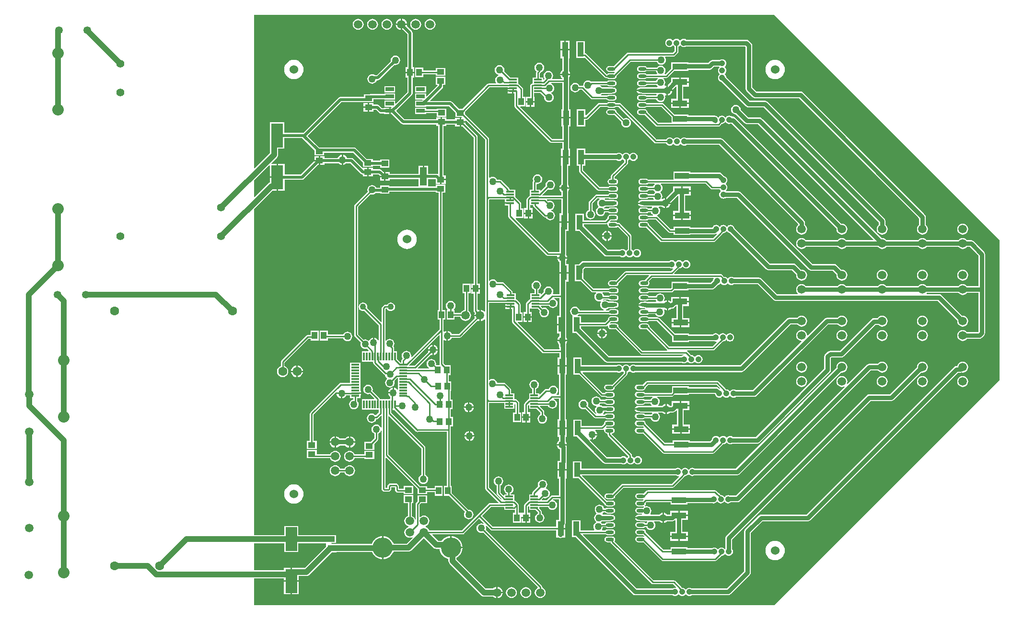
<source format=gtl>
G04*
G04 #@! TF.GenerationSoftware,Altium Limited,Altium Designer,20.0.10 (225)*
G04*
G04 Layer_Physical_Order=1*
G04 Layer_Color=255*
%FSLAX24Y24*%
%MOIN*%
G70*
G01*
G75*
%ADD10C,0.0100*%
%ADD17R,0.1024X0.0433*%
%ADD18R,0.0433X0.1024*%
%ADD19R,0.0512X0.0394*%
%ADD20R,0.0600X0.0256*%
%ADD21R,0.0394X0.0512*%
%ADD22R,0.0118X0.0581*%
%ADD23R,0.0581X0.0118*%
%ADD24O,0.0571X0.0236*%
%ADD25R,0.0827X0.1654*%
%ADD26R,0.0472X0.0394*%
%ADD27R,0.0472X0.1299*%
%ADD28R,0.0551X0.0118*%
%ADD51C,0.0300*%
%ADD52C,0.0200*%
%ADD53C,0.0400*%
%ADD54C,0.0591*%
%ADD55C,0.0600*%
%ADD56C,0.0531*%
%ADD57C,0.0413*%
%ADD58C,0.0800*%
%ADD59C,0.0551*%
%ADD60C,0.0630*%
%ADD61C,0.0433*%
%ADD62C,0.1406*%
%ADD63C,0.0500*%
G36*
X68765Y25536D02*
Y15803D01*
X53095Y133D01*
X16929D01*
Y1996D01*
X18997D01*
Y1870D01*
X19460D01*
Y2747D01*
X18997D01*
Y2561D01*
X16929D01*
Y4451D01*
X19017D01*
Y3827D01*
X20003D01*
Y4451D01*
X21920D01*
X21934Y4407D01*
X21934D01*
Y4206D01*
X20457Y2729D01*
X20023D01*
Y2747D01*
X19560D01*
Y1870D01*
X20023D01*
Y2164D01*
X20574D01*
X20647Y2174D01*
X20715Y2202D01*
X20774Y2247D01*
X22340Y3813D01*
X22646D01*
Y3831D01*
X25125D01*
X25199Y3692D01*
X25300Y3570D01*
X25422Y3469D01*
X25561Y3395D01*
X25713Y3349D01*
X25820Y3338D01*
Y4140D01*
Y4942D01*
X25713Y4931D01*
X25561Y4885D01*
X25422Y4811D01*
X25300Y4710D01*
X25199Y4588D01*
X25125Y4449D01*
X25109Y4396D01*
X22646D01*
Y4407D01*
X22330D01*
X22290Y4457D01*
X22290Y4458D01*
X22332Y4463D01*
X22626D01*
Y5017D01*
X22332D01*
X22290Y5022D01*
X22237D01*
X22195Y5017D01*
X21954D01*
Y5016D01*
X20003D01*
Y5640D01*
X19017D01*
Y5016D01*
X16929D01*
X16929Y27700D01*
X18209Y28980D01*
X18480D01*
Y29857D01*
X18017D01*
Y29544D01*
X17969Y29524D01*
X17910Y29480D01*
X16975Y28545D01*
X16929Y28564D01*
Y29700D01*
X17970Y30741D01*
X18017Y30722D01*
Y29957D01*
X18480D01*
Y30833D01*
X18128D01*
X18109Y30880D01*
X18516Y31287D01*
X18561Y31345D01*
X18589Y31414D01*
X18599Y31487D01*
Y31913D01*
X19023D01*
Y32636D01*
X20274D01*
X21134Y31776D01*
Y31423D01*
X21806D01*
Y31606D01*
X23822D01*
X24506Y30922D01*
Y30628D01*
X25178D01*
Y30702D01*
X25700D01*
Y30589D01*
X26332D01*
Y31142D01*
X25700D01*
Y31069D01*
X25178D01*
Y31182D01*
X24766D01*
X24028Y31920D01*
X23968Y31960D01*
X23898Y31974D01*
X21806D01*
Y31977D01*
X21453D01*
X20647Y32782D01*
X22994Y35130D01*
X24785D01*
X24803Y35133D01*
X25218D01*
Y35326D01*
X25982D01*
Y35317D01*
X26742D01*
Y35733D01*
X25982D01*
Y35694D01*
X25155D01*
X25139Y35690D01*
X24979D01*
X24961Y35687D01*
X24546D01*
Y35497D01*
X22918D01*
X22848Y35483D01*
X22788Y35443D01*
X20349Y33004D01*
X19023D01*
Y33727D01*
X18037D01*
Y32625D01*
X18034Y32607D01*
Y31604D01*
X16975Y30545D01*
X16929Y30564D01*
Y41206D01*
X53095D01*
X68765Y25536D01*
D02*
G37*
%LPC*%
G36*
X27215Y40943D02*
Y40601D01*
X27557D01*
X27550Y40654D01*
X27511Y40751D01*
X27447Y40833D01*
X27365Y40896D01*
X27269Y40936D01*
X27215Y40943D01*
D02*
G37*
G36*
X27115D02*
X27062Y40936D01*
X26966Y40896D01*
X26883Y40833D01*
X26820Y40751D01*
X26780Y40654D01*
X26773Y40601D01*
X27115D01*
Y40943D01*
D02*
G37*
G36*
X29165Y40930D02*
X29067Y40917D01*
X28976Y40879D01*
X28898Y40819D01*
X28838Y40740D01*
X28800Y40649D01*
X28787Y40551D01*
X28800Y40453D01*
X28838Y40362D01*
X28898Y40284D01*
X28976Y40223D01*
X29067Y40186D01*
X29165Y40173D01*
X29263Y40186D01*
X29355Y40223D01*
X29433Y40284D01*
X29493Y40362D01*
X29531Y40453D01*
X29544Y40551D01*
X29531Y40649D01*
X29493Y40740D01*
X29433Y40819D01*
X29355Y40879D01*
X29263Y40917D01*
X29165Y40930D01*
D02*
G37*
G36*
X28165D02*
X28067Y40917D01*
X27976Y40879D01*
X27898Y40819D01*
X27838Y40740D01*
X27800Y40649D01*
X27787Y40551D01*
X27800Y40453D01*
X27838Y40362D01*
X27898Y40284D01*
X27976Y40223D01*
X28067Y40186D01*
X28165Y40173D01*
X28263Y40186D01*
X28355Y40223D01*
X28433Y40284D01*
X28493Y40362D01*
X28531Y40453D01*
X28544Y40551D01*
X28531Y40649D01*
X28493Y40740D01*
X28433Y40819D01*
X28355Y40879D01*
X28263Y40917D01*
X28165Y40930D01*
D02*
G37*
G36*
X26165D02*
X26067Y40917D01*
X25976Y40879D01*
X25898Y40819D01*
X25838Y40740D01*
X25800Y40649D01*
X25787Y40551D01*
X25800Y40453D01*
X25838Y40362D01*
X25898Y40284D01*
X25976Y40223D01*
X26067Y40186D01*
X26165Y40173D01*
X26263Y40186D01*
X26355Y40223D01*
X26433Y40284D01*
X26493Y40362D01*
X26531Y40453D01*
X26544Y40551D01*
X26531Y40649D01*
X26493Y40740D01*
X26433Y40819D01*
X26355Y40879D01*
X26263Y40917D01*
X26165Y40930D01*
D02*
G37*
G36*
X25165D02*
X25067Y40917D01*
X24976Y40879D01*
X24898Y40819D01*
X24838Y40740D01*
X24800Y40649D01*
X24787Y40551D01*
X24800Y40453D01*
X24838Y40362D01*
X24898Y40284D01*
X24976Y40223D01*
X25067Y40186D01*
X25165Y40173D01*
X25263Y40186D01*
X25355Y40223D01*
X25433Y40284D01*
X25493Y40362D01*
X25531Y40453D01*
X25544Y40551D01*
X25531Y40649D01*
X25493Y40740D01*
X25433Y40819D01*
X25355Y40879D01*
X25263Y40917D01*
X25165Y40930D01*
D02*
G37*
G36*
X24165D02*
X24067Y40917D01*
X23976Y40879D01*
X23898Y40819D01*
X23838Y40740D01*
X23800Y40649D01*
X23787Y40551D01*
X23800Y40453D01*
X23838Y40362D01*
X23898Y40284D01*
X23976Y40223D01*
X24067Y40186D01*
X24165Y40173D01*
X24263Y40186D01*
X24355Y40223D01*
X24433Y40284D01*
X24493Y40362D01*
X24531Y40453D01*
X24544Y40551D01*
X24531Y40649D01*
X24493Y40740D01*
X24433Y40819D01*
X24355Y40879D01*
X24263Y40917D01*
X24165Y40930D01*
D02*
G37*
G36*
X27115Y40501D02*
X26773D01*
X26780Y40448D01*
X26820Y40352D01*
X26883Y40269D01*
X26966Y40206D01*
X27062Y40166D01*
X27115Y40159D01*
Y40501D01*
D02*
G37*
G36*
X46802Y39544D02*
X46727Y39534D01*
X46657Y39505D01*
X46597Y39459D01*
X46577Y39433D01*
X46527D01*
X46506Y39459D01*
X46447Y39505D01*
X46377Y39534D01*
X46302Y39544D01*
X46227Y39534D01*
X46157Y39505D01*
X46097Y39459D01*
X46077Y39433D01*
X46027D01*
X46006Y39459D01*
X45947Y39505D01*
X45877Y39534D01*
X45802Y39544D01*
X45727Y39534D01*
X45657Y39505D01*
X45598Y39459D01*
X45552Y39400D01*
X45523Y39330D01*
X45513Y39255D01*
X45523Y39180D01*
X45552Y39110D01*
X45598Y39050D01*
X45657Y39005D01*
X45727Y38976D01*
X45802Y38966D01*
X45877Y38976D01*
X45947Y39005D01*
X46006Y39050D01*
X46027Y39077D01*
X46077D01*
X46097Y39050D01*
X46157Y39005D01*
X46169Y39000D01*
Y38705D01*
X46037Y38573D01*
X42929D01*
X42878Y38562D01*
X42835Y38534D01*
X41946Y37645D01*
X41934Y37647D01*
X41599D01*
X41522Y37632D01*
X41456Y37588D01*
X41412Y37522D01*
X41397Y37445D01*
X41412Y37368D01*
X41456Y37302D01*
X41522Y37258D01*
X41599Y37243D01*
X41934D01*
X41983Y37253D01*
X42008Y37207D01*
X41946Y37145D01*
X41934Y37147D01*
X41599D01*
X41522Y37132D01*
X41456Y37088D01*
X41441Y37086D01*
X40022Y38506D01*
X39979Y38535D01*
X39928Y38545D01*
X39917D01*
Y39382D01*
X39323D01*
Y38198D01*
X39917D01*
Y38198D01*
X39943Y38209D01*
X41301Y36851D01*
X41344Y36823D01*
X41395Y36812D01*
X41449D01*
X41456Y36802D01*
X41522Y36758D01*
X41599Y36743D01*
X41934D01*
X42011Y36758D01*
X42076Y36802D01*
X42120Y36868D01*
X42136Y36945D01*
X42133Y36957D01*
X43124Y37947D01*
X44929D01*
X44952Y37894D01*
X45005Y37825D01*
X45074Y37772D01*
X45154Y37738D01*
X45240Y37727D01*
X45326Y37738D01*
X45406Y37772D01*
X45475Y37825D01*
X45528Y37894D01*
X45562Y37974D01*
X45573Y38060D01*
X45562Y38146D01*
X45528Y38226D01*
X45504Y38257D01*
X45529Y38307D01*
X46091D01*
X46142Y38318D01*
X46185Y38346D01*
X46396Y38557D01*
X46424Y38600D01*
X46435Y38651D01*
Y39000D01*
X46447Y39005D01*
X46506Y39050D01*
X46527Y39077D01*
X46577D01*
X46597Y39050D01*
X46657Y39005D01*
X46727Y38976D01*
X46802Y38966D01*
X46877Y38976D01*
X46947Y39005D01*
X46967Y39020D01*
X51057D01*
X51095Y38982D01*
Y36072D01*
X51113Y35982D01*
X51164Y35906D01*
X51596Y35474D01*
X51672Y35423D01*
X51762Y35405D01*
X54814D01*
X63165Y27054D01*
Y26593D01*
X63132Y26568D01*
X63072Y26489D01*
X63034Y26398D01*
X63021Y26300D01*
X63034Y26202D01*
X63072Y26111D01*
X63132Y26032D01*
X63211Y25972D01*
X63302Y25934D01*
X63400Y25921D01*
X63498Y25934D01*
X63589Y25972D01*
X63668Y26032D01*
X63728Y26111D01*
X63766Y26202D01*
X63779Y26300D01*
X63766Y26398D01*
X63728Y26489D01*
X63668Y26568D01*
X63635Y26593D01*
Y27151D01*
X63617Y27241D01*
X63566Y27317D01*
X55077Y35806D01*
X55001Y35857D01*
X54911Y35875D01*
X51859D01*
X51565Y36169D01*
Y39079D01*
X51547Y39169D01*
X51496Y39245D01*
X51320Y39421D01*
X51244Y39472D01*
X51154Y39489D01*
X46967D01*
X46947Y39505D01*
X46877Y39534D01*
X46802Y39544D01*
D02*
G37*
G36*
X38874Y39402D02*
X38607D01*
Y38840D01*
X38874D01*
Y39402D01*
D02*
G37*
G36*
X38507D02*
X38240D01*
Y38840D01*
X38507D01*
Y39402D01*
D02*
G37*
G36*
X49472Y38121D02*
X49397Y38111D01*
X49327Y38082D01*
X49306Y38066D01*
X48802D01*
X48712Y38048D01*
X48636Y37997D01*
X48496Y37857D01*
X47124D01*
Y37894D01*
X45940D01*
Y37489D01*
X45529Y37078D01*
X45478D01*
X45453Y37128D01*
X45488Y37174D01*
X45522Y37254D01*
X45533Y37340D01*
X45522Y37426D01*
X45488Y37506D01*
X45435Y37575D01*
X45366Y37628D01*
X45286Y37662D01*
X45200Y37673D01*
X45114Y37662D01*
X45034Y37628D01*
X44965Y37575D01*
X44949Y37555D01*
X44244D01*
X44222Y37588D01*
X44157Y37632D01*
X44079Y37647D01*
X43745D01*
X43667Y37632D01*
X43602Y37588D01*
X43558Y37522D01*
X43543Y37445D01*
X43558Y37368D01*
X43602Y37302D01*
X43667Y37258D01*
X43745Y37243D01*
X44079D01*
X44157Y37258D01*
X44204Y37290D01*
X44874D01*
X44878Y37254D01*
X44912Y37174D01*
X44947Y37128D01*
X44922Y37078D01*
X44229D01*
X44222Y37088D01*
X44157Y37132D01*
X44079Y37147D01*
X43745D01*
X43667Y37132D01*
X43602Y37088D01*
X43558Y37022D01*
X43543Y36945D01*
X43558Y36868D01*
X43602Y36802D01*
X43667Y36758D01*
X43745Y36743D01*
X44079D01*
X44157Y36758D01*
X44222Y36802D01*
X44229Y36812D01*
X44976D01*
X44993Y36762D01*
X44945Y36725D01*
X44892Y36656D01*
X44868Y36600D01*
X44204D01*
X44157Y36632D01*
X44079Y36647D01*
X43745D01*
X43667Y36632D01*
X43602Y36588D01*
X43558Y36522D01*
X43543Y36445D01*
X43558Y36368D01*
X43602Y36302D01*
X43667Y36258D01*
X43745Y36243D01*
X44079D01*
X44157Y36258D01*
X44222Y36302D01*
X44244Y36335D01*
X44887D01*
X44892Y36324D01*
X44945Y36255D01*
X44977Y36229D01*
X44960Y36179D01*
X43912D01*
X43851Y36167D01*
X43745D01*
X43660Y36150D01*
X43587Y36102D01*
X43539Y36030D01*
X43532Y35995D01*
X43912D01*
Y35895D01*
X43532D01*
X43539Y35860D01*
X43587Y35788D01*
X43660Y35740D01*
X43745Y35723D01*
X43851D01*
X43912Y35710D01*
X44889D01*
X44914Y35660D01*
X44892Y35631D01*
X44880Y35604D01*
X44198D01*
X44157Y35632D01*
X44079Y35647D01*
X43745D01*
X43667Y35632D01*
X43602Y35588D01*
X43558Y35522D01*
X43543Y35445D01*
X43558Y35368D01*
X43602Y35302D01*
X43667Y35258D01*
X43745Y35243D01*
X44079D01*
X44157Y35258D01*
X44222Y35302D01*
X44246Y35338D01*
X44875D01*
X44892Y35299D01*
X44945Y35230D01*
X45014Y35177D01*
X45094Y35143D01*
X45180Y35132D01*
X45266Y35143D01*
X45346Y35177D01*
X45415Y35230D01*
X45468Y35299D01*
X45502Y35379D01*
X45513Y35465D01*
X45502Y35551D01*
X45491Y35577D01*
X45529Y35615D01*
X45555Y35604D01*
X45597Y35599D01*
Y35945D01*
Y36291D01*
X45555Y36286D01*
X45522Y36272D01*
X45464Y36302D01*
X45461Y36314D01*
X45468Y36324D01*
X45502Y36404D01*
X45513Y36490D01*
X45502Y36576D01*
X45468Y36656D01*
X45415Y36725D01*
X45367Y36762D01*
X45384Y36812D01*
X45584D01*
X45634Y36823D01*
X45677Y36851D01*
X46128Y37301D01*
X47124D01*
Y37388D01*
X48593D01*
X48682Y37406D01*
X48759Y37457D01*
X48899Y37597D01*
X49265D01*
X49282Y37547D01*
X49267Y37536D01*
X49221Y37476D01*
X49192Y37406D01*
X49182Y37332D01*
X49192Y37257D01*
X49221Y37187D01*
X49267Y37127D01*
X49294Y37107D01*
Y37057D01*
X49267Y37036D01*
X49221Y36976D01*
X49192Y36906D01*
X49182Y36832D01*
X49192Y36757D01*
X49221Y36687D01*
X49267Y36627D01*
X49327Y36581D01*
X49397Y36552D01*
X49423Y36549D01*
X51139Y34832D01*
X51216Y34781D01*
X51305Y34764D01*
X51305Y34764D01*
X52355D01*
X60346Y26772D01*
Y26578D01*
X60332Y26568D01*
X60272Y26489D01*
X60234Y26398D01*
X60221Y26300D01*
X60234Y26202D01*
X60272Y26111D01*
X60332Y26032D01*
X60411Y25972D01*
X60502Y25934D01*
X60600Y25921D01*
X60698Y25934D01*
X60789Y25972D01*
X60868Y26032D01*
X60928Y26111D01*
X60966Y26202D01*
X60979Y26300D01*
X60966Y26398D01*
X60928Y26489D01*
X60868Y26568D01*
X60815Y26608D01*
Y26870D01*
X60797Y26959D01*
X60746Y27035D01*
X52618Y35164D01*
X52542Y35215D01*
X52452Y35233D01*
X51402D01*
X49754Y36881D01*
X49751Y36906D01*
X49722Y36976D01*
X49676Y37036D01*
X49649Y37057D01*
Y37107D01*
X49676Y37127D01*
X49722Y37187D01*
X49751Y37257D01*
X49761Y37332D01*
X49751Y37406D01*
X49722Y37476D01*
X49676Y37536D01*
X49649Y37557D01*
Y37607D01*
X49676Y37627D01*
X49722Y37687D01*
X49751Y37757D01*
X49761Y37832D01*
X49751Y37906D01*
X49722Y37976D01*
X49676Y38036D01*
X49616Y38082D01*
X49546Y38111D01*
X49472Y38121D01*
D02*
G37*
G36*
X26750Y38383D02*
X26664Y38372D01*
X26584Y38338D01*
X26515Y38285D01*
X26462Y38216D01*
X26428Y38136D01*
X26417Y38050D01*
X26426Y37985D01*
X25451Y37010D01*
X25343D01*
X25306Y37038D01*
X25226Y37072D01*
X25140Y37083D01*
X25054Y37072D01*
X24974Y37038D01*
X24905Y36985D01*
X24852Y36916D01*
X24818Y36836D01*
X24807Y36750D01*
X24818Y36664D01*
X24852Y36584D01*
X24905Y36515D01*
X24974Y36462D01*
X25054Y36428D01*
X25140Y36417D01*
X25226Y36428D01*
X25306Y36462D01*
X25375Y36515D01*
X25428Y36584D01*
X25453Y36643D01*
X25527D01*
X25597Y36657D01*
X25656Y36697D01*
X26685Y37726D01*
X26750Y37717D01*
X26836Y37728D01*
X26916Y37762D01*
X26985Y37815D01*
X27038Y37884D01*
X27072Y37964D01*
X27083Y38050D01*
X27072Y38136D01*
X27038Y38216D01*
X26985Y38285D01*
X26916Y38338D01*
X26836Y38372D01*
X26750Y38383D01*
D02*
G37*
G36*
X27557Y40501D02*
X27215D01*
Y40159D01*
X27269Y40166D01*
X27284Y40173D01*
X27589Y39868D01*
Y37561D01*
X27475D01*
Y37255D01*
X27772D01*
X28069D01*
Y37561D01*
X27956D01*
Y39944D01*
X27942Y40015D01*
X27902Y40074D01*
X27544Y40432D01*
X27550Y40448D01*
X27557Y40501D01*
D02*
G37*
G36*
X38874Y38740D02*
X38557D01*
X38240D01*
Y38178D01*
X38349D01*
Y37357D01*
X38300Y37320D01*
X38244Y37247D01*
X38209Y37161D01*
X38204Y37120D01*
X38896D01*
X38891Y37161D01*
X38856Y37247D01*
X38818Y37296D01*
Y38178D01*
X38874D01*
Y38740D01*
D02*
G37*
G36*
X28679Y37541D02*
X28125D01*
Y36869D01*
X28679D01*
Y37072D01*
X29549D01*
Y36968D01*
X30220D01*
Y37522D01*
X29549D01*
Y37338D01*
X28679D01*
Y37541D01*
D02*
G37*
G36*
X53150Y38075D02*
X53018Y38062D01*
X52892Y38024D01*
X52775Y37962D01*
X52673Y37878D01*
X52589Y37776D01*
X52527Y37659D01*
X52489Y37533D01*
X52476Y37402D01*
X52489Y37270D01*
X52527Y37144D01*
X52589Y37027D01*
X52673Y36925D01*
X52775Y36841D01*
X52892Y36779D01*
X53018Y36741D01*
X53150Y36728D01*
X53281Y36741D01*
X53407Y36779D01*
X53524Y36841D01*
X53626Y36925D01*
X53710Y37027D01*
X53772Y37144D01*
X53810Y37270D01*
X53823Y37402D01*
X53810Y37533D01*
X53772Y37659D01*
X53710Y37776D01*
X53626Y37878D01*
X53524Y37962D01*
X53407Y38024D01*
X53281Y38062D01*
X53150Y38075D01*
D02*
G37*
G36*
X19685D02*
X19554Y38062D01*
X19427Y38024D01*
X19311Y37962D01*
X19209Y37878D01*
X19125Y37776D01*
X19063Y37659D01*
X19024Y37533D01*
X19011Y37402D01*
X19024Y37270D01*
X19063Y37144D01*
X19125Y37027D01*
X19209Y36925D01*
X19311Y36841D01*
X19427Y36779D01*
X19554Y36741D01*
X19685Y36728D01*
X19816Y36741D01*
X19943Y36779D01*
X20059Y36841D01*
X20161Y36925D01*
X20245Y37027D01*
X20308Y37144D01*
X20346Y37270D01*
X20359Y37402D01*
X20346Y37533D01*
X20308Y37659D01*
X20245Y37776D01*
X20161Y37878D01*
X20059Y37962D01*
X19943Y38024D01*
X19816Y38062D01*
X19685Y38075D01*
D02*
G37*
G36*
X47144Y36851D02*
X46582D01*
Y36585D01*
X47144D01*
Y36851D01*
D02*
G37*
G36*
X41934Y36647D02*
X41599D01*
X41522Y36632D01*
X41456Y36588D01*
X41449Y36578D01*
X40383D01*
X40344Y36570D01*
X40306Y36598D01*
X40226Y36632D01*
X40140Y36643D01*
X40054Y36632D01*
X39974Y36598D01*
X39905Y36545D01*
X39852Y36476D01*
X39818Y36396D01*
X39809Y36322D01*
X39774Y36284D01*
X39761Y36279D01*
X39549D01*
X39535Y36313D01*
X39482Y36382D01*
X39413Y36435D01*
X39333Y36468D01*
X39247Y36479D01*
X39160Y36468D01*
X39080Y36435D01*
X39011Y36382D01*
X38958Y36313D01*
X38925Y36233D01*
X38914Y36147D01*
X38925Y36060D01*
X38958Y35980D01*
X39011Y35911D01*
X39080Y35858D01*
X39160Y35825D01*
X39247Y35814D01*
X39333Y35825D01*
X39413Y35858D01*
X39482Y35911D01*
X39535Y35980D01*
X39549Y36014D01*
X39711D01*
X40348Y35377D01*
X40391Y35349D01*
X40442Y35338D01*
X41432D01*
X41456Y35302D01*
X41522Y35258D01*
X41599Y35243D01*
X41934D01*
X42011Y35258D01*
X42076Y35302D01*
X42120Y35368D01*
X42136Y35445D01*
X42120Y35522D01*
X42076Y35588D01*
X42011Y35632D01*
X41934Y35647D01*
X41599D01*
X41522Y35632D01*
X41480Y35604D01*
X41064D01*
X41054Y35654D01*
X41061Y35657D01*
X41130Y35710D01*
X41131Y35710D01*
X41766D01*
X41856Y35728D01*
X41878Y35743D01*
X41934D01*
X42011Y35758D01*
X42076Y35802D01*
X42120Y35868D01*
X42136Y35945D01*
X42120Y36022D01*
X42076Y36088D01*
X42011Y36132D01*
X41934Y36147D01*
X41878D01*
X41856Y36162D01*
X41766Y36179D01*
X41131D01*
X41130Y36180D01*
X41061Y36233D01*
X40991Y36262D01*
X41001Y36312D01*
X41449D01*
X41456Y36302D01*
X41522Y36258D01*
X41599Y36243D01*
X41934D01*
X42011Y36258D01*
X42076Y36302D01*
X42120Y36368D01*
X42136Y36445D01*
X42120Y36522D01*
X42076Y36588D01*
X42011Y36632D01*
X41934Y36647D01*
D02*
G37*
G36*
X28878Y36233D02*
X28117D01*
Y35817D01*
X28878D01*
Y36233D01*
D02*
G37*
G36*
X26742D02*
X25982D01*
Y35817D01*
X26742D01*
Y36233D01*
D02*
G37*
G36*
X34874Y35856D02*
X34548D01*
Y35747D01*
X34874D01*
Y35856D01*
D02*
G37*
G36*
X45993Y35895D02*
X45697D01*
Y35599D01*
X45738Y35604D01*
X45823Y35639D01*
X45896Y35695D01*
X45952Y35768D01*
X45988Y35854D01*
X45993Y35895D01*
D02*
G37*
G36*
X46482Y36851D02*
X45920D01*
Y36550D01*
X45697Y36327D01*
Y35995D01*
X46028D01*
X46247Y36214D01*
X46297Y36208D01*
Y35361D01*
X45930D01*
Y35095D01*
X47154D01*
Y35361D01*
X46766D01*
Y36218D01*
X47144D01*
Y36485D01*
X46532D01*
Y36535D01*
X46482D01*
Y36851D01*
D02*
G37*
G36*
X28069Y37155D02*
X27772D01*
X27475D01*
Y36849D01*
X27589D01*
Y35828D01*
X26788Y35028D01*
X26742Y35047D01*
Y35233D01*
X25982D01*
Y34817D01*
X26458D01*
X26484Y34767D01*
X26474Y34753D01*
X26412D01*
Y34525D01*
Y34297D01*
X26503D01*
X27169Y33630D01*
X27229Y33591D01*
X27299Y33577D01*
X29589D01*
Y33463D01*
X29739D01*
Y30165D01*
X29698Y30140D01*
X29689Y30140D01*
X29621Y30154D01*
X29029D01*
Y30710D01*
X28743D01*
Y29960D01*
X28643D01*
Y30710D01*
X28357D01*
Y30144D01*
X26352D01*
Y30257D01*
X26066D01*
Y29960D01*
Y29663D01*
X26352D01*
Y29776D01*
X28357D01*
Y29271D01*
X26332D01*
Y29331D01*
X25700D01*
Y29184D01*
X25434D01*
X25428Y29196D01*
X25375Y29265D01*
X25306Y29318D01*
X25226Y29352D01*
X25140Y29363D01*
X25054Y29352D01*
X24974Y29318D01*
X24905Y29265D01*
X24852Y29196D01*
X24818Y29116D01*
X24807Y29030D01*
X24818Y28944D01*
X24833Y28910D01*
X23916Y27994D01*
X23888Y27951D01*
X23877Y27900D01*
Y18930D01*
X23888Y18879D01*
X23916Y18836D01*
X24343Y18410D01*
X24328Y18376D01*
X24317Y18290D01*
X24328Y18204D01*
X24362Y18124D01*
X24415Y18055D01*
X24484Y18002D01*
X24564Y17968D01*
X24650Y17957D01*
X24736Y17968D01*
X24770Y17983D01*
X24893Y17860D01*
X24873Y17814D01*
X24414D01*
Y17073D01*
X25181D01*
Y17053D01*
X25208D01*
Y16996D01*
X25218Y16945D01*
X25246Y16902D01*
X25956Y16193D01*
X25999Y16164D01*
X26034Y16157D01*
X26039Y16119D01*
X26074Y16033D01*
X26130Y15960D01*
X26168Y15931D01*
Y15881D01*
X26135Y15855D01*
X26082Y15786D01*
X26048Y15706D01*
X26037Y15620D01*
X26048Y15534D01*
X26082Y15454D01*
X26135Y15385D01*
X26204Y15332D01*
X26284Y15298D01*
X26370Y15287D01*
X26456Y15298D01*
X26536Y15332D01*
X26605Y15385D01*
X26658Y15454D01*
X26692Y15534D01*
X26703Y15620D01*
X26692Y15706D01*
X26677Y15740D01*
X26870Y15933D01*
X26934D01*
Y15537D01*
Y15142D01*
X26883Y15125D01*
X26850Y15170D01*
X26777Y15226D01*
X26691Y15261D01*
X26650Y15266D01*
Y14920D01*
X26600D01*
Y14870D01*
X26254D01*
X26259Y14829D01*
X26294Y14743D01*
X26350Y14670D01*
X26389Y14641D01*
Y14497D01*
X26362D01*
Y14477D01*
X25661D01*
X25652Y14522D01*
X25623Y14565D01*
X25157Y15030D01*
X25172Y15064D01*
X25183Y15150D01*
X25172Y15236D01*
X25138Y15316D01*
X25085Y15385D01*
X25016Y15438D01*
X24936Y15472D01*
X24850Y15483D01*
X24764Y15472D01*
X24684Y15438D01*
X24615Y15385D01*
X24562Y15316D01*
X24528Y15236D01*
X24517Y15150D01*
X24528Y15064D01*
X24562Y14984D01*
X24615Y14915D01*
X24684Y14862D01*
X24764Y14828D01*
X24850Y14817D01*
X24936Y14828D01*
X24970Y14843D01*
X25290Y14523D01*
X25270Y14477D01*
X24414D01*
Y13736D01*
X25593D01*
Y13544D01*
X25405Y13356D01*
X25355Y13359D01*
X25335Y13385D01*
X25266Y13438D01*
X25186Y13472D01*
X25100Y13483D01*
X25014Y13472D01*
X24934Y13438D01*
X24865Y13385D01*
X24812Y13316D01*
X24778Y13236D01*
X24767Y13150D01*
X24778Y13064D01*
X24812Y12984D01*
X24865Y12915D01*
X24934Y12862D01*
X25014Y12828D01*
X25100Y12817D01*
X25186Y12828D01*
X25266Y12862D01*
X25335Y12915D01*
X25388Y12984D01*
X25419Y13057D01*
X25426D01*
X25477Y13067D01*
X25520Y13096D01*
X25752Y13328D01*
X25798Y13309D01*
Y12478D01*
X25752Y12466D01*
X25718Y12546D01*
X25665Y12615D01*
X25596Y12668D01*
X25516Y12702D01*
X25430Y12713D01*
X25344Y12702D01*
X25264Y12668D01*
X25195Y12615D01*
X25142Y12546D01*
X25108Y12466D01*
X25097Y12380D01*
X25108Y12294D01*
X25142Y12214D01*
X25195Y12145D01*
X25264Y12092D01*
X25297Y12078D01*
Y11765D01*
X25029Y11497D01*
X24604D01*
Y10943D01*
X25276D01*
Y11368D01*
X25524Y11616D01*
X25552Y11659D01*
X25563Y11710D01*
Y12078D01*
X25596Y12092D01*
X25665Y12145D01*
X25718Y12214D01*
X25752Y12294D01*
X25798Y12282D01*
Y8219D01*
X25808Y8168D01*
X25837Y8125D01*
X25895Y8066D01*
X25938Y8038D01*
X25989Y8027D01*
X26271D01*
X26322Y8038D01*
X26365Y8066D01*
X26424Y8125D01*
X26452Y8168D01*
X26463Y8219D01*
Y8337D01*
X26717D01*
Y8169D01*
X26728Y8118D01*
X26756Y8075D01*
X26815Y8016D01*
X26858Y7988D01*
X26909Y7977D01*
X27334D01*
Y7873D01*
X28006D01*
Y8427D01*
X27334D01*
Y8243D01*
X26983D01*
Y8411D01*
X26972Y8462D01*
X26944Y8505D01*
X26885Y8564D01*
X26842Y8592D01*
X26791Y8603D01*
X26389D01*
X26338Y8592D01*
X26295Y8564D01*
X26236Y8505D01*
X26208Y8462D01*
X26197Y8411D01*
Y8293D01*
X26063D01*
Y10380D01*
X26109Y10399D01*
X28284Y8224D01*
Y7858D01*
X28956D01*
Y8002D01*
X29483D01*
Y7754D01*
X30037D01*
Y8426D01*
X29483D01*
Y8268D01*
X28956D01*
Y8412D01*
X28472D01*
X26260Y10623D01*
Y11900D01*
Y13003D01*
Y13287D01*
X26306Y13306D01*
X28562Y11050D01*
Y9212D01*
X28529Y9198D01*
X28460Y9145D01*
X28407Y9076D01*
X28373Y8996D01*
X28362Y8910D01*
X28373Y8824D01*
X28407Y8744D01*
X28460Y8675D01*
X28529Y8622D01*
X28609Y8588D01*
X28695Y8577D01*
X28781Y8588D01*
X28861Y8622D01*
X28930Y8675D01*
X28983Y8744D01*
X29016Y8824D01*
X29028Y8910D01*
X29016Y8996D01*
X28983Y9076D01*
X28930Y9145D01*
X28861Y9198D01*
X28828Y9212D01*
Y11105D01*
X28817Y11156D01*
X28789Y11199D01*
X26457Y13531D01*
Y13716D01*
X26471D01*
Y14106D01*
X26571D01*
Y13716D01*
X26680D01*
X26680Y13716D01*
Y13716D01*
X26717Y13688D01*
X28187Y12219D01*
X28230Y12190D01*
X28280Y12180D01*
X28281D01*
X28332Y12190D01*
X28343Y12197D01*
X30337D01*
Y8426D01*
X30113D01*
Y7754D01*
X30479D01*
X31586Y6648D01*
X31562Y6616D01*
X31528Y6536D01*
X31517Y6450D01*
X31528Y6364D01*
X31562Y6284D01*
X31615Y6215D01*
X31684Y6162D01*
X31764Y6128D01*
X31850Y6117D01*
X31936Y6128D01*
X32016Y6162D01*
X32085Y6215D01*
X32138Y6284D01*
X32172Y6364D01*
X32183Y6450D01*
X32172Y6536D01*
X32138Y6616D01*
X32085Y6685D01*
X32016Y6738D01*
X31936Y6772D01*
X31850Y6783D01*
X31828Y6780D01*
X30667Y7942D01*
Y8426D01*
X30603D01*
Y12330D01*
Y12574D01*
X30747D01*
Y13246D01*
X30582D01*
Y13764D01*
X30727D01*
Y14436D01*
X30582D01*
Y15034D01*
X30627D01*
Y15706D01*
X30453D01*
Y16154D01*
X30597D01*
Y16826D01*
X30231D01*
X30093Y16964D01*
Y18573D01*
X30143Y18598D01*
X30173Y18574D01*
X30259Y18539D01*
X30300Y18534D01*
Y18880D01*
Y19226D01*
X30259Y19221D01*
X30173Y19186D01*
X30143Y19162D01*
X30093Y19187D01*
Y19283D01*
Y20014D01*
X30237D01*
Y20686D01*
X30033D01*
Y28843D01*
X30236D01*
Y29397D01*
X29564D01*
Y29271D01*
X29029D01*
Y29786D01*
X29544D01*
Y29453D01*
X29850D01*
Y29750D01*
X29900D01*
Y29800D01*
X30256D01*
Y30047D01*
X30106D01*
Y33463D01*
X30300D01*
Y33572D01*
X30904D01*
Y33453D01*
X31210D01*
Y33750D01*
X31260D01*
D01*
X31210D01*
Y34047D01*
X30904D01*
Y33939D01*
X30300D01*
Y34057D01*
X29994D01*
Y33760D01*
X29894D01*
Y34057D01*
X29589D01*
Y33944D01*
X27375D01*
X26821Y34498D01*
X26832Y34557D01*
X26844Y34565D01*
X27902Y35623D01*
X27942Y35682D01*
X27956Y35752D01*
Y36849D01*
X28069D01*
Y37155D01*
D02*
G37*
G36*
X24832Y35077D02*
X24526D01*
Y34830D01*
X24832D01*
Y35077D01*
D02*
G37*
G36*
X36432Y35110D02*
X36185D01*
Y34804D01*
X36432D01*
Y35110D01*
D02*
G37*
G36*
X36085D02*
X35838D01*
Y34804D01*
X36085D01*
Y35110D01*
D02*
G37*
G36*
X47154Y34995D02*
X46592D01*
Y34728D01*
X47154D01*
Y34995D01*
D02*
G37*
G36*
X46492D02*
X45930D01*
Y34728D01*
X46492D01*
Y34995D01*
D02*
G37*
G36*
X33990Y37703D02*
X33904Y37692D01*
X33824Y37658D01*
X33755Y37605D01*
X33702Y37536D01*
X33668Y37456D01*
X33657Y37370D01*
X33668Y37284D01*
X33702Y37204D01*
X33755Y37135D01*
X33824Y37082D01*
X33904Y37048D01*
X33914Y37047D01*
X33920Y36996D01*
X33854Y36968D01*
X33785Y36915D01*
X33732Y36846D01*
X33698Y36766D01*
X33687Y36680D01*
X33698Y36594D01*
X33732Y36514D01*
X33756Y36483D01*
X33731Y36433D01*
X33239D01*
X33188Y36422D01*
X33145Y36394D01*
X31408Y34657D01*
X31184D01*
X30686Y35155D01*
X30626Y35195D01*
X30556Y35208D01*
X29189D01*
X29169Y35255D01*
X30010Y36095D01*
X30050Y36155D01*
X30064Y36225D01*
Y36338D01*
X30220D01*
Y36892D01*
X29549D01*
Y36338D01*
X29666D01*
X29684Y36288D01*
X28924Y35528D01*
X28878Y35547D01*
Y35733D01*
X28117D01*
Y35317D01*
X28637D01*
X28656Y35271D01*
X28618Y35233D01*
X28117D01*
Y34817D01*
X28878D01*
Y34841D01*
X30480D01*
X30924Y34397D01*
Y34103D01*
X31369D01*
X31373Y34097D01*
X31346Y34047D01*
X31310D01*
Y33800D01*
X31616D01*
Y33830D01*
X31662Y33849D01*
X32977Y32534D01*
Y21270D01*
Y20569D01*
X32927Y20552D01*
X32912Y20572D01*
X32829Y20635D01*
X32733Y20675D01*
X32680Y20682D01*
Y20290D01*
Y19898D01*
X32733Y19905D01*
X32829Y19945D01*
X32912Y20008D01*
X32927Y20028D01*
X32977Y20011D01*
Y14480D01*
Y8280D01*
X32988Y8229D01*
X33016Y8186D01*
X33916Y7287D01*
X33897Y7241D01*
X33328D01*
X33277Y7231D01*
X33234Y7202D01*
X32506Y6474D01*
X31372Y5339D01*
X29105D01*
X29077Y5406D01*
X29014Y5489D01*
X28932Y5552D01*
X28854Y5584D01*
X28853Y5638D01*
X28921Y5667D01*
X29000Y5727D01*
X29060Y5805D01*
X29098Y5896D01*
X29111Y5994D01*
X29098Y6092D01*
X29060Y6184D01*
X29000Y6262D01*
X28921Y6322D01*
X28830Y6360D01*
X28732Y6373D01*
X28634Y6360D01*
X28543Y6322D01*
X28473Y6268D01*
X28423Y6282D01*
Y7120D01*
X28508Y7205D01*
X28523Y7228D01*
X28956D01*
Y7782D01*
X28284D01*
Y7371D01*
X28282Y7358D01*
Y7354D01*
X28196Y7269D01*
X28168Y7226D01*
X28157Y7175D01*
Y6117D01*
X28107Y6107D01*
X28076Y6184D01*
X28016Y6262D01*
X27937Y6322D01*
X27880Y6346D01*
Y7243D01*
X28006D01*
Y7797D01*
X27334D01*
Y7243D01*
X27615D01*
Y6346D01*
X27559Y6322D01*
X27480Y6262D01*
X27420Y6184D01*
X27382Y6092D01*
X27369Y5994D01*
X27382Y5896D01*
X27420Y5805D01*
X27480Y5727D01*
X27559Y5667D01*
X27650Y5629D01*
X27672Y5626D01*
Y5575D01*
X27650Y5573D01*
X27559Y5535D01*
X27480Y5475D01*
X27420Y5396D01*
X27382Y5305D01*
X27369Y5207D01*
X27382Y5109D01*
X27420Y5018D01*
X27480Y4939D01*
X27559Y4879D01*
X27650Y4841D01*
X27748Y4828D01*
X27846Y4841D01*
X27937Y4879D01*
X27964Y4839D01*
X27548Y4422D01*
X26623D01*
X26615Y4449D01*
X26541Y4588D01*
X26440Y4710D01*
X26318Y4811D01*
X26179Y4885D01*
X26027Y4931D01*
X25920Y4942D01*
Y4140D01*
Y3338D01*
X26027Y3349D01*
X26179Y3395D01*
X26318Y3469D01*
X26440Y3570D01*
X26541Y3692D01*
X26615Y3831D01*
X26623Y3858D01*
X27665D01*
X27738Y3867D01*
X27806Y3895D01*
X27865Y3940D01*
X28732Y4808D01*
X29407Y4133D01*
X29466Y4088D01*
X29534Y4060D01*
X29607Y4050D01*
X29812D01*
X29819Y3983D01*
X29865Y3831D01*
X29939Y3692D01*
X30040Y3570D01*
X30162Y3469D01*
X30301Y3395D01*
X30439Y3353D01*
Y3209D01*
X30448Y3136D01*
X30477Y3068D01*
X30522Y3009D01*
X32710Y820D01*
X32769Y775D01*
X32837Y747D01*
X32910Y738D01*
X33539D01*
X33621Y675D01*
X33717Y635D01*
X33770Y628D01*
Y1020D01*
Y1412D01*
X33717Y1405D01*
X33621Y1365D01*
X33539Y1302D01*
X33027D01*
X31004Y3326D01*
Y3440D01*
X31058Y3469D01*
X31181Y3570D01*
X31281Y3692D01*
X31355Y3831D01*
X31401Y3983D01*
X31412Y4090D01*
X30610D01*
Y4140D01*
X30560D01*
Y4942D01*
X30453Y4931D01*
X30301Y4885D01*
X30162Y4811D01*
X30040Y4710D01*
X29961Y4615D01*
X29724D01*
X29310Y5028D01*
X29329Y5074D01*
X31427D01*
X31478Y5084D01*
X31521Y5113D01*
X32575Y6168D01*
X32903Y5840D01*
X32875Y5797D01*
X32816Y5822D01*
X32730Y5833D01*
X32644Y5822D01*
X32564Y5788D01*
X32495Y5735D01*
X32442Y5666D01*
X32408Y5586D01*
X32397Y5500D01*
X32408Y5414D01*
X32442Y5334D01*
X32495Y5265D01*
X32564Y5212D01*
X32644Y5178D01*
X32730Y5167D01*
X32816Y5178D01*
X32850Y5193D01*
X36644Y1398D01*
X36636Y1358D01*
X36627Y1345D01*
X36552Y1288D01*
X36492Y1209D01*
X36454Y1118D01*
X36441Y1020D01*
X36454Y922D01*
X36492Y831D01*
X36552Y752D01*
X36631Y692D01*
X36722Y654D01*
X36820Y641D01*
X36918Y654D01*
X37009Y692D01*
X37088Y752D01*
X37148Y831D01*
X37186Y922D01*
X37199Y1020D01*
X37186Y1118D01*
X37148Y1209D01*
X37088Y1288D01*
X37009Y1348D01*
X36953Y1371D01*
Y1410D01*
X36942Y1461D01*
X36914Y1504D01*
X33037Y5380D01*
X33052Y5414D01*
X33063Y5500D01*
X33052Y5586D01*
X33027Y5645D01*
X33070Y5673D01*
X33376Y5366D01*
X33419Y5338D01*
X33470Y5327D01*
X37940D01*
Y4848D01*
X38118D01*
X38140Y4833D01*
X38230Y4815D01*
X38320Y4833D01*
X38342Y4848D01*
X38574D01*
Y5410D01*
X38257D01*
Y5510D01*
X38574D01*
Y5805D01*
X38582Y5845D01*
Y7650D01*
Y8948D01*
X38644D01*
Y9510D01*
X38327D01*
X38010D01*
Y8948D01*
X38112D01*
Y7783D01*
X37658D01*
X37607Y7772D01*
X37564Y7744D01*
X37258Y7438D01*
X36930D01*
X36911Y7484D01*
X37040Y7613D01*
X37074Y7598D01*
X37160Y7587D01*
X37246Y7598D01*
X37326Y7632D01*
X37395Y7685D01*
X37448Y7754D01*
X37482Y7834D01*
X37493Y7920D01*
X37482Y8006D01*
X37448Y8086D01*
X37395Y8155D01*
X37326Y8208D01*
X37246Y8242D01*
X37226Y8244D01*
X37213Y8293D01*
X37215Y8295D01*
X37268Y8364D01*
X37302Y8444D01*
X37313Y8530D01*
X37302Y8616D01*
X37268Y8696D01*
X37215Y8765D01*
X37146Y8818D01*
X37066Y8852D01*
X36980Y8863D01*
X36894Y8852D01*
X36814Y8818D01*
X36745Y8765D01*
X36692Y8696D01*
X36658Y8616D01*
X36647Y8530D01*
X36658Y8444D01*
X36673Y8410D01*
X36304Y8042D01*
X36276Y7999D01*
X36266Y7948D01*
Y7838D01*
X36043D01*
Y7464D01*
X36023D01*
Y7421D01*
X36018Y7420D01*
X35975Y7391D01*
X35736Y7152D01*
X35707Y7109D01*
X35697Y7058D01*
Y6576D01*
X35533D01*
Y6270D01*
X35830D01*
X36127D01*
Y6576D01*
X35962D01*
Y7004D01*
X35996Y7037D01*
X36043Y7018D01*
Y6772D01*
X36491D01*
X36647Y6616D01*
Y6522D01*
X36614Y6508D01*
X36545Y6455D01*
X36492Y6386D01*
X36458Y6306D01*
X36447Y6220D01*
X36458Y6134D01*
X36492Y6054D01*
X36545Y5985D01*
X36614Y5932D01*
X36694Y5898D01*
X36780Y5887D01*
X36866Y5898D01*
X36946Y5932D01*
X37015Y5985D01*
X37068Y6054D01*
X37102Y6134D01*
X37113Y6220D01*
X37102Y6306D01*
X37068Y6386D01*
X37015Y6455D01*
X36946Y6508D01*
X36913Y6522D01*
Y6671D01*
X36913Y6671D01*
X36902Y6722D01*
X36874Y6765D01*
X36754Y6885D01*
Y6976D01*
X37370D01*
X37384Y6942D01*
X37437Y6873D01*
X37505Y6820D01*
X37586Y6787D01*
X37672Y6775D01*
X37758Y6787D01*
X37838Y6820D01*
X37907Y6873D01*
X37960Y6942D01*
X37993Y7022D01*
X38005Y7108D01*
X37993Y7194D01*
X37960Y7275D01*
X37907Y7343D01*
X37838Y7396D01*
X37758Y7430D01*
X37710Y7436D01*
X37693Y7482D01*
X37722Y7517D01*
X38112D01*
Y6072D01*
X37940D01*
Y5593D01*
X33525D01*
X32762Y6355D01*
X33383Y6976D01*
X34290D01*
Y6949D01*
X34310D01*
Y6772D01*
X35021D01*
Y6772D01*
X35055Y6765D01*
X35067Y6755D01*
Y6556D01*
X34923D01*
Y5884D01*
X35477D01*
Y6556D01*
X35333D01*
Y7092D01*
X35322Y7143D01*
X35294Y7186D01*
X35089Y7391D01*
X35046Y7420D01*
X35021Y7425D01*
Y7838D01*
X34773D01*
Y7898D01*
X34806Y7912D01*
X34875Y7965D01*
X34928Y8034D01*
X34962Y8114D01*
X34973Y8200D01*
X34962Y8286D01*
X34928Y8366D01*
X34875Y8435D01*
X34806Y8488D01*
X34726Y8522D01*
X34640Y8533D01*
X34554Y8522D01*
X34474Y8488D01*
X34405Y8435D01*
X34352Y8366D01*
X34318Y8286D01*
X34307Y8200D01*
X34318Y8114D01*
X34352Y8034D01*
X34405Y7965D01*
X34474Y7912D01*
X34507Y7898D01*
Y7838D01*
X34310D01*
Y7789D01*
X34264Y7769D01*
X34053Y7981D01*
Y8458D01*
X34086Y8472D01*
X34155Y8525D01*
X34208Y8594D01*
X34242Y8674D01*
X34253Y8760D01*
X34242Y8846D01*
X34208Y8926D01*
X34155Y8995D01*
X34086Y9048D01*
X34006Y9082D01*
X33920Y9093D01*
X33834Y9082D01*
X33754Y9048D01*
X33685Y8995D01*
X33632Y8926D01*
X33598Y8846D01*
X33587Y8760D01*
X33598Y8674D01*
X33632Y8594D01*
X33685Y8525D01*
X33754Y8472D01*
X33787Y8458D01*
Y7926D01*
X33798Y7875D01*
X33826Y7832D01*
X34130Y7528D01*
X34114Y7474D01*
X34105Y7472D01*
X33243Y8335D01*
Y14217D01*
X34310D01*
Y13812D01*
X35021D01*
Y14117D01*
X35071Y14144D01*
X35077Y14140D01*
Y13546D01*
X34933D01*
Y12874D01*
X35487D01*
Y13546D01*
X35343D01*
Y14240D01*
X35332Y14291D01*
X35304Y14334D01*
X35199Y14439D01*
X35156Y14467D01*
X35105Y14478D01*
X35021D01*
Y14878D01*
X34798D01*
Y15124D01*
X34788Y15175D01*
X34760Y15218D01*
X34404Y15574D01*
X34361Y15602D01*
X34310Y15613D01*
X33813D01*
X33812Y15626D01*
X33778Y15706D01*
X33725Y15775D01*
X33656Y15828D01*
X33576Y15862D01*
X33490Y15873D01*
X33404Y15862D01*
X33324Y15828D01*
X33293Y15804D01*
X33243Y15829D01*
Y21172D01*
X34380D01*
Y21158D01*
X34756D01*
Y21058D01*
X34380D01*
Y20961D01*
X34756D01*
Y20911D01*
X34806D01*
Y20752D01*
X34849D01*
Y19877D01*
X34859Y19826D01*
X34888Y19783D01*
X36955Y17716D01*
X36998Y17688D01*
X37048Y17677D01*
X38154D01*
Y17387D01*
X38030D01*
Y16826D01*
X38347D01*
X38663D01*
Y17387D01*
X38623D01*
Y17810D01*
Y18160D01*
X38621Y18170D01*
X38623Y18180D01*
Y18331D01*
X38656Y18373D01*
X38691Y18459D01*
X38696Y18500D01*
X38004D01*
X38009Y18459D01*
X38044Y18373D01*
X38100Y18300D01*
X38115Y18289D01*
Y18160D01*
X38133Y18070D01*
X38154Y18039D01*
Y17943D01*
X37103D01*
X35248Y19798D01*
X35267Y19844D01*
X35592D01*
Y20516D01*
X35448D01*
Y21067D01*
X35438Y21118D01*
X35409Y21161D01*
X35179Y21391D01*
X35136Y21420D01*
X35111Y21425D01*
Y21838D01*
X34888D01*
Y21924D01*
X34878Y21975D01*
X34850Y22018D01*
X34294Y22574D01*
X34251Y22602D01*
X34200Y22613D01*
X33832D01*
X33818Y22646D01*
X33765Y22715D01*
X33696Y22768D01*
X33616Y22802D01*
X33530Y22813D01*
X33444Y22802D01*
X33364Y22768D01*
X33295Y22715D01*
X33290Y22709D01*
X33243Y22725D01*
Y28335D01*
X33283Y28375D01*
X34368D01*
Y28265D01*
X34348D01*
Y28156D01*
X34724D01*
Y28056D01*
X34348D01*
Y27947D01*
X34591D01*
Y27214D01*
X34601Y27163D01*
X34630Y27120D01*
X37274Y24476D01*
X37317Y24448D01*
X37368Y24437D01*
X37983D01*
X38007Y24402D01*
X38008Y24387D01*
X38004Y24350D01*
X38696D01*
X38691Y24391D01*
X38656Y24477D01*
X38627Y24514D01*
X38638Y24570D01*
Y26168D01*
X38807D01*
Y26730D01*
X38490D01*
X38173D01*
Y26421D01*
X38169Y26398D01*
Y24703D01*
X37423D01*
X35111Y27014D01*
X35132Y27064D01*
X35652D01*
Y27736D01*
X35508D01*
Y28065D01*
X35498Y28116D01*
X35469Y28159D01*
X35079Y28548D01*
Y29033D01*
X34706D01*
Y29044D01*
X34696Y29095D01*
X34667Y29138D01*
X34114Y29691D01*
X34071Y29720D01*
X34020Y29730D01*
X33822D01*
X33798Y29786D01*
X33745Y29855D01*
X33676Y29908D01*
X33596Y29942D01*
X33510Y29953D01*
X33424Y29942D01*
X33344Y29908D01*
X33313Y29884D01*
X33263Y29909D01*
Y32569D01*
X33252Y32620D01*
X33224Y32663D01*
X31596Y34291D01*
Y34469D01*
X33294Y36167D01*
X34548D01*
Y36153D01*
X34924D01*
Y36053D01*
X34548D01*
Y35956D01*
X34924D01*
Y35906D01*
X34974D01*
Y35747D01*
X35017D01*
Y34879D01*
X35027Y34828D01*
X35056Y34785D01*
X37505Y32336D01*
X37548Y32308D01*
X37598Y32297D01*
X38364D01*
Y31922D01*
X38272D01*
Y31360D01*
X38589D01*
X38905D01*
Y31922D01*
X38833D01*
Y32430D01*
Y33428D01*
X38925D01*
Y33990D01*
X38609D01*
X38292D01*
Y33428D01*
X38364D01*
Y32563D01*
X37653D01*
X35438Y34778D01*
X35457Y34824D01*
X35782D01*
Y35496D01*
X35638D01*
Y36040D01*
X35628Y36091D01*
X35599Y36134D01*
X35347Y36386D01*
X35304Y36415D01*
X35279Y36420D01*
Y36833D01*
X34756D01*
X34309Y37279D01*
X34312Y37284D01*
X34323Y37370D01*
X34312Y37456D01*
X34278Y37536D01*
X34225Y37605D01*
X34156Y37658D01*
X34076Y37692D01*
X33990Y37703D01*
D02*
G37*
G36*
X24832Y34730D02*
X24526D01*
Y34483D01*
X24832D01*
Y34730D01*
D02*
G37*
G36*
X25238Y35077D02*
X24932D01*
Y34780D01*
Y34483D01*
X25238D01*
Y34596D01*
X25410D01*
X25612Y34395D01*
X25671Y34355D01*
X25741Y34341D01*
X25962D01*
Y34297D01*
X26312D01*
Y34525D01*
Y34753D01*
X25962D01*
Y34708D01*
X25817D01*
X25616Y34910D01*
X25557Y34950D01*
X25486Y34964D01*
X25238D01*
Y35077D01*
D02*
G37*
G36*
X28878Y34733D02*
X28117D01*
Y34317D01*
X28878D01*
Y34367D01*
X29609D01*
Y34113D01*
X30280D01*
Y34667D01*
X29609D01*
Y34633D01*
X28878D01*
Y34733D01*
D02*
G37*
G36*
X36760Y37873D02*
X36674Y37862D01*
X36594Y37828D01*
X36525Y37775D01*
X36472Y37706D01*
X36438Y37626D01*
X36427Y37540D01*
X36438Y37454D01*
X36472Y37374D01*
X36525Y37305D01*
X36567Y37272D01*
X36548Y37242D01*
X36537Y37191D01*
Y36833D01*
X36301D01*
Y36459D01*
X36281D01*
Y36433D01*
X36274D01*
X36224Y36422D01*
X36181Y36394D01*
X36157Y36370D01*
X36128Y36327D01*
X36118Y36276D01*
Y35516D01*
X35838D01*
Y35210D01*
X36135D01*
X36432D01*
Y35516D01*
X36383D01*
Y35767D01*
X36824D01*
X37101Y35490D01*
X37097Y35460D01*
X37108Y35374D01*
X37142Y35294D01*
X37195Y35225D01*
X37264Y35172D01*
X37344Y35138D01*
X37430Y35127D01*
X37516Y35138D01*
X37596Y35172D01*
X37665Y35225D01*
X37718Y35294D01*
X37752Y35374D01*
X37763Y35460D01*
X37752Y35546D01*
X37718Y35626D01*
X37665Y35695D01*
X37596Y35748D01*
X37598Y35802D01*
X37630Y35815D01*
X37699Y35868D01*
X37751Y35937D01*
X37785Y36017D01*
X37796Y36103D01*
X37785Y36189D01*
X37751Y36270D01*
X37699Y36339D01*
X37630Y36391D01*
X37591Y36407D01*
X37601Y36457D01*
X38349D01*
Y34652D01*
X38292D01*
Y34090D01*
X38609D01*
X38925D01*
Y34652D01*
X38818D01*
Y36590D01*
Y36844D01*
X38856Y36893D01*
X38891Y36979D01*
X38896Y37020D01*
X38204D01*
X38209Y36979D01*
X38244Y36893D01*
X38300Y36820D01*
X38349Y36783D01*
Y36723D01*
X37669D01*
X37644Y36773D01*
X37668Y36804D01*
X37702Y36884D01*
X37713Y36970D01*
X37702Y37056D01*
X37668Y37136D01*
X37615Y37205D01*
X37546Y37258D01*
X37466Y37292D01*
X37380Y37303D01*
X37294Y37292D01*
X37214Y37258D01*
X37145Y37205D01*
X37092Y37136D01*
X37058Y37056D01*
X37047Y36970D01*
X37058Y36884D01*
X37092Y36804D01*
X37124Y36761D01*
X37058Y36695D01*
X37012Y36715D01*
Y36833D01*
X36803D01*
Y37137D01*
X36854Y37188D01*
X36882Y37231D01*
X36883Y37234D01*
X36926Y37252D01*
X36995Y37305D01*
X37048Y37374D01*
X37082Y37454D01*
X37093Y37540D01*
X37082Y37626D01*
X37048Y37706D01*
X36995Y37775D01*
X36926Y37828D01*
X36846Y37862D01*
X36760Y37873D01*
D02*
G37*
G36*
X44079Y35147D02*
X43745D01*
X43667Y35132D01*
X43602Y35088D01*
X43558Y35022D01*
X43543Y34945D01*
X43558Y34868D01*
X43602Y34802D01*
X43667Y34758D01*
X43745Y34743D01*
X44079D01*
X44157Y34758D01*
X44222Y34802D01*
X44229Y34812D01*
X45229D01*
X45950Y34091D01*
Y33706D01*
X45006D01*
X44279Y34433D01*
X44281Y34445D01*
X44266Y34522D01*
X44222Y34588D01*
X44157Y34632D01*
X44079Y34647D01*
X43745D01*
X43667Y34632D01*
X43602Y34588D01*
X43558Y34522D01*
X43543Y34445D01*
X43558Y34368D01*
X43602Y34302D01*
X43667Y34258D01*
X43745Y34243D01*
X44079D01*
X44091Y34245D01*
X44857Y33480D01*
X44900Y33451D01*
X44951Y33441D01*
X49211D01*
X49261Y33451D01*
X49304Y33480D01*
X49380Y33556D01*
X49405Y33593D01*
X49435Y33623D01*
X49450Y33621D01*
X49525Y33631D01*
X49595Y33660D01*
X49654Y33706D01*
X49675Y33732D01*
X49725D01*
X49746Y33706D01*
X49805Y33660D01*
X49875Y33631D01*
X49950Y33621D01*
X50025Y33631D01*
X50081Y33654D01*
X50115D01*
X57154Y26614D01*
X57154Y26614D01*
X57427Y26341D01*
X57421Y26300D01*
X57434Y26202D01*
X57472Y26111D01*
X57532Y26032D01*
X57611Y25972D01*
X57702Y25934D01*
X57800Y25921D01*
X57898Y25934D01*
X57989Y25972D01*
X58068Y26032D01*
X58128Y26111D01*
X58166Y26202D01*
X58179Y26300D01*
X58166Y26398D01*
X58128Y26489D01*
X58068Y26568D01*
X57989Y26628D01*
X57898Y26666D01*
X57800Y26679D01*
X57759Y26673D01*
X57486Y26946D01*
X57486Y26946D01*
X50378Y34054D01*
X50301Y34105D01*
X50212Y34123D01*
X50144D01*
X50095Y34160D01*
X50025Y34189D01*
X49950Y34199D01*
X49875Y34189D01*
X49805Y34160D01*
X49746Y34114D01*
X49725Y34088D01*
X49675D01*
X49654Y34114D01*
X49595Y34160D01*
X49525Y34189D01*
X49450Y34199D01*
X49375Y34189D01*
X49305Y34160D01*
X49246Y34114D01*
X49225Y34088D01*
X49175D01*
X49154Y34114D01*
X49095Y34160D01*
X49025Y34189D01*
X48971Y34196D01*
X48968Y34199D01*
X48878Y34216D01*
X47134D01*
Y34279D01*
X46138D01*
X45377Y35039D01*
X45334Y35067D01*
X45284Y35078D01*
X44229D01*
X44222Y35088D01*
X44157Y35132D01*
X44079Y35147D01*
D02*
G37*
G36*
X41934Y34647D02*
X41599D01*
X41522Y34632D01*
X41456Y34588D01*
X41412Y34522D01*
X41397Y34445D01*
X41412Y34368D01*
X41456Y34302D01*
X41522Y34258D01*
X41599Y34243D01*
X41934D01*
X41976Y34251D01*
X42465Y33763D01*
X42457Y33700D01*
X42468Y33614D01*
X42502Y33534D01*
X42555Y33465D01*
X42624Y33412D01*
X42704Y33378D01*
X42790Y33367D01*
X42876Y33378D01*
X42956Y33412D01*
X43025Y33465D01*
X43078Y33534D01*
X43112Y33614D01*
X43123Y33700D01*
X43112Y33786D01*
X43078Y33866D01*
X43025Y33935D01*
X42956Y33988D01*
X42876Y34022D01*
X42790Y34033D01*
X42704Y34022D01*
X42624Y33988D01*
X42619Y33984D01*
X42130Y34473D01*
X42120Y34522D01*
X42076Y34588D01*
X42011Y34632D01*
X41934Y34647D01*
D02*
G37*
G36*
X23010Y31466D02*
X22969Y31461D01*
X22883Y31426D01*
X22810Y31370D01*
X22754Y31297D01*
X22736Y31254D01*
X21826D01*
Y31367D01*
X21520D01*
Y31070D01*
Y30773D01*
X21826D01*
Y30887D01*
X22798D01*
X22810Y30870D01*
X22883Y30814D01*
X22969Y30779D01*
X23010Y30774D01*
Y31120D01*
Y31466D01*
D02*
G37*
G36*
X21420Y31367D02*
X21114D01*
Y31120D01*
X21420D01*
Y31367D01*
D02*
G37*
G36*
X39948Y31902D02*
X39355D01*
Y30718D01*
X39519D01*
Y30348D01*
X39529Y30298D01*
X39558Y30255D01*
X40801Y29011D01*
X40844Y28983D01*
X40895Y28972D01*
X41552D01*
X41559Y28962D01*
X41625Y28918D01*
X41702Y28903D01*
X42036D01*
X42114Y28918D01*
X42179Y28962D01*
X42223Y29028D01*
X42238Y29105D01*
X42223Y29182D01*
X42179Y29248D01*
X42114Y29292D01*
X42036Y29307D01*
X41702D01*
X41625Y29292D01*
X41559Y29248D01*
X41552Y29238D01*
X40950D01*
X39784Y30403D01*
Y30718D01*
X39948D01*
Y31095D01*
X42135D01*
X42155Y31080D01*
X42225Y31051D01*
X42300Y31041D01*
X42375Y31051D01*
X42445Y31080D01*
X42504Y31126D01*
X42525Y31152D01*
X42575D01*
X42596Y31126D01*
X42655Y31080D01*
X42667Y31075D01*
Y30977D01*
X41775Y30085D01*
X41747Y30042D01*
X41737Y29991D01*
Y29807D01*
X41702D01*
X41625Y29792D01*
X41559Y29748D01*
X41515Y29682D01*
X41500Y29605D01*
X41515Y29528D01*
X41559Y29462D01*
X41625Y29418D01*
X41702Y29403D01*
X42036D01*
X42114Y29418D01*
X42179Y29462D01*
X42223Y29528D01*
X42238Y29605D01*
X42223Y29682D01*
X42179Y29748D01*
X42114Y29792D01*
X42036Y29807D01*
X42002D01*
Y29936D01*
X42894Y30828D01*
X42922Y30871D01*
X42933Y30922D01*
Y31075D01*
X42945Y31080D01*
X43004Y31126D01*
X43025Y31152D01*
X43075D01*
X43096Y31126D01*
X43155Y31080D01*
X43225Y31051D01*
X43300Y31041D01*
X43375Y31051D01*
X43445Y31080D01*
X43504Y31126D01*
X43550Y31185D01*
X43579Y31255D01*
X43589Y31330D01*
X43579Y31405D01*
X43550Y31475D01*
X43504Y31534D01*
X43445Y31580D01*
X43375Y31609D01*
X43300Y31619D01*
X43225Y31609D01*
X43155Y31580D01*
X43096Y31534D01*
X43075Y31508D01*
X43025D01*
X43004Y31534D01*
X42945Y31580D01*
X42875Y31609D01*
X42800Y31619D01*
X42725Y31609D01*
X42655Y31580D01*
X42596Y31534D01*
X42575Y31508D01*
X42525D01*
X42504Y31534D01*
X42445Y31580D01*
X42375Y31609D01*
X42300Y31619D01*
X42225Y31609D01*
X42155Y31580D01*
X42135Y31565D01*
X39948D01*
Y31902D01*
D02*
G37*
G36*
X21420Y31020D02*
X21101D01*
X20171Y30090D01*
X19043D01*
Y30833D01*
X18580D01*
Y29907D01*
Y28980D01*
X19043D01*
Y29723D01*
X20247D01*
X20318Y29737D01*
X20377Y29777D01*
X21374Y30773D01*
X21420D01*
Y31020D01*
D02*
G37*
G36*
X25198Y30572D02*
X24892D01*
Y30275D01*
Y29978D01*
X25198D01*
Y30091D01*
X25586D01*
X25667Y30010D01*
X25966D01*
Y30257D01*
X25939D01*
X25791Y30405D01*
X25732Y30445D01*
X25662Y30458D01*
X25198D01*
Y30572D01*
D02*
G37*
G36*
X23110Y31466D02*
Y31120D01*
Y30774D01*
X23151Y30779D01*
X23237Y30814D01*
X23310Y30870D01*
X23322Y30887D01*
X23614D01*
X24370Y30130D01*
X24430Y30090D01*
X24486Y30079D01*
Y29978D01*
X24792D01*
Y30275D01*
Y30572D01*
X24486D01*
Y30572D01*
X24459Y30561D01*
X23820Y31200D01*
X23760Y31240D01*
X23690Y31254D01*
X23384D01*
X23366Y31297D01*
X23310Y31370D01*
X23237Y31426D01*
X23151Y31461D01*
X23110Y31466D01*
D02*
G37*
G36*
X47262Y30308D02*
X46078D01*
Y29738D01*
X44332D01*
X44325Y29748D01*
X44259Y29792D01*
X44182Y29807D01*
X43847D01*
X43770Y29792D01*
X43705Y29748D01*
X43661Y29682D01*
X43645Y29605D01*
X43661Y29528D01*
X43705Y29462D01*
X43770Y29418D01*
X43847Y29403D01*
X44182D01*
X44259Y29418D01*
X44325Y29462D01*
X44332Y29472D01*
X44767D01*
X44784Y29422D01*
X44755Y29400D01*
X44702Y29331D01*
X44674Y29264D01*
X44301D01*
X44259Y29292D01*
X44182Y29307D01*
X43847D01*
X43770Y29292D01*
X43705Y29248D01*
X43661Y29182D01*
X43645Y29105D01*
X43661Y29028D01*
X43705Y28962D01*
X43770Y28918D01*
X43847Y28903D01*
X44182D01*
X44259Y28918D01*
X44325Y28962D01*
X44349Y28998D01*
X44702D01*
X44702Y28998D01*
X44755Y28930D01*
X44780Y28910D01*
Y28847D01*
X44745Y28820D01*
X44692Y28751D01*
X44682Y28728D01*
X44339D01*
X44325Y28748D01*
X44259Y28792D01*
X44182Y28807D01*
X43847D01*
X43770Y28792D01*
X43705Y28748D01*
X43661Y28682D01*
X43645Y28605D01*
X43661Y28528D01*
X43705Y28462D01*
X43770Y28418D01*
X43847Y28403D01*
X44182D01*
X44259Y28418D01*
X44325Y28462D01*
X44325Y28462D01*
X44674D01*
X44692Y28419D01*
X44714Y28389D01*
X44689Y28339D01*
X44015D01*
X43954Y28327D01*
X43847D01*
X43762Y28310D01*
X43690Y28262D01*
X43642Y28190D01*
X43635Y28155D01*
X44015D01*
Y28055D01*
X43635D01*
X43642Y28020D01*
X43690Y27948D01*
X43762Y27900D01*
X43847Y27883D01*
X43954D01*
X44015Y27870D01*
X44584D01*
X44601Y27820D01*
X44595Y27815D01*
X44542Y27746D01*
X44533Y27725D01*
X44340D01*
X44325Y27748D01*
X44259Y27792D01*
X44182Y27807D01*
X43847D01*
X43770Y27792D01*
X43705Y27748D01*
X43661Y27682D01*
X43645Y27605D01*
X43661Y27528D01*
X43705Y27462D01*
X43770Y27418D01*
X43847Y27403D01*
X44182D01*
X44259Y27418D01*
X44322Y27460D01*
X44523D01*
X44542Y27414D01*
X44595Y27345D01*
X44664Y27292D01*
X44674Y27288D01*
X44664Y27238D01*
X44332D01*
X44325Y27248D01*
X44259Y27292D01*
X44182Y27307D01*
X43847D01*
X43770Y27292D01*
X43705Y27248D01*
X43661Y27182D01*
X43645Y27105D01*
X43661Y27028D01*
X43705Y26962D01*
X43770Y26918D01*
X43847Y26903D01*
X44182D01*
X44259Y26918D01*
X44325Y26962D01*
X44332Y26972D01*
X44850D01*
X45729Y26093D01*
X45772Y26065D01*
X45823Y26054D01*
X46088D01*
Y25890D01*
X47272D01*
Y25952D01*
X48927D01*
X49017Y25970D01*
X49065Y26002D01*
X49078Y25999D01*
X49095Y25945D01*
X48822Y25673D01*
X45302D01*
X44382Y26593D01*
X44384Y26605D01*
X44369Y26682D01*
X44325Y26748D01*
X44259Y26792D01*
X44182Y26807D01*
X43847D01*
X43770Y26792D01*
X43705Y26748D01*
X43661Y26682D01*
X43645Y26605D01*
X43661Y26528D01*
X43705Y26462D01*
X43770Y26418D01*
X43847Y26403D01*
X44182D01*
X44194Y26405D01*
X45153Y25446D01*
X45196Y25418D01*
X45247Y25407D01*
X48877D01*
X48928Y25418D01*
X48971Y25446D01*
X49480Y25956D01*
X49505Y25993D01*
X49535Y26023D01*
X49550Y26021D01*
X49625Y26031D01*
X49695Y26060D01*
X49754Y26106D01*
X49775Y26132D01*
X49825D01*
X49846Y26106D01*
X49905Y26060D01*
X49975Y26031D01*
X50001Y26027D01*
X52514Y23514D01*
X52590Y23463D01*
X52680Y23445D01*
X52680Y23445D01*
X54323D01*
X54627Y23141D01*
X54621Y23100D01*
X54634Y23002D01*
X54672Y22911D01*
X54732Y22832D01*
X54811Y22772D01*
X54902Y22734D01*
X55000Y22721D01*
X55098Y22734D01*
X55189Y22772D01*
X55268Y22832D01*
X55328Y22911D01*
X55366Y23002D01*
X55379Y23100D01*
X55366Y23198D01*
X55328Y23289D01*
X55268Y23368D01*
X55189Y23428D01*
X55098Y23466D01*
X55000Y23479D01*
X54959Y23473D01*
X54586Y23846D01*
X54510Y23897D01*
X54420Y23915D01*
X52777D01*
X50333Y26359D01*
X50329Y26385D01*
X50300Y26455D01*
X50254Y26514D01*
X50195Y26560D01*
X50125Y26589D01*
X50050Y26599D01*
X49975Y26589D01*
X49905Y26560D01*
X49846Y26514D01*
X49825Y26488D01*
X49775D01*
X49754Y26514D01*
X49695Y26560D01*
X49625Y26589D01*
X49550Y26599D01*
X49475Y26589D01*
X49405Y26560D01*
X49346Y26514D01*
X49325Y26488D01*
X49275D01*
X49254Y26514D01*
X49195Y26560D01*
X49125Y26589D01*
X49050Y26599D01*
X48975Y26589D01*
X48905Y26560D01*
X48846Y26514D01*
X48800Y26455D01*
X48786Y26422D01*
X47272D01*
Y26484D01*
X46088D01*
Y26320D01*
X45878D01*
X44999Y27199D01*
X44962Y27223D01*
X44958Y27250D01*
X44961Y27277D01*
X44996Y27292D01*
X45065Y27345D01*
X45118Y27414D01*
X45152Y27494D01*
X45163Y27580D01*
X45152Y27666D01*
X45118Y27746D01*
X45065Y27815D01*
X45059Y27820D01*
X45076Y27870D01*
X45270D01*
X45282Y27855D01*
X45355Y27799D01*
X45440Y27764D01*
X45481Y27759D01*
Y28105D01*
Y28451D01*
X45440Y28446D01*
X45355Y28411D01*
X45298Y28367D01*
X45293Y28369D01*
X45280Y28395D01*
X45273Y28431D01*
X45302Y28499D01*
X45313Y28585D01*
X45302Y28671D01*
X45268Y28751D01*
X45215Y28820D01*
X45190Y28840D01*
Y28903D01*
X45225Y28930D01*
X45278Y28998D01*
X45312Y29079D01*
X45323Y29165D01*
X45312Y29251D01*
X45278Y29331D01*
X45225Y29400D01*
X45197Y29422D01*
X45214Y29472D01*
X48310D01*
X48671Y29111D01*
X48714Y29083D01*
X48765Y29072D01*
X49297D01*
X49302Y29060D01*
X49348Y29000D01*
X49374Y28980D01*
Y28930D01*
X49348Y28909D01*
X49302Y28850D01*
X49273Y28780D01*
X49263Y28705D01*
X49273Y28630D01*
X49302Y28560D01*
X49348Y28500D01*
X49407Y28455D01*
X49477Y28426D01*
X49552Y28416D01*
X49627Y28426D01*
X49697Y28455D01*
X49717Y28470D01*
X50498D01*
X55484Y23484D01*
X55484Y23484D01*
X55560Y23433D01*
X55650Y23415D01*
X57153D01*
X57427Y23141D01*
X57421Y23100D01*
X57434Y23002D01*
X57472Y22911D01*
X57532Y22832D01*
X57611Y22772D01*
X57702Y22734D01*
X57800Y22721D01*
X57898Y22734D01*
X57989Y22772D01*
X58068Y22832D01*
X58128Y22911D01*
X58166Y23002D01*
X58179Y23100D01*
X58166Y23198D01*
X58128Y23289D01*
X58068Y23368D01*
X57989Y23428D01*
X57898Y23466D01*
X57800Y23479D01*
X57759Y23473D01*
X57416Y23816D01*
X57340Y23867D01*
X57250Y23885D01*
X55747D01*
X50761Y28871D01*
X50685Y28922D01*
X50595Y28939D01*
X49759D01*
X49742Y28989D01*
X49756Y29000D01*
X49802Y29060D01*
X49831Y29130D01*
X49841Y29205D01*
X49831Y29280D01*
X49802Y29350D01*
X49756Y29409D01*
X49730Y29430D01*
Y29480D01*
X49756Y29500D01*
X49802Y29560D01*
X49831Y29630D01*
X49841Y29705D01*
X49831Y29780D01*
X49802Y29850D01*
X49756Y29909D01*
X49697Y29955D01*
X49627Y29984D01*
X49601Y29988D01*
X49411Y30177D01*
X49335Y30228D01*
X49245Y30246D01*
X47262D01*
Y30308D01*
D02*
G37*
G36*
X25966Y29910D02*
X25680D01*
Y29663D01*
X25966D01*
Y29910D01*
D02*
G37*
G36*
X30256Y29700D02*
X29950D01*
Y29453D01*
X30256D01*
Y29700D01*
D02*
G37*
G36*
X38905Y31260D02*
X38589D01*
X38272D01*
Y30698D01*
X38295D01*
Y29444D01*
X38250Y29410D01*
X38194Y29337D01*
X38159Y29251D01*
X38154Y29210D01*
X38846D01*
X38841Y29251D01*
X38806Y29337D01*
X38765Y29390D01*
Y30698D01*
X38905D01*
Y31260D01*
D02*
G37*
G36*
X47282Y29265D02*
X46720D01*
Y28999D01*
X47282D01*
Y29265D01*
D02*
G37*
G36*
X42036Y28807D02*
X41702D01*
X41625Y28792D01*
X41559Y28748D01*
X41535Y28711D01*
X40739D01*
X40688Y28701D01*
X40645Y28673D01*
X40216Y28244D01*
X40188Y28201D01*
X40177Y28150D01*
Y27622D01*
X40144Y27608D01*
X40075Y27555D01*
X40022Y27486D01*
X39988Y27406D01*
X39977Y27320D01*
X39988Y27234D01*
X40022Y27154D01*
X40075Y27085D01*
X40144Y27032D01*
X40224Y26998D01*
X40310Y26987D01*
X40396Y26998D01*
X40476Y27032D01*
X40545Y27085D01*
X40598Y27154D01*
X40632Y27234D01*
X40643Y27320D01*
X40632Y27406D01*
X40598Y27486D01*
X40545Y27555D01*
X40476Y27608D01*
X40443Y27622D01*
Y28095D01*
X40794Y28446D01*
X40934D01*
X40954Y28401D01*
X40954Y28396D01*
X40887Y28345D01*
X40834Y28276D01*
X40801Y28196D01*
X40790Y28110D01*
X40801Y28024D01*
X40834Y27944D01*
X40873Y27894D01*
X40863Y27835D01*
X40847Y27829D01*
X40778Y27776D01*
X40725Y27707D01*
X40691Y27627D01*
X40680Y27540D01*
X40691Y27454D01*
X40725Y27374D01*
X40778Y27305D01*
X40847Y27252D01*
X40927Y27219D01*
X41013Y27208D01*
X41099Y27219D01*
X41179Y27252D01*
X41248Y27305D01*
X41301Y27374D01*
X41334Y27454D01*
X41335Y27460D01*
X41562D01*
X41625Y27418D01*
X41702Y27403D01*
X42036D01*
X42114Y27418D01*
X42179Y27462D01*
X42223Y27528D01*
X42238Y27605D01*
X42223Y27682D01*
X42179Y27748D01*
X42114Y27792D01*
X42036Y27807D01*
X41702D01*
X41625Y27792D01*
X41559Y27748D01*
X41544Y27725D01*
X41298D01*
X41264Y27766D01*
X41273Y27815D01*
X41289Y27822D01*
X41356Y27873D01*
X41856D01*
X41869Y27870D01*
X41959Y27888D01*
X41981Y27903D01*
X42036D01*
X42114Y27918D01*
X42179Y27962D01*
X42223Y28028D01*
X42238Y28105D01*
X42223Y28182D01*
X42179Y28248D01*
X42114Y28292D01*
X42036Y28307D01*
X41982D01*
X41956Y28324D01*
X41867Y28342D01*
X41361D01*
X41358Y28345D01*
X41292Y28396D01*
X41291Y28401D01*
X41312Y28446D01*
X41583D01*
X41625Y28418D01*
X41702Y28403D01*
X42036D01*
X42114Y28418D01*
X42179Y28462D01*
X42223Y28528D01*
X42238Y28605D01*
X42223Y28682D01*
X42179Y28748D01*
X42114Y28792D01*
X42036Y28807D01*
D02*
G37*
G36*
X45878Y28055D02*
X45581D01*
Y27759D01*
X45623Y27764D01*
X45708Y27799D01*
X45781Y27855D01*
X45837Y27928D01*
X45872Y28014D01*
X45878Y28055D01*
D02*
G37*
G36*
X46620Y29265D02*
X46058D01*
Y28964D01*
X45581Y28487D01*
Y28155D01*
X45913D01*
X46385Y28628D01*
X46435Y28621D01*
Y27567D01*
X46068D01*
Y27300D01*
X47292D01*
Y27567D01*
X46905D01*
Y28632D01*
X47282D01*
Y28899D01*
X46670D01*
Y28949D01*
X46620D01*
Y29265D01*
D02*
G37*
G36*
X36302Y27350D02*
X36055D01*
Y27044D01*
X36302D01*
Y27350D01*
D02*
G37*
G36*
X35955D02*
X35708D01*
Y27044D01*
X35955D01*
Y27350D01*
D02*
G37*
G36*
X47292Y27200D02*
X46730D01*
Y26933D01*
X47292D01*
Y27200D01*
D02*
G37*
G36*
X46630D02*
X46068D01*
Y26933D01*
X46630D01*
Y27200D01*
D02*
G37*
G36*
X36640Y30113D02*
X36554Y30102D01*
X36474Y30068D01*
X36405Y30015D01*
X36352Y29946D01*
X36318Y29866D01*
X36307Y29780D01*
X36318Y29694D01*
X36333Y29660D01*
X36316Y29644D01*
X36288Y29601D01*
X36277Y29550D01*
Y29033D01*
X36101D01*
Y28659D01*
X36081D01*
Y28616D01*
X36076Y28615D01*
X36033Y28586D01*
X35911Y28464D01*
X35882Y28421D01*
X35872Y28370D01*
Y27756D01*
X35708D01*
Y27450D01*
X36005D01*
X36302D01*
Y27756D01*
X36138D01*
Y27967D01*
X36324D01*
Y27954D01*
X36334Y27903D01*
X36362Y27860D01*
X37066Y27156D01*
X37109Y27128D01*
X37160Y27117D01*
X37218D01*
X37232Y27084D01*
X37285Y27015D01*
X37354Y26962D01*
X37434Y26928D01*
X37520Y26917D01*
X37606Y26928D01*
X37686Y26962D01*
X37755Y27015D01*
X37808Y27084D01*
X37842Y27164D01*
X37853Y27250D01*
X37842Y27336D01*
X37808Y27416D01*
X37755Y27485D01*
X37686Y27538D01*
X37606Y27572D01*
X37589Y27574D01*
X37582Y27625D01*
X37646Y27652D01*
X37715Y27705D01*
X37768Y27774D01*
X37802Y27854D01*
X37813Y27940D01*
X37802Y28026D01*
X37768Y28106D01*
X37715Y28175D01*
X37646Y28228D01*
X37566Y28262D01*
X37480Y28273D01*
X37394Y28262D01*
X37360Y28247D01*
X37286Y28321D01*
X37305Y28367D01*
X38295D01*
Y27392D01*
X38173D01*
Y26830D01*
X38490D01*
X38807D01*
Y27392D01*
X38765D01*
Y28470D01*
Y28930D01*
X38806Y28983D01*
X38841Y29069D01*
X38846Y29110D01*
X38154D01*
X38159Y29069D01*
X38194Y28983D01*
X38250Y28910D01*
X38295Y28876D01*
Y28633D01*
X36966D01*
X36947Y28679D01*
X37352Y29083D01*
X37354Y29082D01*
X37434Y29048D01*
X37520Y29037D01*
X37606Y29048D01*
X37686Y29082D01*
X37755Y29135D01*
X37808Y29204D01*
X37842Y29284D01*
X37853Y29370D01*
X37842Y29456D01*
X37808Y29536D01*
X37755Y29605D01*
X37686Y29658D01*
X37606Y29692D01*
X37520Y29703D01*
X37434Y29692D01*
X37354Y29658D01*
X37285Y29605D01*
X37232Y29536D01*
X37198Y29456D01*
X37187Y29370D01*
X37196Y29303D01*
X36858Y28964D01*
X36812Y28984D01*
Y29033D01*
X36543D01*
Y29412D01*
X36593Y29453D01*
X36640Y29447D01*
X36726Y29458D01*
X36806Y29492D01*
X36875Y29545D01*
X36928Y29614D01*
X36962Y29694D01*
X36973Y29780D01*
X36962Y29866D01*
X36928Y29946D01*
X36875Y30015D01*
X36806Y30068D01*
X36726Y30102D01*
X36640Y30113D01*
D02*
G37*
G36*
X66200Y26679D02*
X66102Y26666D01*
X66011Y26628D01*
X65932Y26568D01*
X65872Y26489D01*
X65834Y26398D01*
X65821Y26300D01*
X65834Y26202D01*
X65872Y26111D01*
X65932Y26032D01*
X66011Y25972D01*
X66102Y25934D01*
X66200Y25921D01*
X66298Y25934D01*
X66389Y25972D01*
X66468Y26032D01*
X66528Y26111D01*
X66566Y26202D01*
X66579Y26300D01*
X66566Y26398D01*
X66528Y26489D01*
X66468Y26568D01*
X66389Y26628D01*
X66298Y26666D01*
X66200Y26679D01*
D02*
G37*
G36*
X41934Y35147D02*
X41599D01*
X41522Y35132D01*
X41456Y35088D01*
X41449Y35078D01*
X40925D01*
X40874Y35067D01*
X40831Y35039D01*
X40014Y34222D01*
X39968Y34241D01*
Y34632D01*
X39375D01*
Y33448D01*
X39968D01*
Y33907D01*
X40020D01*
X40071Y33918D01*
X40114Y33946D01*
X40980Y34812D01*
X41449D01*
X41456Y34802D01*
X41522Y34758D01*
X41599Y34743D01*
X41934D01*
X42011Y34758D01*
X42076Y34802D01*
X42083Y34812D01*
X42260D01*
X44756Y32316D01*
X44799Y32288D01*
X44850Y32277D01*
X45570D01*
X45582Y32250D01*
X45627Y32190D01*
X45687Y32145D01*
X45757Y32116D01*
X45832Y32106D01*
X45907Y32116D01*
X45977Y32145D01*
X46036Y32190D01*
X46057Y32217D01*
X46107D01*
X46128Y32190D01*
X46187Y32145D01*
X46257Y32116D01*
X46332Y32106D01*
X46407Y32116D01*
X46477Y32145D01*
X46536Y32190D01*
X46557Y32217D01*
X46607D01*
X46627Y32190D01*
X46687Y32145D01*
X46757Y32116D01*
X46832Y32106D01*
X46907Y32116D01*
X46977Y32145D01*
X46997Y32160D01*
X49248D01*
X54765Y26643D01*
Y26593D01*
X54732Y26568D01*
X54672Y26489D01*
X54634Y26398D01*
X54621Y26300D01*
X54634Y26202D01*
X54672Y26111D01*
X54732Y26032D01*
X54811Y25972D01*
X54902Y25934D01*
X55000Y25921D01*
X55098Y25934D01*
X55189Y25972D01*
X55268Y26032D01*
X55328Y26111D01*
X55366Y26202D01*
X55379Y26300D01*
X55366Y26398D01*
X55328Y26489D01*
X55268Y26568D01*
X55235Y26593D01*
Y26740D01*
X55235Y26740D01*
X55217Y26830D01*
X55166Y26906D01*
X55166Y26906D01*
X49511Y32561D01*
X49435Y32612D01*
X49345Y32629D01*
X46997D01*
X46977Y32645D01*
X46907Y32674D01*
X46832Y32684D01*
X46757Y32674D01*
X46687Y32645D01*
X46627Y32599D01*
X46607Y32573D01*
X46557D01*
X46536Y32599D01*
X46477Y32645D01*
X46407Y32674D01*
X46332Y32684D01*
X46257Y32674D01*
X46187Y32645D01*
X46128Y32599D01*
X46107Y32573D01*
X46057D01*
X46036Y32599D01*
X45977Y32645D01*
X45907Y32674D01*
X45832Y32684D01*
X45757Y32674D01*
X45687Y32645D01*
X45627Y32599D01*
X45584Y32543D01*
X44905D01*
X42409Y35039D01*
X42366Y35067D01*
X42315Y35078D01*
X42083D01*
X42076Y35088D01*
X42011Y35132D01*
X41934Y35147D01*
D02*
G37*
G36*
X50421Y34951D02*
X50335Y34940D01*
X50255Y34906D01*
X50186Y34853D01*
X50133Y34784D01*
X50100Y34704D01*
X50088Y34618D01*
X50100Y34532D01*
X50133Y34452D01*
X50186Y34383D01*
X50255Y34330D01*
X50335Y34297D01*
X50421Y34285D01*
X50422Y34285D01*
X51024Y33684D01*
X51100Y33633D01*
X51189Y33615D01*
X51189Y33615D01*
X51973D01*
X60008Y25581D01*
X59989Y25535D01*
X58093D01*
X58068Y25568D01*
X57989Y25628D01*
X57898Y25666D01*
X57800Y25679D01*
X57702Y25666D01*
X57611Y25628D01*
X57532Y25568D01*
X57507Y25535D01*
X55293D01*
X55268Y25568D01*
X55189Y25628D01*
X55098Y25666D01*
X55000Y25679D01*
X54902Y25666D01*
X54811Y25628D01*
X54732Y25568D01*
X54672Y25489D01*
X54634Y25398D01*
X54621Y25300D01*
X54634Y25202D01*
X54672Y25111D01*
X54732Y25032D01*
X54811Y24972D01*
X54902Y24934D01*
X55000Y24921D01*
X55098Y24934D01*
X55189Y24972D01*
X55268Y25032D01*
X55293Y25065D01*
X57507D01*
X57532Y25032D01*
X57611Y24972D01*
X57702Y24934D01*
X57800Y24921D01*
X57898Y24934D01*
X57989Y24972D01*
X58068Y25032D01*
X58093Y25065D01*
X60307D01*
X60332Y25032D01*
X60411Y24972D01*
X60502Y24934D01*
X60600Y24921D01*
X60698Y24934D01*
X60789Y24972D01*
X60868Y25032D01*
X60893Y25065D01*
X63107D01*
X63132Y25032D01*
X63211Y24972D01*
X63302Y24934D01*
X63400Y24921D01*
X63498Y24934D01*
X63589Y24972D01*
X63668Y25032D01*
X63693Y25065D01*
X65907D01*
X65932Y25032D01*
X66011Y24972D01*
X66102Y24934D01*
X66200Y24921D01*
X66298Y24934D01*
X66389Y24972D01*
X66468Y25032D01*
X66493Y25065D01*
X66683D01*
X67290Y24458D01*
Y22335D01*
X66493D01*
X66468Y22368D01*
X66389Y22428D01*
X66298Y22466D01*
X66200Y22479D01*
X66102Y22466D01*
X66011Y22428D01*
X65932Y22368D01*
X65907Y22335D01*
X63693D01*
X63668Y22368D01*
X63589Y22428D01*
X63498Y22466D01*
X63400Y22479D01*
X63302Y22466D01*
X63211Y22428D01*
X63132Y22368D01*
X63107Y22335D01*
X60893D01*
X60868Y22368D01*
X60789Y22428D01*
X60698Y22466D01*
X60600Y22479D01*
X60502Y22466D01*
X60411Y22428D01*
X60332Y22368D01*
X60307Y22335D01*
X58093D01*
X58068Y22368D01*
X57989Y22428D01*
X57898Y22466D01*
X57800Y22479D01*
X57702Y22466D01*
X57611Y22428D01*
X57532Y22368D01*
X57507Y22335D01*
X55293D01*
X55268Y22368D01*
X55189Y22428D01*
X55098Y22466D01*
X55000Y22479D01*
X54902Y22466D01*
X54811Y22428D01*
X54732Y22368D01*
X54672Y22289D01*
X54634Y22198D01*
X54621Y22100D01*
X54634Y22002D01*
X54672Y21911D01*
X54731Y21835D01*
X54728Y21817D01*
X54717Y21785D01*
X53287D01*
X52206Y22866D01*
X52130Y22917D01*
X52040Y22935D01*
X50275D01*
X50255Y22950D01*
X50185Y22979D01*
X50110Y22989D01*
X50035Y22979D01*
X49965Y22950D01*
X49906Y22904D01*
X49885Y22878D01*
X49835D01*
X49814Y22904D01*
X49755Y22950D01*
X49685Y22979D01*
X49610Y22989D01*
X49595Y22987D01*
X49565Y23017D01*
X49540Y23054D01*
X49451Y23144D01*
X49408Y23172D01*
X49357Y23183D01*
X46160D01*
X46140Y23229D01*
X46468Y23556D01*
X46472Y23556D01*
X46547Y23566D01*
X46617Y23595D01*
X46676Y23640D01*
X46697Y23667D01*
X46747D01*
X46768Y23640D01*
X46827Y23595D01*
X46897Y23566D01*
X46972Y23556D01*
X47047Y23566D01*
X47117Y23595D01*
X47176Y23640D01*
X47222Y23700D01*
X47251Y23770D01*
X47261Y23845D01*
X47251Y23920D01*
X47222Y23990D01*
X47176Y24049D01*
X47117Y24095D01*
X47047Y24124D01*
X46972Y24134D01*
X46897Y24124D01*
X46827Y24095D01*
X46768Y24049D01*
X46747Y24023D01*
X46697D01*
X46676Y24049D01*
X46617Y24095D01*
X46547Y24124D01*
X46472Y24134D01*
X46397Y24124D01*
X46327Y24095D01*
X46267Y24049D01*
X46247Y24023D01*
X46197D01*
X46176Y24049D01*
X46117Y24095D01*
X46047Y24124D01*
X45972Y24134D01*
X45897Y24124D01*
X45827Y24095D01*
X45807Y24079D01*
X39821D01*
X39731Y24062D01*
X39655Y24011D01*
X39496Y23852D01*
X39235D01*
Y22668D01*
X39641D01*
X40378Y21931D01*
X40421Y21902D01*
X40471Y21892D01*
X40700D01*
X40717Y21842D01*
X40695Y21825D01*
X40642Y21756D01*
X40608Y21676D01*
X40597Y21590D01*
X40608Y21504D01*
X40642Y21424D01*
X40695Y21355D01*
X40764Y21302D01*
X40844Y21268D01*
X40930Y21257D01*
X41016Y21268D01*
X41026Y21273D01*
X41057Y21232D01*
X41027Y21191D01*
X40993Y21111D01*
X40982Y21025D01*
X40993Y20939D01*
X41027Y20859D01*
X41080Y20790D01*
X41149Y20737D01*
X41229Y20703D01*
X41236Y20703D01*
X41232Y20653D01*
X39563D01*
X39562Y20666D01*
X39528Y20746D01*
X39475Y20815D01*
X39406Y20868D01*
X39326Y20902D01*
X39240Y20913D01*
X39154Y20902D01*
X39074Y20868D01*
X39005Y20815D01*
X38952Y20746D01*
X38918Y20666D01*
X38907Y20580D01*
X38918Y20494D01*
X38952Y20414D01*
X39005Y20345D01*
X39062Y20301D01*
X39065Y20252D01*
X39065Y20252D01*
X39065Y20252D01*
Y19068D01*
X39326D01*
X41310Y17084D01*
X41386Y17033D01*
X41476Y17015D01*
X46655D01*
X46675Y17000D01*
X46745Y16971D01*
X46820Y16961D01*
X46895Y16971D01*
X46965Y17000D01*
X47024Y17046D01*
X47045Y17072D01*
X47095D01*
X47116Y17046D01*
X47175Y17000D01*
X47245Y16971D01*
X47320Y16961D01*
X47395Y16971D01*
X47465Y17000D01*
X47524Y17046D01*
X47545Y17072D01*
X47595D01*
X47616Y17046D01*
X47675Y17000D01*
X47745Y16971D01*
X47820Y16961D01*
X47895Y16971D01*
X47965Y17000D01*
X48024Y17046D01*
X48070Y17105D01*
X48099Y17175D01*
X48109Y17250D01*
X48099Y17325D01*
X48070Y17395D01*
X48024Y17454D01*
X47965Y17500D01*
X47895Y17529D01*
X47820Y17539D01*
X47745Y17529D01*
X47675Y17500D01*
X47616Y17454D01*
X47595Y17428D01*
X47545D01*
X47524Y17454D01*
X47465Y17500D01*
X47395Y17529D01*
X47320Y17539D01*
X47305Y17537D01*
X47275Y17567D01*
X47250Y17604D01*
X47041Y17814D01*
X47035Y17817D01*
X47051Y17867D01*
X48837D01*
X48888Y17878D01*
X48931Y17906D01*
X49440Y18416D01*
X49465Y18453D01*
X49495Y18483D01*
X49510Y18481D01*
X49585Y18491D01*
X49655Y18520D01*
X49714Y18566D01*
X49735Y18592D01*
X49785D01*
X49806Y18566D01*
X49865Y18520D01*
X49935Y18491D01*
X50010Y18481D01*
X50085Y18491D01*
X50155Y18520D01*
X50214Y18566D01*
X50260Y18625D01*
X50289Y18695D01*
X50299Y18770D01*
X50289Y18845D01*
X50260Y18915D01*
X50214Y18974D01*
X50155Y19020D01*
X50085Y19049D01*
X50010Y19059D01*
X49935Y19049D01*
X49865Y19020D01*
X49806Y18974D01*
X49785Y18948D01*
X49735D01*
X49714Y18974D01*
X49655Y19020D01*
X49585Y19049D01*
X49510Y19059D01*
X49435Y19049D01*
X49365Y19020D01*
X49306Y18974D01*
X49285Y18948D01*
X49235D01*
X49214Y18974D01*
X49155Y19020D01*
X49085Y19049D01*
X49010Y19059D01*
X48935Y19049D01*
X48865Y19020D01*
X48817Y18983D01*
X47172D01*
Y19024D01*
X46176D01*
X45080Y20119D01*
X45037Y20147D01*
X44987Y20158D01*
X44362D01*
X44355Y20168D01*
X44289Y20212D01*
X44212Y20227D01*
X43877D01*
X43800Y20212D01*
X43735Y20168D01*
X43691Y20102D01*
X43675Y20025D01*
X43691Y19948D01*
X43735Y19882D01*
X43800Y19838D01*
X43877Y19823D01*
X44212D01*
X44289Y19838D01*
X44355Y19882D01*
X44362Y19892D01*
X44932D01*
X45988Y18836D01*
Y18430D01*
X47172D01*
Y18514D01*
X48879D01*
X48935Y18491D01*
X49010Y18481D01*
X49067Y18488D01*
X49091Y18441D01*
X48782Y18133D01*
X45792D01*
X44412Y19513D01*
X44414Y19525D01*
X44399Y19602D01*
X44355Y19668D01*
X44289Y19712D01*
X44212Y19727D01*
X43877D01*
X43800Y19712D01*
X43735Y19668D01*
X43691Y19602D01*
X43675Y19525D01*
X43691Y19448D01*
X43735Y19382D01*
X43800Y19338D01*
X43877Y19323D01*
X44212D01*
X44224Y19325D01*
X45643Y17906D01*
X45649Y17903D01*
X45634Y17853D01*
X43926D01*
X42266Y19513D01*
X42268Y19525D01*
X42253Y19602D01*
X42209Y19668D01*
X42144Y19712D01*
X42066Y19727D01*
X41732D01*
X41682Y19717D01*
X41657Y19763D01*
X41720Y19825D01*
X41732Y19823D01*
X42066D01*
X42144Y19838D01*
X42209Y19882D01*
X42253Y19948D01*
X42268Y20025D01*
X42253Y20102D01*
X42209Y20168D01*
X42144Y20212D01*
X42066Y20227D01*
X41732D01*
X41655Y20212D01*
X41589Y20168D01*
X41545Y20102D01*
X41530Y20025D01*
X41532Y20013D01*
X41312Y19793D01*
X39658D01*
Y20252D01*
X39436D01*
X39420Y20302D01*
X39475Y20345D01*
X39508Y20387D01*
X41585D01*
X41589Y20382D01*
X41655Y20338D01*
X41732Y20323D01*
X42066D01*
X42144Y20338D01*
X42209Y20382D01*
X42253Y20448D01*
X42268Y20525D01*
X42253Y20602D01*
X42209Y20668D01*
X42144Y20712D01*
X42066Y20727D01*
X41732D01*
X41655Y20712D01*
X41589Y20668D01*
X41579Y20653D01*
X41397D01*
X41394Y20703D01*
X41401Y20703D01*
X41481Y20737D01*
X41550Y20790D01*
X41551Y20790D01*
X41899D01*
X41989Y20808D01*
X42011Y20823D01*
X42066D01*
X42144Y20838D01*
X42209Y20882D01*
X42253Y20948D01*
X42268Y21025D01*
X42253Y21102D01*
X42209Y21168D01*
X42144Y21212D01*
X42066Y21227D01*
X42011D01*
X41989Y21242D01*
X41899Y21259D01*
X41551D01*
X41550Y21260D01*
X41481Y21313D01*
X41401Y21346D01*
X41315Y21358D01*
X41229Y21346D01*
X41227Y21346D01*
X41197Y21386D01*
X41219Y21418D01*
X41565D01*
X41589Y21382D01*
X41655Y21338D01*
X41732Y21323D01*
X42066D01*
X42144Y21338D01*
X42209Y21382D01*
X42253Y21448D01*
X42268Y21525D01*
X42253Y21602D01*
X42209Y21668D01*
X42144Y21712D01*
X42066Y21727D01*
X41732D01*
X41655Y21712D01*
X41613Y21684D01*
X41248D01*
X41218Y21756D01*
X41165Y21825D01*
X41143Y21842D01*
X41160Y21892D01*
X41582D01*
X41589Y21882D01*
X41655Y21838D01*
X41732Y21823D01*
X42066D01*
X42144Y21838D01*
X42209Y21882D01*
X42253Y21948D01*
X42268Y22025D01*
X42253Y22102D01*
X42209Y22168D01*
X42144Y22212D01*
X42066Y22227D01*
X41732D01*
X41655Y22212D01*
X41589Y22168D01*
X41582Y22158D01*
X40526D01*
X39828Y22856D01*
Y23520D01*
X39918Y23610D01*
X45807D01*
X45827Y23595D01*
X45897Y23566D01*
X45972Y23556D01*
X46029Y23563D01*
X46053Y23516D01*
X45899Y23363D01*
X42772D01*
X42721Y23352D01*
X42678Y23324D01*
X42079Y22725D01*
X42066Y22727D01*
X41732D01*
X41655Y22712D01*
X41589Y22668D01*
X41545Y22602D01*
X41530Y22525D01*
X41545Y22448D01*
X41589Y22382D01*
X41655Y22338D01*
X41732Y22323D01*
X42066D01*
X42144Y22338D01*
X42209Y22382D01*
X42253Y22448D01*
X42268Y22525D01*
X42266Y22537D01*
X42826Y23097D01*
X44365D01*
X44384Y23051D01*
X44124Y22792D01*
X44096Y22749D01*
X44091Y22727D01*
X43877D01*
X43800Y22712D01*
X43735Y22668D01*
X43691Y22602D01*
X43675Y22525D01*
X43691Y22448D01*
X43735Y22382D01*
X43800Y22338D01*
X43877Y22323D01*
X44212D01*
X44289Y22338D01*
X44355Y22382D01*
X44399Y22448D01*
X44414Y22525D01*
X44399Y22602D01*
X44363Y22656D01*
X44625Y22917D01*
X48852D01*
X48877Y22867D01*
X48860Y22845D01*
X48831Y22775D01*
X48827Y22749D01*
X48646Y22568D01*
X47132D01*
Y22630D01*
X45948D01*
Y22224D01*
X45882Y22158D01*
X44362D01*
X44355Y22168D01*
X44289Y22212D01*
X44212Y22227D01*
X43877D01*
X43800Y22212D01*
X43735Y22168D01*
X43691Y22102D01*
X43675Y22025D01*
X43691Y21948D01*
X43735Y21882D01*
X43800Y21838D01*
X43877Y21823D01*
X44212D01*
X44289Y21838D01*
X44355Y21882D01*
X44362Y21892D01*
X45937D01*
X45987Y21902D01*
X46030Y21931D01*
X46136Y22036D01*
X47132D01*
Y22098D01*
X48743D01*
X48833Y22116D01*
X48909Y22167D01*
X49159Y22417D01*
X49185Y22421D01*
X49255Y22450D01*
X49314Y22496D01*
X49335Y22522D01*
X49385D01*
X49406Y22496D01*
X49465Y22450D01*
X49535Y22421D01*
X49610Y22411D01*
X49685Y22421D01*
X49755Y22450D01*
X49814Y22496D01*
X49835Y22522D01*
X49885D01*
X49906Y22496D01*
X49965Y22450D01*
X50035Y22421D01*
X50110Y22411D01*
X50185Y22421D01*
X50255Y22450D01*
X50275Y22465D01*
X51943D01*
X53024Y21384D01*
X53024Y21384D01*
X53100Y21333D01*
X53190Y21315D01*
X53190Y21315D01*
X64453D01*
X65827Y19941D01*
X65821Y19900D01*
X65834Y19802D01*
X65872Y19711D01*
X65932Y19632D01*
X66011Y19572D01*
X66102Y19534D01*
X66200Y19521D01*
X66298Y19534D01*
X66389Y19572D01*
X66468Y19632D01*
X66528Y19711D01*
X66566Y19802D01*
X66579Y19900D01*
X66566Y19998D01*
X66528Y20089D01*
X66468Y20168D01*
X66389Y20228D01*
X66298Y20266D01*
X66200Y20279D01*
X66159Y20273D01*
X64716Y21716D01*
X64640Y21767D01*
X64550Y21785D01*
X63694D01*
X63677Y21832D01*
X63705Y21865D01*
X65907D01*
X65932Y21832D01*
X66011Y21772D01*
X66102Y21734D01*
X66200Y21721D01*
X66298Y21734D01*
X66389Y21772D01*
X66468Y21832D01*
X66493Y21865D01*
X67290D01*
Y19173D01*
X67252Y19135D01*
X66493D01*
X66468Y19168D01*
X66389Y19228D01*
X66298Y19266D01*
X66200Y19279D01*
X66102Y19266D01*
X66011Y19228D01*
X65932Y19168D01*
X65872Y19089D01*
X65834Y18998D01*
X65821Y18900D01*
X65834Y18802D01*
X65872Y18711D01*
X65932Y18632D01*
X66011Y18572D01*
X66102Y18534D01*
X66200Y18521D01*
X66298Y18534D01*
X66389Y18572D01*
X66468Y18632D01*
X66493Y18665D01*
X67349D01*
X67439Y18683D01*
X67515Y18734D01*
X67691Y18910D01*
X67742Y18986D01*
X67760Y19076D01*
Y22100D01*
Y24555D01*
X67742Y24645D01*
X67691Y24721D01*
X66946Y25466D01*
X66870Y25517D01*
X66780Y25535D01*
X66493D01*
X66468Y25568D01*
X66389Y25628D01*
X66298Y25666D01*
X66200Y25679D01*
X66102Y25666D01*
X66011Y25628D01*
X65932Y25568D01*
X65907Y25535D01*
X63693D01*
X63668Y25568D01*
X63589Y25628D01*
X63498Y25666D01*
X63400Y25679D01*
X63302Y25666D01*
X63211Y25628D01*
X63132Y25568D01*
X63107Y25535D01*
X60893D01*
X60868Y25568D01*
X60789Y25628D01*
X60698Y25666D01*
X60600Y25679D01*
X60576Y25675D01*
X52236Y34016D01*
X52160Y34067D01*
X52070Y34085D01*
X51287D01*
X50754Y34617D01*
X50754Y34618D01*
X50743Y34704D01*
X50710Y34784D01*
X50657Y34853D01*
X50588Y34906D01*
X50507Y34940D01*
X50421Y34951D01*
D02*
G37*
G36*
X39850Y27372D02*
X39256D01*
Y26188D01*
X39518D01*
X41247Y24459D01*
X41247Y24459D01*
X41323Y24408D01*
X41413Y24390D01*
X42377D01*
X42397Y24375D01*
X42467Y24346D01*
X42542Y24336D01*
X42617Y24346D01*
X42687Y24375D01*
X42746Y24420D01*
X42767Y24447D01*
X42817D01*
X42838Y24420D01*
X42897Y24375D01*
X42967Y24346D01*
X43042Y24336D01*
X43117Y24346D01*
X43187Y24375D01*
X43246Y24420D01*
X43267Y24447D01*
X43317D01*
X43337Y24420D01*
X43397Y24375D01*
X43467Y24346D01*
X43542Y24336D01*
X43617Y24346D01*
X43687Y24375D01*
X43746Y24420D01*
X43792Y24480D01*
X43821Y24550D01*
X43831Y24625D01*
X43821Y24700D01*
X43792Y24770D01*
X43746Y24829D01*
X43687Y24875D01*
X43617Y24904D01*
X43542Y24914D01*
X43467Y24904D01*
X43397Y24875D01*
X43337Y24829D01*
X43317Y24803D01*
X43267D01*
X43246Y24829D01*
X43187Y24875D01*
X43175Y24880D01*
Y25818D01*
X43164Y25869D01*
X43136Y25912D01*
X42349Y26699D01*
X42306Y26727D01*
X42255Y26738D01*
X42186D01*
X42179Y26748D01*
X42114Y26792D01*
X42036Y26807D01*
X41702D01*
X41684Y26803D01*
X41659Y26849D01*
X41713Y26903D01*
X42036D01*
X42114Y26918D01*
X42179Y26962D01*
X42223Y27028D01*
X42238Y27105D01*
X42223Y27182D01*
X42179Y27248D01*
X42114Y27292D01*
X42036Y27307D01*
X41702D01*
X41625Y27292D01*
X41559Y27248D01*
X41515Y27182D01*
X41500Y27105D01*
X41506Y27072D01*
X41347Y26913D01*
X39850D01*
Y27372D01*
D02*
G37*
G36*
X38696Y24250D02*
X38004D01*
X38009Y24209D01*
X38044Y24123D01*
X38100Y24050D01*
X38169Y23998D01*
Y23872D01*
X38152D01*
Y23310D01*
X38469D01*
X38785D01*
Y23872D01*
X38638D01*
Y24100D01*
X38656Y24123D01*
X38691Y24209D01*
X38696Y24250D01*
D02*
G37*
G36*
X66200Y23479D02*
X66102Y23466D01*
X66011Y23428D01*
X65932Y23368D01*
X65872Y23289D01*
X65834Y23198D01*
X65821Y23100D01*
X65834Y23002D01*
X65872Y22911D01*
X65932Y22832D01*
X66011Y22772D01*
X66102Y22734D01*
X66200Y22721D01*
X66298Y22734D01*
X66389Y22772D01*
X66468Y22832D01*
X66528Y22911D01*
X66566Y23002D01*
X66579Y23100D01*
X66566Y23198D01*
X66528Y23289D01*
X66468Y23368D01*
X66389Y23428D01*
X66298Y23466D01*
X66200Y23479D01*
D02*
G37*
G36*
X63400D02*
X63302Y23466D01*
X63211Y23428D01*
X63132Y23368D01*
X63072Y23289D01*
X63034Y23198D01*
X63021Y23100D01*
X63034Y23002D01*
X63072Y22911D01*
X63132Y22832D01*
X63211Y22772D01*
X63302Y22734D01*
X63400Y22721D01*
X63498Y22734D01*
X63589Y22772D01*
X63668Y22832D01*
X63728Y22911D01*
X63766Y23002D01*
X63779Y23100D01*
X63766Y23198D01*
X63728Y23289D01*
X63668Y23368D01*
X63589Y23428D01*
X63498Y23466D01*
X63400Y23479D01*
D02*
G37*
G36*
X60600D02*
X60502Y23466D01*
X60411Y23428D01*
X60332Y23368D01*
X60272Y23289D01*
X60234Y23198D01*
X60221Y23100D01*
X60234Y23002D01*
X60272Y22911D01*
X60332Y22832D01*
X60411Y22772D01*
X60502Y22734D01*
X60600Y22721D01*
X60698Y22734D01*
X60789Y22772D01*
X60868Y22832D01*
X60928Y22911D01*
X60966Y23002D01*
X60979Y23100D01*
X60966Y23198D01*
X60928Y23289D01*
X60868Y23368D01*
X60789Y23428D01*
X60698Y23466D01*
X60600Y23479D01*
D02*
G37*
G36*
X31616Y33700D02*
X31310D01*
Y33453D01*
X31428D01*
X32197Y32684D01*
Y22516D01*
X32033D01*
Y22210D01*
X32330D01*
X32627D01*
Y22516D01*
X32462D01*
Y32739D01*
X32452Y32790D01*
X32424Y32833D01*
X31616Y33641D01*
Y33700D01*
D02*
G37*
G36*
X38785Y23210D02*
X38469D01*
X38152D01*
Y22648D01*
X38169D01*
Y21783D01*
X37723D01*
X37690Y21833D01*
X37712Y21884D01*
X37723Y21970D01*
X37712Y22056D01*
X37678Y22136D01*
X37625Y22205D01*
X37556Y22258D01*
X37476Y22292D01*
X37390Y22303D01*
X37304Y22292D01*
X37224Y22258D01*
X37155Y22205D01*
X37102Y22136D01*
X37068Y22056D01*
X37057Y21970D01*
X37061Y21941D01*
X36890Y21769D01*
X36844Y21789D01*
Y21838D01*
X36683D01*
Y22078D01*
X36716Y22092D01*
X36785Y22145D01*
X36838Y22214D01*
X36872Y22294D01*
X36883Y22380D01*
X36872Y22466D01*
X36838Y22546D01*
X36785Y22615D01*
X36716Y22668D01*
X36636Y22702D01*
X36550Y22713D01*
X36464Y22702D01*
X36384Y22668D01*
X36315Y22615D01*
X36262Y22546D01*
X36228Y22466D01*
X36217Y22380D01*
X36228Y22294D01*
X36262Y22214D01*
X36315Y22145D01*
X36384Y22092D01*
X36417Y22078D01*
Y21838D01*
X36133D01*
Y21464D01*
X36113D01*
Y21421D01*
X36108Y21420D01*
X36065Y21391D01*
X35851Y21177D01*
X35823Y21134D01*
X35812Y21083D01*
Y20536D01*
X35648D01*
Y20230D01*
X35945D01*
Y20180D01*
D01*
Y20230D01*
X36242D01*
Y20536D01*
X36078D01*
Y20987D01*
X36083Y20990D01*
X36133Y20964D01*
Y20772D01*
X36656D01*
X36798Y20630D01*
X36784Y20596D01*
X36773Y20510D01*
X36784Y20424D01*
X36818Y20344D01*
X36871Y20275D01*
X36939Y20222D01*
X37020Y20188D01*
X37106Y20177D01*
X37192Y20188D01*
X37272Y20222D01*
X37341Y20275D01*
X37394Y20344D01*
X37427Y20424D01*
X37439Y20510D01*
X37427Y20596D01*
X37394Y20676D01*
X37341Y20745D01*
X37272Y20798D01*
X37192Y20832D01*
X37106Y20843D01*
X37020Y20832D01*
X36986Y20817D01*
X36870Y20933D01*
X36891Y20983D01*
X37412D01*
X37465Y20915D01*
X37534Y20862D01*
X37614Y20828D01*
X37700Y20817D01*
X37786Y20828D01*
X37866Y20862D01*
X37935Y20915D01*
X37988Y20984D01*
X38022Y21064D01*
X38033Y21150D01*
X38022Y21236D01*
X37988Y21316D01*
X37935Y21385D01*
X37866Y21438D01*
X37796Y21467D01*
X37806Y21517D01*
X38169D01*
Y20272D01*
X37982D01*
Y19710D01*
X38299D01*
Y19610D01*
X37982D01*
Y19048D01*
X38154D01*
Y18841D01*
X38100Y18800D01*
X38044Y18727D01*
X38009Y18641D01*
X38004Y18600D01*
X38696D01*
X38691Y18641D01*
X38656Y18727D01*
X38623Y18769D01*
Y20040D01*
X38638Y20115D01*
Y21650D01*
Y22648D01*
X38785D01*
Y23210D01*
D02*
G37*
G36*
X45150Y21833D02*
X45064Y21822D01*
X44984Y21788D01*
X44915Y21735D01*
X44862Y21666D01*
X44848Y21633D01*
X44378D01*
X44355Y21668D01*
X44289Y21712D01*
X44212Y21727D01*
X43877D01*
X43800Y21712D01*
X43735Y21668D01*
X43691Y21602D01*
X43675Y21525D01*
X43691Y21448D01*
X43735Y21382D01*
X43800Y21338D01*
X43877Y21323D01*
X44212D01*
X44289Y21338D01*
X44333Y21367D01*
X44848D01*
X44862Y21334D01*
X44890Y21297D01*
X44869Y21242D01*
X44841Y21237D01*
X44838Y21235D01*
X44277D01*
X44247Y21240D01*
X44245Y21242D01*
X44155Y21259D01*
X44045D01*
X43984Y21247D01*
X43877D01*
X43792Y21230D01*
X43720Y21182D01*
X43672Y21110D01*
X43665Y21075D01*
X44045D01*
Y20975D01*
X43665D01*
X43672Y20940D01*
X43720Y20868D01*
X43792Y20820D01*
X43877Y20803D01*
X43984D01*
X44045Y20790D01*
X44077D01*
X44084Y20788D01*
X44090Y20783D01*
X44098Y20782D01*
X44110Y20777D01*
X44100Y20727D01*
X43877D01*
X43800Y20712D01*
X43735Y20668D01*
X43691Y20602D01*
X43675Y20525D01*
X43691Y20448D01*
X43735Y20382D01*
X43800Y20338D01*
X43877Y20323D01*
X44212D01*
X44289Y20338D01*
X44355Y20382D01*
X44360Y20390D01*
X44835D01*
X44842Y20374D01*
X44895Y20305D01*
X44964Y20252D01*
X45044Y20218D01*
X45130Y20207D01*
X45216Y20218D01*
X45296Y20252D01*
X45365Y20305D01*
X45418Y20374D01*
X45452Y20454D01*
X45463Y20540D01*
X45452Y20626D01*
X45433Y20672D01*
X45474Y20703D01*
X45485Y20694D01*
X45570Y20659D01*
X45612Y20654D01*
Y21000D01*
Y21346D01*
X45570Y21341D01*
X45485Y21306D01*
X45472Y21296D01*
X45437Y21331D01*
X45438Y21334D01*
X45472Y21414D01*
X45483Y21500D01*
X45472Y21586D01*
X45438Y21666D01*
X45385Y21735D01*
X45316Y21788D01*
X45236Y21822D01*
X45150Y21833D01*
D02*
G37*
G36*
X47152Y21587D02*
X46590D01*
Y21320D01*
X47152D01*
Y21587D01*
D02*
G37*
G36*
X46490D02*
X45928D01*
Y21300D01*
X45884Y21270D01*
X45838Y21306D01*
X45753Y21341D01*
X45712Y21346D01*
Y21000D01*
Y20654D01*
X45753Y20659D01*
X45838Y20694D01*
X45911Y20750D01*
X45923Y20765D01*
X45975D01*
X46064Y20783D01*
X46141Y20834D01*
X46255Y20949D01*
X46305Y20943D01*
Y20107D01*
X45968D01*
Y19840D01*
X46580D01*
X47192D01*
Y20107D01*
X46775D01*
Y20953D01*
X47152D01*
Y21220D01*
X46540D01*
Y21270D01*
X46490D01*
Y21587D01*
D02*
G37*
G36*
X34706Y20861D02*
X34380D01*
Y20752D01*
X34706D01*
Y20861D01*
D02*
G37*
G36*
X31977Y22496D02*
X31423D01*
Y21824D01*
X31567D01*
Y20660D01*
X31532Y20656D01*
X31441Y20618D01*
X31362Y20558D01*
X31302Y20479D01*
X31295Y20463D01*
X30867D01*
Y20686D01*
X30840D01*
X30829Y20717D01*
X30826Y20736D01*
X30878Y20804D01*
X30912Y20884D01*
X30923Y20970D01*
X30912Y21056D01*
X30878Y21136D01*
X30825Y21205D01*
X30756Y21258D01*
X30676Y21292D01*
X30590Y21303D01*
X30504Y21292D01*
X30424Y21258D01*
X30355Y21205D01*
X30302Y21136D01*
X30268Y21056D01*
X30257Y20970D01*
X30268Y20884D01*
X30302Y20804D01*
X30354Y20736D01*
X30351Y20717D01*
X30340Y20686D01*
X30313D01*
Y20014D01*
X30867D01*
Y20197D01*
X31264D01*
X31264Y20192D01*
X31302Y20101D01*
X31362Y20022D01*
X31441Y19962D01*
X31532Y19924D01*
X31630Y19911D01*
X31728Y19924D01*
X31819Y19962D01*
X31898Y20022D01*
X31958Y20101D01*
X31996Y20192D01*
X32009Y20290D01*
X31996Y20388D01*
X31958Y20479D01*
X31898Y20558D01*
X31833Y20608D01*
Y21824D01*
X31977D01*
Y22496D01*
D02*
G37*
G36*
X32627Y22110D02*
X32330D01*
X32033D01*
Y21804D01*
X32197D01*
Y20620D01*
X32207Y20569D01*
X32236Y20526D01*
X32281Y20481D01*
X32245Y20393D01*
X32238Y20340D01*
X32580D01*
Y20682D01*
X32527Y20675D01*
X32510Y20668D01*
X32462Y20703D01*
Y21804D01*
X32627D01*
Y22110D01*
D02*
G37*
G36*
X32580Y20240D02*
X32238D01*
X32245Y20187D01*
X32273Y20120D01*
X31165Y19013D01*
X30674D01*
X30656Y19057D01*
X30600Y19130D01*
X30527Y19186D01*
X30441Y19221D01*
X30400Y19226D01*
Y18880D01*
Y18534D01*
X30441Y18539D01*
X30527Y18574D01*
X30600Y18630D01*
X30656Y18703D01*
X30674Y18747D01*
X31220D01*
X31271Y18758D01*
X31314Y18786D01*
X32460Y19933D01*
X32527Y19905D01*
X32580Y19898D01*
Y20240D01*
D02*
G37*
G36*
X36242Y20130D02*
X35995D01*
Y19824D01*
X36242D01*
Y20130D01*
D02*
G37*
G36*
X35895D02*
X35648D01*
Y19824D01*
X35895D01*
Y20130D01*
D02*
G37*
G36*
X63400Y20279D02*
X63302Y20266D01*
X63211Y20228D01*
X63132Y20168D01*
X63072Y20089D01*
X63034Y19998D01*
X63021Y19900D01*
X63034Y19802D01*
X63072Y19711D01*
X63132Y19632D01*
X63211Y19572D01*
X63302Y19534D01*
X63400Y19521D01*
X63498Y19534D01*
X63589Y19572D01*
X63668Y19632D01*
X63728Y19711D01*
X63766Y19802D01*
X63779Y19900D01*
X63766Y19998D01*
X63728Y20089D01*
X63668Y20168D01*
X63589Y20228D01*
X63498Y20266D01*
X63400Y20279D01*
D02*
G37*
G36*
X60600D02*
X60502Y20266D01*
X60411Y20228D01*
X60332Y20168D01*
X60292Y20115D01*
X60030D01*
X59941Y20097D01*
X59865Y20046D01*
X59865Y20046D01*
X57653Y17835D01*
X56976D01*
X56886Y17817D01*
X56810Y17766D01*
X56634Y17590D01*
X56583Y17514D01*
X56565Y17424D01*
Y16597D01*
X51823Y11855D01*
X50205D01*
X50185Y11870D01*
X50115Y11899D01*
X50040Y11909D01*
X49965Y11899D01*
X49895Y11870D01*
X49836Y11824D01*
X49815Y11798D01*
X49765D01*
X49744Y11824D01*
X49685Y11870D01*
X49615Y11899D01*
X49540Y11909D01*
X49465Y11899D01*
X49395Y11870D01*
X49336Y11824D01*
X49315Y11798D01*
X49265D01*
X49244Y11824D01*
X49185Y11870D01*
X49115Y11899D01*
X49040Y11909D01*
X48965Y11899D01*
X48895Y11870D01*
X48836Y11824D01*
X48790Y11765D01*
X48761Y11695D01*
X48757Y11669D01*
X48640Y11552D01*
X47212D01*
Y11614D01*
X46028D01*
Y11450D01*
X45468D01*
X44145Y12773D01*
X44147Y12785D01*
X44132Y12862D01*
X44088Y12928D01*
X44022Y12972D01*
X43945Y12987D01*
X43610D01*
X43533Y12972D01*
X43467Y12928D01*
X43424Y12862D01*
X43408Y12785D01*
X43424Y12708D01*
X43467Y12642D01*
X43533Y12598D01*
X43610Y12583D01*
X43945D01*
X43957Y12585D01*
X44019Y12523D01*
X43995Y12477D01*
X43945Y12487D01*
X43610D01*
X43533Y12472D01*
X43467Y12428D01*
X43424Y12362D01*
X43408Y12285D01*
X43424Y12208D01*
X43467Y12142D01*
X43533Y12098D01*
X43610Y12083D01*
X43945D01*
X43957Y12085D01*
X45316Y10726D01*
X45359Y10698D01*
X45410Y10687D01*
X48837D01*
X48888Y10698D01*
X48931Y10726D01*
X49470Y11266D01*
X49495Y11303D01*
X49525Y11333D01*
X49540Y11331D01*
X49615Y11341D01*
X49685Y11370D01*
X49744Y11416D01*
X49765Y11442D01*
X49815D01*
X49836Y11416D01*
X49895Y11370D01*
X49965Y11341D01*
X50040Y11331D01*
X50115Y11341D01*
X50185Y11370D01*
X50205Y11385D01*
X51920D01*
X52010Y11403D01*
X52086Y11454D01*
X56966Y16334D01*
X57017Y16410D01*
X57035Y16500D01*
Y17327D01*
X57073Y17365D01*
X57750D01*
X57840Y17383D01*
X57916Y17434D01*
X60128Y19646D01*
X60322D01*
X60332Y19632D01*
X60411Y19572D01*
X60502Y19534D01*
X60600Y19521D01*
X60698Y19534D01*
X60789Y19572D01*
X60868Y19632D01*
X60928Y19711D01*
X60966Y19802D01*
X60979Y19900D01*
X60966Y19998D01*
X60928Y20089D01*
X60868Y20168D01*
X60789Y20228D01*
X60698Y20266D01*
X60600Y20279D01*
D02*
G37*
G36*
X57800D02*
X57702Y20266D01*
X57611Y20228D01*
X57532Y20168D01*
X57507Y20135D01*
X56743D01*
X56653Y20117D01*
X56577Y20066D01*
X55427Y18916D01*
X55374Y18934D01*
X55366Y18998D01*
X55328Y19089D01*
X55268Y19168D01*
X55189Y19228D01*
X55098Y19266D01*
X55000Y19279D01*
X54902Y19266D01*
X54811Y19228D01*
X54732Y19168D01*
X54672Y19089D01*
X54634Y18998D01*
X54621Y18900D01*
X54634Y18802D01*
X54672Y18711D01*
X54732Y18632D01*
X54811Y18572D01*
X54902Y18534D01*
X54966Y18526D01*
X54984Y18473D01*
X51606Y15095D01*
X50435D01*
X50415Y15110D01*
X50345Y15139D01*
X50270Y15149D01*
X50195Y15139D01*
X50125Y15110D01*
X50066Y15064D01*
X50045Y15038D01*
X49995D01*
X49974Y15064D01*
X49915Y15110D01*
X49845Y15139D01*
X49770Y15149D01*
X49755Y15147D01*
X49725Y15177D01*
X49700Y15214D01*
X49221Y15694D01*
X49178Y15722D01*
X49127Y15733D01*
X44260D01*
X44209Y15722D01*
X44166Y15694D01*
X43957Y15485D01*
X43945Y15487D01*
X43610D01*
X43533Y15472D01*
X43467Y15428D01*
X43424Y15362D01*
X43408Y15285D01*
X43424Y15208D01*
X43467Y15142D01*
X43533Y15098D01*
X43610Y15083D01*
X43945D01*
X44022Y15098D01*
X44088Y15142D01*
X44132Y15208D01*
X44147Y15285D01*
X44145Y15297D01*
X44315Y15467D01*
X49072D01*
X49311Y15229D01*
X49294Y15175D01*
X49288Y15174D01*
X49214Y15247D01*
X49138Y15298D01*
X49049Y15316D01*
X47162D01*
Y15378D01*
X45978D01*
Y14972D01*
X45923Y14918D01*
X44095D01*
X44088Y14928D01*
X44022Y14972D01*
X43945Y14987D01*
X43610D01*
X43533Y14972D01*
X43467Y14928D01*
X43424Y14862D01*
X43408Y14785D01*
X43424Y14708D01*
X43467Y14642D01*
X43533Y14598D01*
X43610Y14583D01*
X43945D01*
X44022Y14598D01*
X44088Y14642D01*
X44095Y14652D01*
X44624D01*
X44634Y14602D01*
X44624Y14598D01*
X44555Y14545D01*
X44502Y14476D01*
X44483Y14430D01*
X44084D01*
X44022Y14472D01*
X43945Y14487D01*
X43610D01*
X43533Y14472D01*
X43467Y14428D01*
X43424Y14362D01*
X43408Y14285D01*
X43424Y14208D01*
X43467Y14142D01*
X43533Y14098D01*
X43610Y14083D01*
X43945D01*
X44022Y14098D01*
X44088Y14142D01*
X44103Y14165D01*
X44493D01*
X44502Y14144D01*
X44555Y14075D01*
X44561Y14069D01*
X44544Y14019D01*
X43778D01*
X43717Y14007D01*
X43610D01*
X43525Y13990D01*
X43453Y13942D01*
X43405Y13870D01*
X43398Y13835D01*
X43778D01*
Y13735D01*
X43398D01*
X43405Y13700D01*
X43453Y13628D01*
X43525Y13580D01*
X43610Y13563D01*
X43717D01*
X43778Y13550D01*
X44600D01*
X44617Y13500D01*
X44585Y13475D01*
X44532Y13406D01*
X44527Y13395D01*
X44110D01*
X44088Y13428D01*
X44022Y13472D01*
X43945Y13487D01*
X43610D01*
X43533Y13472D01*
X43467Y13428D01*
X43424Y13362D01*
X43408Y13285D01*
X43424Y13208D01*
X43467Y13142D01*
X43533Y13098D01*
X43610Y13083D01*
X43945D01*
X44022Y13098D01*
X44070Y13130D01*
X44508D01*
X44532Y13074D01*
X44585Y13005D01*
X44654Y12952D01*
X44734Y12918D01*
X44820Y12907D01*
X44906Y12918D01*
X44986Y12952D01*
X45055Y13005D01*
X45108Y13074D01*
X45142Y13154D01*
X45153Y13240D01*
X45142Y13326D01*
X45108Y13406D01*
X45055Y13475D01*
X45023Y13500D01*
X45040Y13550D01*
X45309D01*
X45320Y13535D01*
X45393Y13479D01*
X45479Y13444D01*
X45520Y13439D01*
Y13785D01*
Y14131D01*
X45479Y14126D01*
X45393Y14091D01*
X45320Y14035D01*
X45309Y14019D01*
X45036D01*
X45019Y14069D01*
X45025Y14075D01*
X45078Y14144D01*
X45112Y14224D01*
X45123Y14310D01*
X45112Y14396D01*
X45078Y14476D01*
X45025Y14545D01*
X44956Y14598D01*
X44946Y14602D01*
X44956Y14652D01*
X45978D01*
X46029Y14662D01*
X46072Y14691D01*
X46166Y14785D01*
X47162D01*
Y14847D01*
X48951D01*
X48987Y14811D01*
X48991Y14785D01*
X49020Y14715D01*
X49066Y14656D01*
X49125Y14610D01*
X49195Y14581D01*
X49270Y14571D01*
X49345Y14581D01*
X49415Y14610D01*
X49474Y14656D01*
X49495Y14682D01*
X49545D01*
X49566Y14656D01*
X49625Y14610D01*
X49695Y14581D01*
X49770Y14571D01*
X49845Y14581D01*
X49915Y14610D01*
X49974Y14656D01*
X49995Y14682D01*
X50045D01*
X50066Y14656D01*
X50125Y14610D01*
X50195Y14581D01*
X50270Y14571D01*
X50345Y14581D01*
X50415Y14610D01*
X50435Y14625D01*
X51703D01*
X51793Y14643D01*
X51869Y14694D01*
X56840Y19665D01*
X57507D01*
X57532Y19632D01*
X57611Y19572D01*
X57702Y19534D01*
X57800Y19521D01*
X57898Y19534D01*
X57989Y19572D01*
X58068Y19632D01*
X58128Y19711D01*
X58166Y19802D01*
X58179Y19900D01*
X58166Y19998D01*
X58128Y20089D01*
X58068Y20168D01*
X57989Y20228D01*
X57898Y20266D01*
X57800Y20279D01*
D02*
G37*
G36*
X55000D02*
X54902Y20266D01*
X54811Y20228D01*
X54732Y20168D01*
X54707Y20135D01*
X54127D01*
X54037Y20117D01*
X53961Y20066D01*
X50720Y16825D01*
X43455D01*
X43435Y16840D01*
X43365Y16869D01*
X43290Y16879D01*
X43215Y16869D01*
X43145Y16840D01*
X43086Y16794D01*
X43065Y16768D01*
X43015D01*
X42994Y16794D01*
X42935Y16840D01*
X42865Y16869D01*
X42790Y16879D01*
X42715Y16869D01*
X42645Y16840D01*
X42586Y16794D01*
X42565Y16768D01*
X42515D01*
X42494Y16794D01*
X42435Y16840D01*
X42365Y16869D01*
X42290Y16879D01*
X42215Y16869D01*
X42145Y16840D01*
X42125Y16825D01*
X39706D01*
Y17367D01*
X39113D01*
Y16184D01*
X39519D01*
X41011Y14691D01*
X41054Y14662D01*
X41105Y14652D01*
X41315D01*
X41322Y14642D01*
X41387Y14598D01*
X41465Y14583D01*
X41799D01*
X41877Y14598D01*
X41942Y14642D01*
X41986Y14708D01*
X42001Y14785D01*
X41986Y14862D01*
X41942Y14928D01*
X41877Y14972D01*
X41799Y14987D01*
X41465D01*
X41387Y14972D01*
X41322Y14928D01*
X41315Y14918D01*
X41160D01*
X39768Y16309D01*
X39787Y16355D01*
X42125D01*
X42145Y16340D01*
X42215Y16311D01*
X42290Y16301D01*
X42365Y16311D01*
X42435Y16340D01*
X42494Y16386D01*
X42515Y16412D01*
X42565D01*
X42586Y16386D01*
X42615Y16363D01*
Y16288D01*
X41811Y15485D01*
X41799Y15487D01*
X41465D01*
X41387Y15472D01*
X41322Y15428D01*
X41278Y15362D01*
X41263Y15285D01*
X41278Y15208D01*
X41322Y15142D01*
X41387Y15098D01*
X41465Y15083D01*
X41799D01*
X41877Y15098D01*
X41942Y15142D01*
X41986Y15208D01*
X42001Y15285D01*
X41999Y15297D01*
X42841Y16140D01*
X42870Y16183D01*
X42880Y16233D01*
Y16317D01*
X42935Y16340D01*
X42994Y16386D01*
X43015Y16412D01*
X43065D01*
X43086Y16386D01*
X43145Y16340D01*
X43215Y16311D01*
X43290Y16301D01*
X43365Y16311D01*
X43435Y16340D01*
X43455Y16355D01*
X50817D01*
X50906Y16373D01*
X50983Y16424D01*
X54224Y19665D01*
X54707D01*
X54732Y19632D01*
X54811Y19572D01*
X54902Y19534D01*
X55000Y19521D01*
X55098Y19534D01*
X55189Y19572D01*
X55268Y19632D01*
X55328Y19711D01*
X55366Y19802D01*
X55379Y19900D01*
X55366Y19998D01*
X55328Y20089D01*
X55268Y20168D01*
X55189Y20228D01*
X55098Y20266D01*
X55000Y20279D01*
D02*
G37*
G36*
X47192Y19740D02*
X46630D01*
Y19473D01*
X47192D01*
Y19740D01*
D02*
G37*
G36*
X46530D02*
X45968D01*
Y19473D01*
X46530D01*
Y19740D01*
D02*
G37*
G36*
X21417Y19226D02*
X20863D01*
Y18933D01*
X20650D01*
X20599Y18922D01*
X20556Y18894D01*
X18815Y17153D01*
X18786Y17110D01*
X18776Y17059D01*
Y16776D01*
X18710Y16748D01*
X18627Y16685D01*
X18564Y16603D01*
X18524Y16507D01*
X18510Y16403D01*
X18524Y16300D01*
X18564Y16204D01*
X18627Y16122D01*
X18710Y16058D01*
X18806Y16019D01*
X18909Y16005D01*
X19012Y16019D01*
X19108Y16058D01*
X19191Y16122D01*
X19254Y16204D01*
X19294Y16300D01*
X19307Y16403D01*
X19294Y16507D01*
X19254Y16603D01*
X19191Y16685D01*
X19108Y16748D01*
X19041Y16776D01*
Y17004D01*
X20705Y18667D01*
X20863D01*
Y18554D01*
X21417D01*
Y19226D01*
D02*
G37*
G36*
X63400Y19279D02*
X63302Y19266D01*
X63211Y19228D01*
X63132Y19168D01*
X63072Y19089D01*
X63034Y18998D01*
X63021Y18900D01*
X63034Y18802D01*
X63072Y18711D01*
X63132Y18632D01*
X63211Y18572D01*
X63302Y18534D01*
X63400Y18521D01*
X63498Y18534D01*
X63589Y18572D01*
X63668Y18632D01*
X63728Y18711D01*
X63766Y18802D01*
X63779Y18900D01*
X63766Y18998D01*
X63728Y19089D01*
X63668Y19168D01*
X63589Y19228D01*
X63498Y19266D01*
X63400Y19279D01*
D02*
G37*
G36*
X60600D02*
X60502Y19266D01*
X60411Y19228D01*
X60332Y19168D01*
X60272Y19089D01*
X60234Y18998D01*
X60221Y18900D01*
X60234Y18802D01*
X60272Y18711D01*
X60332Y18632D01*
X60411Y18572D01*
X60502Y18534D01*
X60600Y18521D01*
X60698Y18534D01*
X60789Y18572D01*
X60868Y18632D01*
X60928Y18711D01*
X60966Y18802D01*
X60979Y18900D01*
X60966Y18998D01*
X60928Y19089D01*
X60868Y19168D01*
X60789Y19228D01*
X60698Y19266D01*
X60600Y19279D01*
D02*
G37*
G36*
X57800D02*
X57702Y19266D01*
X57611Y19228D01*
X57532Y19168D01*
X57472Y19089D01*
X57434Y18998D01*
X57421Y18900D01*
X57434Y18802D01*
X57472Y18711D01*
X57532Y18632D01*
X57611Y18572D01*
X57702Y18534D01*
X57800Y18521D01*
X57898Y18534D01*
X57989Y18572D01*
X58068Y18632D01*
X58128Y18711D01*
X58166Y18802D01*
X58179Y18900D01*
X58166Y18998D01*
X58128Y19089D01*
X58068Y19168D01*
X57989Y19228D01*
X57898Y19266D01*
X57800Y19279D01*
D02*
G37*
G36*
X22047Y19226D02*
X21493D01*
Y18554D01*
X22047D01*
Y18699D01*
X23118D01*
X23132Y18665D01*
X23185Y18596D01*
X23254Y18543D01*
X23334Y18510D01*
X23420Y18498D01*
X23506Y18510D01*
X23586Y18543D01*
X23655Y18596D01*
X23708Y18665D01*
X23742Y18745D01*
X23753Y18831D01*
X23742Y18917D01*
X23708Y18998D01*
X23655Y19067D01*
X23586Y19120D01*
X23506Y19153D01*
X23420Y19164D01*
X23334Y19153D01*
X23254Y19120D01*
X23185Y19067D01*
X23132Y18998D01*
X23118Y18964D01*
X22047D01*
Y19226D01*
D02*
G37*
G36*
X19959Y16815D02*
Y16453D01*
X20321D01*
X20313Y16512D01*
X20271Y16613D01*
X20205Y16699D01*
X20118Y16766D01*
X20017Y16808D01*
X19959Y16815D01*
D02*
G37*
G36*
X19859Y16815D02*
X19800Y16808D01*
X19700Y16766D01*
X19613Y16699D01*
X19546Y16613D01*
X19505Y16512D01*
X19497Y16453D01*
X19859D01*
Y16815D01*
D02*
G37*
G36*
X66200Y17079D02*
X66102Y17066D01*
X66011Y17028D01*
X65932Y16968D01*
X65872Y16889D01*
X65834Y16798D01*
X65833Y16789D01*
X65767D01*
X65678Y16771D01*
X65602Y16721D01*
X55335Y6455D01*
X52200D01*
X52110Y6437D01*
X52034Y6386D01*
X51074Y5426D01*
X51023Y5350D01*
X51005Y5260D01*
Y2518D01*
X49782Y1295D01*
X47355D01*
X47335Y1310D01*
X47265Y1339D01*
X47190Y1349D01*
X47115Y1339D01*
X47045Y1310D01*
X46986Y1264D01*
X46965Y1238D01*
X46915D01*
X46894Y1264D01*
X46835Y1310D01*
X46765Y1339D01*
X46690Y1349D01*
X46675Y1347D01*
X46645Y1377D01*
X46620Y1414D01*
X46211Y1824D01*
X46168Y1852D01*
X46117Y1863D01*
X44699D01*
X41977Y4584D01*
X42013Y4638D01*
X42028Y4715D01*
X42013Y4792D01*
X41969Y4858D01*
X41904Y4902D01*
X41826Y4917D01*
X41492D01*
X41415Y4902D01*
X41349Y4858D01*
X41305Y4792D01*
X41290Y4715D01*
X41305Y4638D01*
X41349Y4572D01*
X41415Y4528D01*
X41492Y4513D01*
X41706D01*
X41710Y4491D01*
X41739Y4448D01*
X44550Y1636D01*
X44593Y1608D01*
X44644Y1597D01*
X46062D01*
X46271Y1389D01*
X46247Y1342D01*
X46190Y1349D01*
X46115Y1339D01*
X46045Y1310D01*
X46025Y1295D01*
X43522D01*
X39780Y5036D01*
X39799Y5082D01*
X41342D01*
X41349Y5072D01*
X41415Y5028D01*
X41492Y5013D01*
X41826D01*
X41904Y5028D01*
X41969Y5072D01*
X42013Y5138D01*
X42028Y5215D01*
X42013Y5292D01*
X41969Y5358D01*
X41904Y5402D01*
X41826Y5417D01*
X41492D01*
X41415Y5402D01*
X41349Y5358D01*
X41342Y5348D01*
X41135D01*
X41111Y5398D01*
X41134Y5429D01*
X41168Y5509D01*
X41174Y5556D01*
X41373D01*
X41415Y5528D01*
X41492Y5513D01*
X41826D01*
X41904Y5528D01*
X41969Y5572D01*
X42013Y5638D01*
X42028Y5715D01*
X42013Y5792D01*
X41969Y5858D01*
X41904Y5902D01*
X41826Y5917D01*
X41492D01*
X41415Y5902D01*
X41349Y5858D01*
X41325Y5821D01*
X41088D01*
X41082Y5830D01*
X41042Y5860D01*
X41050Y5918D01*
X41071Y5927D01*
X41140Y5980D01*
X41141Y5980D01*
X41659D01*
X41749Y5998D01*
X41771Y6013D01*
X41826D01*
X41904Y6028D01*
X41969Y6072D01*
X42013Y6138D01*
X42028Y6215D01*
X42013Y6292D01*
X41969Y6358D01*
X41904Y6402D01*
X41826Y6417D01*
X41771D01*
X41749Y6432D01*
X41659Y6449D01*
X41170D01*
X41143Y6477D01*
X41148Y6535D01*
X41178Y6558D01*
X41213Y6605D01*
X41327D01*
X41349Y6572D01*
X41415Y6528D01*
X41492Y6513D01*
X41826D01*
X41904Y6528D01*
X41969Y6572D01*
X42013Y6638D01*
X42028Y6715D01*
X42013Y6792D01*
X41969Y6858D01*
X41904Y6902D01*
X41826Y6917D01*
X41492D01*
X41415Y6902D01*
X41367Y6870D01*
X41265D01*
X41264Y6880D01*
X41230Y6960D01*
X41178Y7029D01*
X41109Y7082D01*
X41028Y7115D01*
X40942Y7127D01*
X40856Y7115D01*
X40776Y7082D01*
X40707Y7029D01*
X40654Y6960D01*
X40621Y6880D01*
X40609Y6794D01*
X40621Y6708D01*
X40654Y6627D01*
X40707Y6558D01*
X40722Y6547D01*
X40718Y6487D01*
X40670Y6450D01*
X40617Y6381D01*
X40583Y6301D01*
X40572Y6215D01*
X40583Y6129D01*
X40617Y6049D01*
X40670Y5980D01*
X40709Y5949D01*
X40701Y5892D01*
X40680Y5883D01*
X40611Y5830D01*
X40558Y5761D01*
X40525Y5681D01*
X40513Y5595D01*
X40525Y5509D01*
X40558Y5429D01*
X40582Y5398D01*
X40557Y5348D01*
X39617D01*
Y6052D01*
X39023D01*
Y4868D01*
X39285D01*
X43259Y894D01*
X43335Y843D01*
X43425Y825D01*
X46025D01*
X46045Y810D01*
X46115Y781D01*
X46190Y771D01*
X46265Y781D01*
X46335Y810D01*
X46394Y856D01*
X46415Y882D01*
X46465D01*
X46486Y856D01*
X46545Y810D01*
X46615Y781D01*
X46690Y771D01*
X46765Y781D01*
X46835Y810D01*
X46894Y856D01*
X46915Y882D01*
X46965D01*
X46986Y856D01*
X47045Y810D01*
X47115Y781D01*
X47190Y771D01*
X47265Y781D01*
X47335Y810D01*
X47355Y825D01*
X49879D01*
X49969Y843D01*
X50045Y894D01*
X51406Y2255D01*
X51457Y2331D01*
X51475Y2421D01*
Y5163D01*
X52297Y5985D01*
X55433D01*
X55522Y6003D01*
X55598Y6054D01*
X65864Y16320D01*
X66055D01*
X66116Y16332D01*
X66200Y16321D01*
X66298Y16334D01*
X66389Y16372D01*
X66468Y16432D01*
X66528Y16511D01*
X66566Y16602D01*
X66579Y16700D01*
X66566Y16798D01*
X66528Y16889D01*
X66468Y16968D01*
X66389Y17028D01*
X66298Y17066D01*
X66200Y17079D01*
D02*
G37*
G36*
X63400D02*
X63302Y17066D01*
X63211Y17028D01*
X63132Y16968D01*
X63072Y16889D01*
X63034Y16798D01*
X63022Y16704D01*
X61133Y14815D01*
X59700D01*
X59700Y14815D01*
X59610Y14797D01*
X59534Y14746D01*
X59534Y14746D01*
X49764Y4976D01*
X49713Y4900D01*
X49695Y4810D01*
Y4067D01*
X49645Y4050D01*
X49634Y4064D01*
X49575Y4110D01*
X49505Y4139D01*
X49430Y4149D01*
X49355Y4139D01*
X49285Y4110D01*
X49226Y4064D01*
X49205Y4038D01*
X49155D01*
X49134Y4064D01*
X49075Y4110D01*
X49005Y4139D01*
X48930Y4149D01*
X48855Y4139D01*
X48785Y4110D01*
X48765Y4095D01*
X47062D01*
Y4157D01*
X45878D01*
Y3993D01*
X45382D01*
X44172Y5203D01*
X44174Y5215D01*
X44159Y5292D01*
X44115Y5358D01*
X44049Y5402D01*
X43972Y5417D01*
X43637D01*
X43560Y5402D01*
X43495Y5358D01*
X43451Y5292D01*
X43435Y5215D01*
X43451Y5138D01*
X43495Y5072D01*
X43560Y5028D01*
X43637Y5013D01*
X43972D01*
X43984Y5015D01*
X44047Y4953D01*
X44022Y4907D01*
X43972Y4917D01*
X43637D01*
X43560Y4902D01*
X43495Y4858D01*
X43451Y4792D01*
X43435Y4715D01*
X43451Y4638D01*
X43495Y4572D01*
X43560Y4528D01*
X43637Y4513D01*
X43972D01*
X43984Y4515D01*
X45243Y3256D01*
X45286Y3228D01*
X45337Y3217D01*
X49005D01*
X49056Y3228D01*
X49099Y3256D01*
X49247Y3405D01*
X49284Y3430D01*
X49360Y3506D01*
X49385Y3543D01*
X49415Y3573D01*
X49430Y3571D01*
X49505Y3581D01*
X49575Y3610D01*
X49634Y3656D01*
X49655Y3682D01*
X49705D01*
X49726Y3656D01*
X49785Y3610D01*
X49855Y3581D01*
X49930Y3571D01*
X50005Y3581D01*
X50075Y3610D01*
X50134Y3656D01*
X50180Y3715D01*
X50209Y3785D01*
X50219Y3860D01*
X50209Y3935D01*
X50180Y4005D01*
X50165Y4025D01*
Y4713D01*
X59797Y14345D01*
X61230D01*
X61320Y14363D01*
X61396Y14414D01*
X63314Y16332D01*
X63316Y16332D01*
X63400Y16321D01*
X63498Y16334D01*
X63589Y16372D01*
X63668Y16432D01*
X63728Y16511D01*
X63766Y16602D01*
X63779Y16700D01*
X63766Y16798D01*
X63728Y16889D01*
X63668Y16968D01*
X63589Y17028D01*
X63498Y17066D01*
X63400Y17079D01*
D02*
G37*
G36*
X60600D02*
X60502Y17066D01*
X60411Y17028D01*
X60332Y16968D01*
X60307Y16935D01*
X59700D01*
X59610Y16917D01*
X59534Y16866D01*
X58184Y15516D01*
X58142Y15544D01*
X58166Y15602D01*
X58179Y15700D01*
X58166Y15798D01*
X58128Y15889D01*
X58068Y15968D01*
X57989Y16028D01*
X57898Y16066D01*
X57800Y16079D01*
X57702Y16066D01*
X57611Y16028D01*
X57532Y15968D01*
X57472Y15889D01*
X57434Y15798D01*
X57421Y15700D01*
X57434Y15602D01*
X57472Y15511D01*
X57532Y15432D01*
X57611Y15372D01*
X57702Y15334D01*
X57800Y15321D01*
X57898Y15334D01*
X57956Y15358D01*
X57984Y15316D01*
X50433Y7765D01*
X50015D01*
X49955Y7789D01*
X49880Y7799D01*
X49805Y7789D01*
X49735Y7760D01*
X49676Y7714D01*
X49655Y7688D01*
X49605D01*
X49584Y7714D01*
X49525Y7760D01*
X49455Y7789D01*
X49380Y7799D01*
X49365Y7797D01*
X49335Y7827D01*
X49310Y7864D01*
X49234Y7940D01*
X49197Y7965D01*
X49069Y8094D01*
X49026Y8122D01*
X48975Y8133D01*
X44294D01*
X44243Y8122D01*
X44200Y8094D01*
X44015Y7908D01*
X43972Y7917D01*
X43637D01*
X43560Y7902D01*
X43495Y7858D01*
X43451Y7792D01*
X43435Y7715D01*
X43451Y7638D01*
X43495Y7572D01*
X43560Y7528D01*
X43637Y7513D01*
X43972D01*
X43976Y7514D01*
X44000Y7468D01*
X43950Y7417D01*
X43637D01*
X43560Y7402D01*
X43495Y7358D01*
X43451Y7292D01*
X43435Y7215D01*
X43451Y7138D01*
X43495Y7072D01*
X43560Y7028D01*
X43637Y7013D01*
X43972D01*
X44012Y7021D01*
X44033Y6974D01*
X43976Y6930D01*
X43966Y6917D01*
X43637D01*
X43560Y6902D01*
X43495Y6858D01*
X43451Y6792D01*
X43435Y6715D01*
X43451Y6638D01*
X43495Y6572D01*
X43560Y6528D01*
X43637Y6513D01*
X43896D01*
X43905Y6499D01*
X43877Y6449D01*
X43805D01*
X43744Y6437D01*
X43637D01*
X43552Y6420D01*
X43480Y6372D01*
X43432Y6300D01*
X43425Y6265D01*
X43805D01*
Y6165D01*
X43425D01*
X43432Y6130D01*
X43480Y6058D01*
X43552Y6010D01*
X43637Y5993D01*
X43744D01*
X43805Y5980D01*
X44254D01*
X44271Y5930D01*
X44265Y5925D01*
X44212Y5856D01*
X44203Y5835D01*
X44130D01*
X44115Y5858D01*
X44049Y5902D01*
X43972Y5917D01*
X43637D01*
X43560Y5902D01*
X43495Y5858D01*
X43451Y5792D01*
X43435Y5715D01*
X43451Y5638D01*
X43495Y5572D01*
X43560Y5528D01*
X43637Y5513D01*
X43972D01*
X44049Y5528D01*
X44112Y5570D01*
X44193D01*
X44212Y5524D01*
X44265Y5455D01*
X44334Y5402D01*
X44414Y5368D01*
X44500Y5357D01*
X44586Y5368D01*
X44666Y5402D01*
X44735Y5455D01*
X44788Y5524D01*
X44822Y5604D01*
X44833Y5690D01*
X44822Y5776D01*
X44788Y5856D01*
X44735Y5925D01*
X44729Y5930D01*
X44746Y5980D01*
X44922D01*
X44922Y5980D01*
X45109D01*
X45120Y5965D01*
X45193Y5909D01*
X45279Y5874D01*
X45320Y5869D01*
Y6215D01*
Y6561D01*
X45279Y6556D01*
X45193Y6521D01*
X45120Y6465D01*
X45109Y6449D01*
X44922D01*
X44922Y6449D01*
X44502D01*
X44477Y6499D01*
X44499Y6529D01*
X44533Y6609D01*
X44544Y6695D01*
X44533Y6781D01*
X44499Y6861D01*
X44447Y6930D01*
X44378Y6983D01*
X44297Y7016D01*
X44211Y7028D01*
X44125Y7016D01*
X44116Y7013D01*
X44092Y7057D01*
X44115Y7072D01*
X44159Y7138D01*
X44174Y7215D01*
X44166Y7258D01*
X44225Y7317D01*
X45878D01*
Y7153D01*
X47062D01*
Y7245D01*
X48769D01*
X48805Y7231D01*
X48880Y7221D01*
X48955Y7231D01*
X49025Y7260D01*
X49084Y7306D01*
X49105Y7332D01*
X49155D01*
X49176Y7306D01*
X49235Y7260D01*
X49305Y7231D01*
X49380Y7221D01*
X49455Y7231D01*
X49525Y7260D01*
X49584Y7306D01*
X49605Y7332D01*
X49655D01*
X49676Y7306D01*
X49735Y7260D01*
X49805Y7231D01*
X49880Y7221D01*
X49955Y7231D01*
X50025Y7260D01*
X50071Y7295D01*
X50530D01*
X50620Y7313D01*
X50696Y7364D01*
X59797Y16465D01*
X60307D01*
X60332Y16432D01*
X60411Y16372D01*
X60502Y16334D01*
X60600Y16321D01*
X60698Y16334D01*
X60789Y16372D01*
X60868Y16432D01*
X60928Y16511D01*
X60966Y16602D01*
X60979Y16700D01*
X60966Y16798D01*
X60928Y16889D01*
X60868Y16968D01*
X60789Y17028D01*
X60698Y17066D01*
X60600Y17079D01*
D02*
G37*
G36*
X57800D02*
X57702Y17066D01*
X57611Y17028D01*
X57532Y16968D01*
X57472Y16889D01*
X57434Y16798D01*
X57421Y16700D01*
X57427Y16659D01*
X50413Y9645D01*
X47555D01*
X47535Y9660D01*
X47465Y9689D01*
X47390Y9699D01*
X47315Y9689D01*
X47245Y9660D01*
X47186Y9614D01*
X47165Y9588D01*
X47115D01*
X47094Y9614D01*
X47035Y9660D01*
X46965Y9689D01*
X46890Y9699D01*
X46815Y9689D01*
X46745Y9660D01*
X46686Y9614D01*
X46665Y9588D01*
X46615D01*
X46594Y9614D01*
X46535Y9660D01*
X46465Y9689D01*
X46390Y9699D01*
X46315Y9689D01*
X46245Y9660D01*
X46225Y9645D01*
X39687D01*
Y10152D01*
X39093D01*
Y8968D01*
X39499D01*
X41299Y7168D01*
X41305Y7138D01*
X41349Y7072D01*
X41415Y7028D01*
X41492Y7013D01*
X41826D01*
X41904Y7028D01*
X41969Y7072D01*
X42013Y7138D01*
X42028Y7215D01*
X42013Y7292D01*
X41969Y7358D01*
X41904Y7402D01*
X41826Y7417D01*
X41492D01*
X41436Y7406D01*
X39717Y9125D01*
X39737Y9175D01*
X46225D01*
X46245Y9160D01*
X46315Y9131D01*
X46390Y9121D01*
X46447Y9128D01*
X46471Y9081D01*
X45968Y8578D01*
X42557D01*
X42506Y8568D01*
X42463Y8539D01*
X41839Y7915D01*
X41826Y7917D01*
X41492D01*
X41415Y7902D01*
X41349Y7858D01*
X41305Y7792D01*
X41290Y7715D01*
X41305Y7638D01*
X41349Y7572D01*
X41415Y7528D01*
X41492Y7513D01*
X41826D01*
X41904Y7528D01*
X41969Y7572D01*
X42013Y7638D01*
X42028Y7715D01*
X42026Y7727D01*
X42612Y8313D01*
X46022D01*
X46073Y8323D01*
X46116Y8352D01*
X46820Y9056D01*
X46845Y9093D01*
X46875Y9123D01*
X46890Y9121D01*
X46965Y9131D01*
X47035Y9160D01*
X47094Y9206D01*
X47115Y9232D01*
X47165D01*
X47186Y9206D01*
X47245Y9160D01*
X47315Y9131D01*
X47390Y9121D01*
X47465Y9131D01*
X47535Y9160D01*
X47555Y9175D01*
X50510D01*
X50600Y9193D01*
X50676Y9244D01*
X57759Y16327D01*
X57800Y16321D01*
X57898Y16334D01*
X57989Y16372D01*
X58068Y16432D01*
X58128Y16511D01*
X58166Y16602D01*
X58179Y16700D01*
X58166Y16798D01*
X58128Y16889D01*
X58068Y16968D01*
X57989Y17028D01*
X57898Y17066D01*
X57800Y17079D01*
D02*
G37*
G36*
X55000D02*
X54902Y17066D01*
X54811Y17028D01*
X54732Y16968D01*
X54672Y16889D01*
X54634Y16798D01*
X54621Y16700D01*
X54634Y16602D01*
X54672Y16511D01*
X54732Y16432D01*
X54811Y16372D01*
X54902Y16334D01*
X55000Y16321D01*
X55098Y16334D01*
X55189Y16372D01*
X55268Y16432D01*
X55328Y16511D01*
X55366Y16602D01*
X55379Y16700D01*
X55366Y16798D01*
X55328Y16889D01*
X55268Y16968D01*
X55189Y17028D01*
X55098Y17066D01*
X55000Y17079D01*
D02*
G37*
G36*
X19859Y16353D02*
X19497D01*
X19505Y16295D01*
X19546Y16194D01*
X19613Y16108D01*
X19700Y16041D01*
X19800Y15999D01*
X19859Y15992D01*
Y16353D01*
D02*
G37*
G36*
X20321D02*
X19959D01*
Y15991D01*
X20017Y15999D01*
X20118Y16041D01*
X20205Y16108D01*
X20271Y16194D01*
X20313Y16295D01*
X20321Y16353D01*
D02*
G37*
G36*
X66200Y16079D02*
X66102Y16066D01*
X66011Y16028D01*
X65932Y15968D01*
X65872Y15889D01*
X65834Y15798D01*
X65821Y15700D01*
X65834Y15602D01*
X65872Y15511D01*
X65932Y15432D01*
X66011Y15372D01*
X66102Y15334D01*
X66200Y15321D01*
X66298Y15334D01*
X66389Y15372D01*
X66468Y15432D01*
X66528Y15511D01*
X66566Y15602D01*
X66579Y15700D01*
X66566Y15798D01*
X66528Y15889D01*
X66468Y15968D01*
X66389Y16028D01*
X66298Y16066D01*
X66200Y16079D01*
D02*
G37*
G36*
X63400D02*
X63302Y16066D01*
X63211Y16028D01*
X63132Y15968D01*
X63072Y15889D01*
X63034Y15798D01*
X63021Y15700D01*
X63034Y15602D01*
X63072Y15511D01*
X63132Y15432D01*
X63211Y15372D01*
X63302Y15334D01*
X63400Y15321D01*
X63498Y15334D01*
X63589Y15372D01*
X63668Y15432D01*
X63728Y15511D01*
X63766Y15602D01*
X63779Y15700D01*
X63766Y15798D01*
X63728Y15889D01*
X63668Y15968D01*
X63589Y16028D01*
X63498Y16066D01*
X63400Y16079D01*
D02*
G37*
G36*
X60600D02*
X60502Y16066D01*
X60411Y16028D01*
X60332Y15968D01*
X60272Y15889D01*
X60234Y15798D01*
X60221Y15700D01*
X60234Y15602D01*
X60272Y15511D01*
X60332Y15432D01*
X60411Y15372D01*
X60502Y15334D01*
X60600Y15321D01*
X60698Y15334D01*
X60789Y15372D01*
X60868Y15432D01*
X60928Y15511D01*
X60966Y15602D01*
X60979Y15700D01*
X60966Y15798D01*
X60928Y15889D01*
X60868Y15968D01*
X60789Y16028D01*
X60698Y16066D01*
X60600Y16079D01*
D02*
G37*
G36*
X55000D02*
X54902Y16066D01*
X54811Y16028D01*
X54732Y15968D01*
X54672Y15889D01*
X54634Y15798D01*
X54621Y15700D01*
X54634Y15602D01*
X54672Y15511D01*
X54732Y15432D01*
X54811Y15372D01*
X54902Y15334D01*
X55000Y15321D01*
X55098Y15334D01*
X55189Y15372D01*
X55268Y15432D01*
X55328Y15511D01*
X55366Y15602D01*
X55379Y15700D01*
X55366Y15798D01*
X55328Y15889D01*
X55268Y15968D01*
X55189Y16028D01*
X55098Y16066D01*
X55000Y16079D01*
D02*
G37*
G36*
X26550Y15266D02*
X26509Y15261D01*
X26423Y15226D01*
X26350Y15170D01*
X26294Y15097D01*
X26259Y15011D01*
X26254Y14970D01*
X26550D01*
Y15266D01*
D02*
G37*
G36*
X38663Y16726D02*
X38347D01*
X38030D01*
Y16164D01*
X38138D01*
Y14783D01*
X37967D01*
X37950Y14833D01*
X37965Y14845D01*
X38018Y14914D01*
X38052Y14994D01*
X38063Y15080D01*
X38052Y15166D01*
X38018Y15246D01*
X37965Y15315D01*
X37896Y15368D01*
X37816Y15402D01*
X37730Y15413D01*
X37644Y15402D01*
X37564Y15368D01*
X37495Y15315D01*
X37442Y15246D01*
X37415Y15183D01*
X37228D01*
X37177Y15172D01*
X37134Y15144D01*
X36800Y14809D01*
X36754Y14829D01*
Y14878D01*
X36531D01*
Y15176D01*
X36565Y15190D01*
X36633Y15243D01*
X36686Y15312D01*
X36720Y15392D01*
X36731Y15478D01*
X36720Y15564D01*
X36686Y15645D01*
X36633Y15713D01*
X36565Y15766D01*
X36484Y15800D01*
X36398Y15811D01*
X36312Y15800D01*
X36232Y15766D01*
X36163Y15713D01*
X36110Y15645D01*
X36077Y15564D01*
X36065Y15478D01*
X36077Y15392D01*
X36110Y15312D01*
X36163Y15243D01*
X36232Y15190D01*
X36266Y15176D01*
Y14878D01*
X36043D01*
Y14504D01*
X36023D01*
Y14461D01*
X36018Y14460D01*
X35975Y14431D01*
X35746Y14202D01*
X35717Y14159D01*
X35707Y14108D01*
Y13566D01*
X35543D01*
Y13260D01*
X35840D01*
X36137D01*
Y13566D01*
X35972D01*
Y14036D01*
X35993Y14051D01*
X36043Y14027D01*
Y13812D01*
X36566D01*
X36837Y13541D01*
Y13412D01*
X36804Y13398D01*
X36735Y13345D01*
X36682Y13276D01*
X36648Y13196D01*
X36637Y13110D01*
X36648Y13024D01*
X36682Y12944D01*
X36735Y12875D01*
X36804Y12822D01*
X36884Y12788D01*
X36970Y12777D01*
X37056Y12788D01*
X37136Y12822D01*
X37205Y12875D01*
X37258Y12944D01*
X37292Y13024D01*
X37303Y13110D01*
X37292Y13196D01*
X37258Y13276D01*
X37205Y13345D01*
X37136Y13398D01*
X37103Y13412D01*
Y13596D01*
X37092Y13647D01*
X37064Y13690D01*
X36788Y13966D01*
X36809Y14016D01*
X37360D01*
X37374Y13982D01*
X37427Y13913D01*
X37495Y13860D01*
X37576Y13827D01*
X37662Y13815D01*
X37748Y13827D01*
X37828Y13860D01*
X37897Y13913D01*
X37950Y13982D01*
X37983Y14062D01*
X37995Y14148D01*
X37983Y14234D01*
X37950Y14315D01*
X37897Y14383D01*
X37828Y14436D01*
X37748Y14470D01*
X37758Y14517D01*
X38138D01*
Y13072D01*
X38030D01*
Y12510D01*
X38347D01*
X38664D01*
Y13072D01*
X38607D01*
Y14650D01*
Y16164D01*
X38663D01*
Y16726D01*
D02*
G37*
G36*
X22960Y14830D02*
X22664D01*
X22669Y14789D01*
X22704Y14703D01*
X22760Y14630D01*
X22833Y14574D01*
X22919Y14539D01*
X22960Y14534D01*
Y14830D01*
D02*
G37*
G36*
X47182Y14335D02*
X46620D01*
Y14069D01*
X47182D01*
Y14335D01*
D02*
G37*
G36*
X46520D02*
X45958D01*
Y14034D01*
X45944Y14019D01*
X45831D01*
X45820Y14035D01*
X45747Y14091D01*
X45661Y14126D01*
X45620Y14131D01*
Y13785D01*
Y13439D01*
X45661Y13444D01*
X45747Y13479D01*
X45820Y13535D01*
X45831Y13550D01*
X46041D01*
X46131Y13568D01*
X46207Y13619D01*
X46285Y13698D01*
X46335Y13691D01*
Y12697D01*
X46008D01*
Y12430D01*
X47232D01*
Y12697D01*
X46804D01*
Y13702D01*
X47182D01*
Y13969D01*
X46570D01*
Y14019D01*
X46520D01*
Y14335D01*
D02*
G37*
G36*
X31900Y14256D02*
Y13960D01*
X32196D01*
X32191Y14001D01*
X32156Y14087D01*
X32100Y14160D01*
X32027Y14216D01*
X31941Y14251D01*
X31900Y14256D01*
D02*
G37*
G36*
X31800D02*
X31759Y14251D01*
X31673Y14216D01*
X31600Y14160D01*
X31544Y14087D01*
X31509Y14001D01*
X31504Y13960D01*
X31800D01*
Y14256D01*
D02*
G37*
G36*
X24337Y16997D02*
X23596D01*
Y16719D01*
Y16325D01*
Y15931D01*
Y15604D01*
X22952D01*
X22901Y15594D01*
X22858Y15566D01*
X20846Y13554D01*
X20818Y13511D01*
X20807Y13460D01*
Y11557D01*
X20604D01*
Y11003D01*
X21276D01*
Y11557D01*
X21073D01*
Y13405D01*
X22616Y14948D01*
X22652Y14930D01*
X23010D01*
Y14880D01*
X23060D01*
Y14534D01*
X23101Y14539D01*
X23187Y14574D01*
X23260Y14630D01*
X23316Y14703D01*
X23336Y14752D01*
X23577D01*
Y14730D01*
X23596D01*
Y14553D01*
X23837D01*
Y14438D01*
X23783Y14430D01*
X23702Y14397D01*
X23633Y14344D01*
X23581Y14275D01*
X23547Y14195D01*
X23536Y14109D01*
X23547Y14023D01*
X23581Y13942D01*
X23633Y13873D01*
X23702Y13821D01*
X23783Y13787D01*
X23869Y13776D01*
X23955Y13787D01*
X24035Y13821D01*
X24104Y13873D01*
X24157Y13942D01*
X24190Y14023D01*
X24202Y14109D01*
X24190Y14195D01*
X24157Y14275D01*
X24104Y14344D01*
X24103Y14345D01*
Y14553D01*
X24337D01*
Y14730D01*
X24357D01*
Y14839D01*
X23967D01*
Y14939D01*
X24357D01*
Y15048D01*
X24337D01*
Y15537D01*
Y15931D01*
Y16325D01*
Y16719D01*
Y16997D01*
D02*
G37*
G36*
X32196Y13860D02*
X31900D01*
Y13564D01*
X31941Y13569D01*
X32027Y13604D01*
X32100Y13660D01*
X32156Y13733D01*
X32191Y13819D01*
X32196Y13860D01*
D02*
G37*
G36*
X31800D02*
X31504D01*
X31509Y13819D01*
X31544Y13733D01*
X31600Y13660D01*
X31673Y13604D01*
X31759Y13569D01*
X31800Y13564D01*
Y13860D01*
D02*
G37*
G36*
X40710Y14663D02*
X40624Y14652D01*
X40544Y14618D01*
X40475Y14565D01*
X40422Y14496D01*
X40388Y14416D01*
X40377Y14330D01*
X40388Y14244D01*
X40422Y14164D01*
X40475Y14095D01*
X40544Y14042D01*
X40624Y14008D01*
X40704Y13998D01*
X40718Y13975D01*
X40724Y13949D01*
X40674Y13884D01*
X40641Y13804D01*
X40630Y13717D01*
X40641Y13631D01*
X40674Y13551D01*
X40713Y13500D01*
X40699Y13449D01*
X40695Y13445D01*
X40685Y13443D01*
X40137Y13990D01*
X40152Y14024D01*
X40163Y14110D01*
X40152Y14196D01*
X40118Y14276D01*
X40065Y14345D01*
X39996Y14398D01*
X39916Y14432D01*
X39830Y14443D01*
X39744Y14432D01*
X39664Y14398D01*
X39595Y14345D01*
X39542Y14276D01*
X39508Y14196D01*
X39497Y14110D01*
X39508Y14024D01*
X39542Y13944D01*
X39595Y13875D01*
X39664Y13822D01*
X39744Y13788D01*
X39830Y13777D01*
X39916Y13788D01*
X39950Y13803D01*
X40561Y13191D01*
X40604Y13162D01*
X40655Y13152D01*
X41315D01*
X41322Y13142D01*
X41387Y13098D01*
X41465Y13083D01*
X41799D01*
X41877Y13098D01*
X41942Y13142D01*
X41986Y13208D01*
X42001Y13285D01*
X41986Y13362D01*
X41942Y13428D01*
X41877Y13472D01*
X41799Y13487D01*
X41465D01*
X41387Y13472D01*
X41322Y13428D01*
X41315Y13418D01*
X41196D01*
X41179Y13468D01*
X41198Y13482D01*
X41251Y13551D01*
X41273Y13604D01*
X41379D01*
X41387Y13598D01*
X41465Y13583D01*
X41799D01*
X41877Y13598D01*
X41942Y13642D01*
X41986Y13708D01*
X42001Y13785D01*
X41986Y13862D01*
X41942Y13928D01*
X41877Y13972D01*
X41799Y13987D01*
X41465D01*
X41387Y13972D01*
X41386Y13971D01*
X41174D01*
X41129Y14006D01*
X41049Y14039D01*
X40969Y14050D01*
X40955Y14073D01*
X40949Y14099D01*
X40998Y14164D01*
X41003Y14175D01*
X41300D01*
X41322Y14142D01*
X41387Y14098D01*
X41465Y14083D01*
X41799D01*
X41877Y14098D01*
X41942Y14142D01*
X41986Y14208D01*
X42001Y14285D01*
X41986Y14362D01*
X41942Y14428D01*
X41877Y14472D01*
X41799Y14487D01*
X41465D01*
X41387Y14472D01*
X41340Y14440D01*
X41022D01*
X40998Y14496D01*
X40945Y14565D01*
X40876Y14618D01*
X40796Y14652D01*
X40710Y14663D01*
D02*
G37*
G36*
X36137Y13160D02*
X35890D01*
Y12854D01*
X36137D01*
Y13160D01*
D02*
G37*
G36*
X35790D02*
X35543D01*
Y12854D01*
X35790D01*
Y13160D01*
D02*
G37*
G36*
X39707Y13052D02*
X39113D01*
Y11868D01*
X39375D01*
X41194Y10049D01*
X41270Y9998D01*
X41360Y9980D01*
X41360Y9980D01*
X42437D01*
X42457Y9965D01*
X42527Y9936D01*
X42602Y9926D01*
X42677Y9936D01*
X42747Y9965D01*
X42806Y10010D01*
X42827Y10037D01*
X42877D01*
X42898Y10010D01*
X42957Y9965D01*
X43027Y9936D01*
X43102Y9926D01*
X43177Y9936D01*
X43247Y9965D01*
X43306Y10010D01*
X43327Y10037D01*
X43377D01*
X43397Y10010D01*
X43457Y9965D01*
X43527Y9936D01*
X43602Y9926D01*
X43677Y9936D01*
X43747Y9965D01*
X43806Y10010D01*
X43852Y10070D01*
X43881Y10140D01*
X43891Y10215D01*
X43881Y10290D01*
X43852Y10360D01*
X43806Y10419D01*
X43747Y10465D01*
X43677Y10494D01*
X43602Y10504D01*
X43527Y10494D01*
X43457Y10465D01*
X43397Y10419D01*
X43377Y10393D01*
X43327D01*
X43306Y10419D01*
X43247Y10465D01*
X43189Y10489D01*
Y10572D01*
X43179Y10622D01*
X43150Y10665D01*
X41782Y12033D01*
X41796Y12074D01*
X41802Y12084D01*
X41877Y12098D01*
X41942Y12142D01*
X41986Y12208D01*
X42001Y12285D01*
X41986Y12362D01*
X41942Y12428D01*
X41877Y12472D01*
X41799Y12487D01*
X41465D01*
X41415Y12477D01*
X41390Y12523D01*
X41453Y12585D01*
X41465Y12583D01*
X41799D01*
X41877Y12598D01*
X41942Y12642D01*
X41986Y12708D01*
X42001Y12785D01*
X41986Y12862D01*
X41942Y12928D01*
X41877Y12972D01*
X41799Y12987D01*
X41465D01*
X41387Y12972D01*
X41322Y12928D01*
X41278Y12862D01*
X41263Y12785D01*
X41265Y12773D01*
X41085Y12593D01*
X39707D01*
Y13052D01*
D02*
G37*
G36*
X47232Y12330D02*
X46670D01*
Y12063D01*
X47232D01*
Y12330D01*
D02*
G37*
G36*
X46570D02*
X46008D01*
Y12063D01*
X46570D01*
Y12330D01*
D02*
G37*
G36*
X31950Y12256D02*
Y11960D01*
X32246D01*
X32241Y12001D01*
X32206Y12087D01*
X32150Y12160D01*
X32077Y12216D01*
X31991Y12251D01*
X31950Y12256D01*
D02*
G37*
G36*
X31850D02*
X31809Y12251D01*
X31723Y12216D01*
X31650Y12160D01*
X31594Y12087D01*
X31559Y12001D01*
X31554Y11960D01*
X31850D01*
Y12256D01*
D02*
G37*
G36*
X23520Y11882D02*
X23467Y11875D01*
X23371Y11835D01*
X23288Y11772D01*
X23252Y11725D01*
X22888D01*
X22852Y11772D01*
X22769Y11835D01*
X22673Y11875D01*
X22620Y11882D01*
Y11490D01*
Y11098D01*
X22673Y11105D01*
X22769Y11145D01*
X22852Y11208D01*
X22888Y11255D01*
X23252D01*
X23288Y11208D01*
X23371Y11145D01*
X23467Y11105D01*
X23520Y11098D01*
Y11490D01*
Y11882D01*
D02*
G37*
G36*
X32246Y11860D02*
X31950D01*
Y11564D01*
X31991Y11569D01*
X32077Y11604D01*
X32150Y11660D01*
X32206Y11733D01*
X32241Y11819D01*
X32246Y11860D01*
D02*
G37*
G36*
X31850D02*
X31554D01*
X31559Y11819D01*
X31594Y11733D01*
X31650Y11660D01*
X31723Y11604D01*
X31809Y11569D01*
X31850Y11564D01*
Y11860D01*
D02*
G37*
G36*
X23620Y11882D02*
Y11540D01*
X23962D01*
X23955Y11593D01*
X23915Y11689D01*
X23852Y11772D01*
X23769Y11835D01*
X23673Y11875D01*
X23620Y11882D01*
D02*
G37*
G36*
X22520Y11882D02*
X22467Y11875D01*
X22371Y11835D01*
X22288Y11772D01*
X22225Y11689D01*
X22185Y11593D01*
X22178Y11540D01*
X22520D01*
Y11882D01*
D02*
G37*
G36*
X38664Y12410D02*
X38347D01*
X38030D01*
Y11848D01*
X38112D01*
Y11582D01*
X38070Y11550D01*
X38014Y11477D01*
X37979Y11391D01*
X37974Y11350D01*
X38666D01*
X38661Y11391D01*
X38626Y11477D01*
X38582Y11534D01*
Y11848D01*
X38664D01*
Y12410D01*
D02*
G37*
G36*
X23962Y11440D02*
X23620D01*
Y11098D01*
X23673Y11105D01*
X23769Y11145D01*
X23852Y11208D01*
X23915Y11291D01*
X23955Y11387D01*
X23962Y11440D01*
D02*
G37*
G36*
X22520D02*
X22178D01*
X22185Y11387D01*
X22225Y11291D01*
X22288Y11208D01*
X22371Y11145D01*
X22467Y11105D01*
X22520Y11098D01*
Y11440D01*
D02*
G37*
G36*
X23570Y10869D02*
X23472Y10856D01*
X23381Y10818D01*
X23302Y10758D01*
X23242Y10679D01*
X23204Y10588D01*
X23191Y10490D01*
X23204Y10392D01*
X23242Y10301D01*
X23302Y10222D01*
X23381Y10162D01*
X23472Y10124D01*
X23570Y10111D01*
X23668Y10124D01*
X23759Y10162D01*
X23838Y10222D01*
X23898Y10301D01*
X23921Y10357D01*
X24604D01*
Y10313D01*
X25276D01*
Y10867D01*
X24604D01*
Y10623D01*
X23921D01*
X23898Y10679D01*
X23838Y10758D01*
X23759Y10818D01*
X23668Y10856D01*
X23570Y10869D01*
D02*
G37*
G36*
X21276Y10927D02*
X20604D01*
Y10373D01*
X21074D01*
X21087Y10371D01*
X22213D01*
X22242Y10301D01*
X22302Y10222D01*
X22381Y10162D01*
X22472Y10124D01*
X22570Y10111D01*
X22668Y10124D01*
X22759Y10162D01*
X22838Y10222D01*
X22898Y10301D01*
X22936Y10392D01*
X22949Y10490D01*
X22936Y10588D01*
X22898Y10679D01*
X22838Y10758D01*
X22759Y10818D01*
X22668Y10856D01*
X22570Y10869D01*
X22472Y10856D01*
X22381Y10818D01*
X22302Y10758D01*
X22242Y10679D01*
X22224Y10636D01*
X21276D01*
Y10927D01*
D02*
G37*
G36*
X23570Y9869D02*
X23472Y9856D01*
X23381Y9818D01*
X23302Y9758D01*
X23242Y9679D01*
X23219Y9623D01*
X22921D01*
X22898Y9679D01*
X22838Y9758D01*
X22759Y9818D01*
X22668Y9856D01*
X22570Y9869D01*
X22472Y9856D01*
X22381Y9818D01*
X22302Y9758D01*
X22242Y9679D01*
X22204Y9588D01*
X22191Y9490D01*
X22204Y9392D01*
X22242Y9301D01*
X22302Y9222D01*
X22381Y9162D01*
X22472Y9124D01*
X22570Y9111D01*
X22668Y9124D01*
X22759Y9162D01*
X22838Y9222D01*
X22898Y9301D01*
X22921Y9357D01*
X23219D01*
X23242Y9301D01*
X23302Y9222D01*
X23381Y9162D01*
X23472Y9124D01*
X23570Y9111D01*
X23668Y9124D01*
X23759Y9162D01*
X23838Y9222D01*
X23898Y9301D01*
X23936Y9392D01*
X23949Y9490D01*
X23936Y9588D01*
X23898Y9679D01*
X23838Y9758D01*
X23759Y9818D01*
X23668Y9856D01*
X23570Y9869D01*
D02*
G37*
G36*
X38666Y11250D02*
X37974D01*
X37979Y11209D01*
X38014Y11123D01*
X38070Y11050D01*
X38143Y10994D01*
X38205Y10969D01*
Y10184D01*
X38198Y10172D01*
X38010D01*
Y9610D01*
X38327D01*
X38644D01*
Y9988D01*
X38657Y10008D01*
X38675Y10098D01*
X38675Y10098D01*
Y11126D01*
X38675Y11126D01*
X38659Y11204D01*
X38661Y11209D01*
X38666Y11250D01*
D02*
G37*
G36*
X19685Y8548D02*
X19554Y8535D01*
X19427Y8497D01*
X19311Y8434D01*
X19209Y8350D01*
X19125Y8248D01*
X19063Y8132D01*
X19024Y8005D01*
X19011Y7874D01*
X19024Y7743D01*
X19063Y7616D01*
X19125Y7500D01*
X19209Y7398D01*
X19311Y7314D01*
X19427Y7252D01*
X19554Y7213D01*
X19685Y7200D01*
X19816Y7213D01*
X19943Y7252D01*
X20059Y7314D01*
X20161Y7398D01*
X20245Y7500D01*
X20308Y7616D01*
X20346Y7743D01*
X20359Y7874D01*
X20346Y8005D01*
X20308Y8132D01*
X20245Y8248D01*
X20161Y8350D01*
X20059Y8434D01*
X19943Y8497D01*
X19816Y8535D01*
X19685Y8548D01*
D02*
G37*
G36*
X46420Y6704D02*
X45858D01*
Y6449D01*
X45631D01*
X45620Y6465D01*
X45547Y6521D01*
X45461Y6556D01*
X45420Y6561D01*
Y6215D01*
Y5869D01*
X45461Y5874D01*
X45547Y5909D01*
X45620Y5965D01*
X45631Y5980D01*
X46003D01*
X46092Y5998D01*
X46168Y6049D01*
X46185Y6066D01*
X46235Y6060D01*
Y5240D01*
X45858D01*
Y4973D01*
X47082D01*
Y5240D01*
X46705D01*
Y6070D01*
X47082D01*
Y6337D01*
X46470D01*
Y6387D01*
X46420D01*
Y6704D01*
D02*
G37*
G36*
X47082D02*
X46520D01*
Y6437D01*
X47082D01*
Y6704D01*
D02*
G37*
G36*
X36127Y6170D02*
X35880D01*
Y5864D01*
X36127D01*
Y6170D01*
D02*
G37*
G36*
X35780D02*
X35533D01*
Y5864D01*
X35780D01*
Y6170D01*
D02*
G37*
G36*
X47082Y4873D02*
X46520D01*
Y4606D01*
X47082D01*
Y4873D01*
D02*
G37*
G36*
X46420D02*
X45858D01*
Y4606D01*
X46420D01*
Y4873D01*
D02*
G37*
G36*
X30660Y4942D02*
Y4190D01*
X31412D01*
X31401Y4297D01*
X31355Y4449D01*
X31281Y4588D01*
X31181Y4710D01*
X31058Y4811D01*
X30919Y4885D01*
X30768Y4931D01*
X30660Y4942D01*
D02*
G37*
G36*
X53150Y4611D02*
X53018Y4598D01*
X52892Y4560D01*
X52775Y4497D01*
X52673Y4413D01*
X52589Y4311D01*
X52527Y4195D01*
X52489Y4068D01*
X52476Y3937D01*
X52489Y3806D01*
X52527Y3679D01*
X52589Y3563D01*
X52673Y3461D01*
X52775Y3377D01*
X52892Y3314D01*
X53018Y3276D01*
X53150Y3263D01*
X53281Y3276D01*
X53407Y3314D01*
X53524Y3377D01*
X53626Y3461D01*
X53710Y3563D01*
X53772Y3679D01*
X53810Y3806D01*
X53823Y3937D01*
X53810Y4068D01*
X53772Y4195D01*
X53710Y4311D01*
X53626Y4413D01*
X53524Y4497D01*
X53407Y4560D01*
X53281Y4598D01*
X53150Y4611D01*
D02*
G37*
G36*
X33870Y1412D02*
Y1070D01*
X34212D01*
X34205Y1123D01*
X34165Y1219D01*
X34102Y1302D01*
X34019Y1365D01*
X33923Y1405D01*
X33870Y1412D01*
D02*
G37*
G36*
X20023Y1770D02*
X19560D01*
Y893D01*
X20023D01*
Y1770D01*
D02*
G37*
G36*
X19460D02*
X18997D01*
Y893D01*
X19460D01*
Y1770D01*
D02*
G37*
G36*
X35820Y1399D02*
X35722Y1386D01*
X35631Y1348D01*
X35552Y1288D01*
X35492Y1209D01*
X35454Y1118D01*
X35441Y1020D01*
X35454Y922D01*
X35492Y831D01*
X35552Y752D01*
X35631Y692D01*
X35722Y654D01*
X35820Y641D01*
X35918Y654D01*
X36009Y692D01*
X36088Y752D01*
X36148Y831D01*
X36186Y922D01*
X36199Y1020D01*
X36186Y1118D01*
X36148Y1209D01*
X36088Y1288D01*
X36009Y1348D01*
X35918Y1386D01*
X35820Y1399D01*
D02*
G37*
G36*
X34820D02*
X34722Y1386D01*
X34631Y1348D01*
X34552Y1288D01*
X34492Y1209D01*
X34454Y1118D01*
X34441Y1020D01*
X34454Y922D01*
X34492Y831D01*
X34552Y752D01*
X34631Y692D01*
X34722Y654D01*
X34820Y641D01*
X34918Y654D01*
X35009Y692D01*
X35088Y752D01*
X35148Y831D01*
X35186Y922D01*
X35199Y1020D01*
X35186Y1118D01*
X35148Y1209D01*
X35088Y1288D01*
X35009Y1348D01*
X34918Y1386D01*
X34820Y1399D01*
D02*
G37*
G36*
X34212Y970D02*
X33870D01*
Y628D01*
X33923Y635D01*
X34019Y675D01*
X34102Y738D01*
X34165Y821D01*
X34205Y917D01*
X34212Y970D01*
D02*
G37*
%LPD*%
G36*
X29564Y28843D02*
X29767D01*
Y20686D01*
X29683D01*
Y20014D01*
X29828D01*
Y19337D01*
X27892Y17402D01*
X27844Y17425D01*
X27853Y17490D01*
X27842Y17576D01*
X27808Y17656D01*
X27755Y17725D01*
X27686Y17778D01*
X27606Y17812D01*
X27520Y17823D01*
X27434Y17812D01*
X27354Y17778D01*
X27285Y17725D01*
X27232Y17656D01*
X27198Y17576D01*
X27187Y17490D01*
X27198Y17404D01*
X27232Y17324D01*
X27250Y17299D01*
X27210Y17259D01*
X27181Y17216D01*
X27171Y17166D01*
Y16997D01*
X27121D01*
X26857Y17261D01*
Y17814D01*
X26654D01*
Y18051D01*
X26644Y18101D01*
X26619Y18138D01*
X26638Y18164D01*
X26672Y18244D01*
X26683Y18330D01*
X26672Y18416D01*
X26638Y18496D01*
X26585Y18565D01*
X26516Y18618D01*
X26436Y18652D01*
X26350Y18663D01*
X26264Y18652D01*
X26184Y18618D01*
X26115Y18565D01*
X26105Y18553D01*
X26055Y18570D01*
Y20738D01*
X26078Y20761D01*
X26157D01*
X26164Y20744D01*
X26211Y20682D01*
X26273Y20634D01*
X26345Y20604D01*
X26423Y20594D01*
X26500Y20604D01*
X26572Y20634D01*
X26634Y20682D01*
X26682Y20744D01*
X26712Y20816D01*
X26722Y20893D01*
X26712Y20970D01*
X26682Y21043D01*
X26634Y21105D01*
X26572Y21152D01*
X26500Y21182D01*
X26423Y21192D01*
X26345Y21182D01*
X26273Y21152D01*
X26211Y21105D01*
X26164Y21043D01*
X26157Y21026D01*
X26023D01*
X26023Y21026D01*
X25972Y21016D01*
X25929Y20987D01*
X25829Y20887D01*
X25800Y20844D01*
X25790Y20793D01*
Y19857D01*
X25744Y19838D01*
X24783Y20799D01*
X24790Y20816D01*
X24801Y20893D01*
X24790Y20970D01*
X24761Y21043D01*
X24713Y21105D01*
X24651Y21152D01*
X24579Y21182D01*
X24501Y21192D01*
X24424Y21182D01*
X24352Y21152D01*
X24290Y21105D01*
X24242Y21043D01*
X24213Y20970D01*
X24202Y20893D01*
X24213Y20816D01*
X24242Y20744D01*
X24290Y20682D01*
X24352Y20634D01*
X24424Y20604D01*
X24501Y20594D01*
X24579Y20604D01*
X24596Y20611D01*
X25601Y19606D01*
Y18573D01*
X25551Y18563D01*
X25546Y18577D01*
X25490Y18650D01*
X25417Y18706D01*
X25331Y18741D01*
X25290Y18746D01*
Y18400D01*
X25190D01*
Y18746D01*
X25149Y18741D01*
X25063Y18706D01*
X24990Y18650D01*
X24934Y18577D01*
X24924Y18551D01*
X24865Y18541D01*
X24816Y18578D01*
X24736Y18612D01*
X24650Y18623D01*
X24564Y18612D01*
X24530Y18597D01*
X24143Y18985D01*
Y27845D01*
X25020Y28723D01*
X25054Y28708D01*
X25140Y28697D01*
X25226Y28708D01*
X25306Y28742D01*
X25375Y28795D01*
X25392Y28816D01*
X25700D01*
Y28778D01*
X26332D01*
Y28904D01*
X29564D01*
Y28843D01*
D02*
G37*
G36*
X29828Y18897D02*
Y16909D01*
X29834Y16876D01*
X29804Y16826D01*
X29610D01*
X29574Y16865D01*
X29583Y16930D01*
X29572Y17016D01*
X29538Y17097D01*
X29485Y17165D01*
X29416Y17218D01*
X29336Y17252D01*
X29250Y17263D01*
X29164Y17252D01*
X29084Y17218D01*
X29015Y17165D01*
X28962Y17097D01*
X28928Y17016D01*
X28917Y16930D01*
X28928Y16844D01*
X28962Y16764D01*
X29015Y16695D01*
X29077Y16646D01*
X29076Y16625D01*
X29064Y16596D01*
X28319D01*
X28300Y16643D01*
X29225Y17567D01*
X29269Y17549D01*
X29310Y17544D01*
Y17840D01*
X29014D01*
X29019Y17799D01*
X29037Y17755D01*
X28076Y16793D01*
X27729D01*
X27708Y16843D01*
X29781Y18916D01*
X29828Y18897D01*
D02*
G37*
%LPC*%
G36*
X27559Y26264D02*
X27428Y26251D01*
X27301Y26213D01*
X27185Y26151D01*
X27083Y26067D01*
X26999Y25965D01*
X26937Y25848D01*
X26898Y25722D01*
X26885Y25591D01*
X26898Y25459D01*
X26937Y25333D01*
X26999Y25216D01*
X27083Y25114D01*
X27185Y25030D01*
X27301Y24968D01*
X27428Y24930D01*
X27559Y24917D01*
X27691Y24930D01*
X27817Y24968D01*
X27933Y25030D01*
X28036Y25114D01*
X28119Y25216D01*
X28182Y25333D01*
X28220Y25459D01*
X28233Y25591D01*
X28220Y25722D01*
X28182Y25848D01*
X28119Y25965D01*
X28036Y26067D01*
X27933Y26151D01*
X27817Y26213D01*
X27691Y26251D01*
X27559Y26264D01*
D02*
G37*
G36*
X29410Y18236D02*
Y17940D01*
X29706D01*
X29701Y17981D01*
X29666Y18067D01*
X29610Y18140D01*
X29537Y18196D01*
X29451Y18231D01*
X29410Y18236D01*
D02*
G37*
G36*
X29310D02*
X29269Y18231D01*
X29183Y18196D01*
X29110Y18140D01*
X29054Y18067D01*
X29019Y17981D01*
X29014Y17940D01*
X29310D01*
Y18236D01*
D02*
G37*
G36*
X29706Y17840D02*
X29410D01*
Y17544D01*
X29451Y17549D01*
X29537Y17584D01*
X29610Y17640D01*
X29666Y17713D01*
X29701Y17799D01*
X29706Y17840D01*
D02*
G37*
%LPD*%
G36*
X41540Y19575D02*
X41530Y19525D01*
X41545Y19448D01*
X41589Y19382D01*
X41655Y19338D01*
X41732Y19323D01*
X42066D01*
X42079Y19325D01*
X43778Y17626D01*
X43821Y17598D01*
X43871Y17587D01*
X46804D01*
X46807Y17537D01*
X46745Y17529D01*
X46675Y17500D01*
X46655Y17485D01*
X41573D01*
X39658Y19400D01*
Y19527D01*
X41367D01*
X41418Y19538D01*
X41461Y19566D01*
X41494Y19599D01*
X41540Y19575D01*
D02*
G37*
%LPC*%
G36*
X41170Y19386D02*
Y19090D01*
X41466D01*
X41461Y19131D01*
X41426Y19217D01*
X41370Y19290D01*
X41297Y19346D01*
X41211Y19381D01*
X41170Y19386D01*
D02*
G37*
G36*
X41070D02*
X41029Y19381D01*
X40943Y19346D01*
X40870Y19290D01*
X40814Y19217D01*
X40779Y19131D01*
X40774Y19090D01*
X41070D01*
Y19386D01*
D02*
G37*
G36*
X41466Y18990D02*
X41170D01*
Y18694D01*
X41211Y18699D01*
X41297Y18734D01*
X41370Y18790D01*
X41426Y18863D01*
X41461Y18949D01*
X41466Y18990D01*
D02*
G37*
G36*
X41070D02*
X40774D01*
X40779Y18949D01*
X40814Y18863D01*
X40870Y18790D01*
X40943Y18734D01*
X41029Y18699D01*
X41070Y18694D01*
Y18990D01*
D02*
G37*
%LPD*%
G36*
X41505Y26632D02*
X41500Y26605D01*
X41515Y26528D01*
X41559Y26462D01*
X41625Y26418D01*
X41702Y26403D01*
X42036D01*
X42114Y26418D01*
X42179Y26462D01*
X42228Y26445D01*
X42909Y25763D01*
Y24880D01*
X42897Y24875D01*
X42838Y24829D01*
X42817Y24803D01*
X42767D01*
X42746Y24829D01*
X42687Y24875D01*
X42617Y24904D01*
X42542Y24914D01*
X42467Y24904D01*
X42397Y24875D01*
X42377Y24859D01*
X41510D01*
X39850Y26520D01*
Y26647D01*
X41402D01*
X41453Y26658D01*
X41460Y26663D01*
X41505Y26632D01*
D02*
G37*
%LPC*%
G36*
X41510Y26176D02*
Y25880D01*
X41806D01*
X41801Y25921D01*
X41766Y26007D01*
X41710Y26080D01*
X41637Y26136D01*
X41551Y26171D01*
X41510Y26176D01*
D02*
G37*
G36*
X41410D02*
X41369Y26171D01*
X41283Y26136D01*
X41210Y26080D01*
X41154Y26007D01*
X41119Y25921D01*
X41114Y25880D01*
X41410D01*
Y26176D01*
D02*
G37*
G36*
X41806Y25780D02*
X41510D01*
Y25484D01*
X41551Y25489D01*
X41637Y25524D01*
X41710Y25580D01*
X41766Y25653D01*
X41801Y25739D01*
X41806Y25780D01*
D02*
G37*
G36*
X41410D02*
X41114D01*
X41119Y25739D01*
X41154Y25653D01*
X41210Y25580D01*
X41283Y25524D01*
X41369Y25489D01*
X41410Y25484D01*
Y25780D01*
D02*
G37*
%LPD*%
G36*
X41248Y12354D02*
X41273Y12335D01*
X41263Y12285D01*
X41278Y12208D01*
X41322Y12142D01*
X41387Y12098D01*
X41465Y12083D01*
X41499D01*
Y11996D01*
X41510Y11945D01*
X41538Y11902D01*
X42924Y10517D01*
Y10440D01*
X42898Y10419D01*
X42877Y10393D01*
X42827D01*
X42806Y10419D01*
X42747Y10465D01*
X42677Y10494D01*
X42602Y10504D01*
X42527Y10494D01*
X42457Y10465D01*
X42437Y10449D01*
X41457D01*
X40275Y11631D01*
X40304Y11674D01*
X40339Y11659D01*
X40380Y11654D01*
Y12000D01*
X40430D01*
Y12050D01*
X40776D01*
X40771Y12091D01*
X40736Y12177D01*
X40680Y12250D01*
X40643Y12277D01*
X40660Y12327D01*
X41140D01*
X41190Y12338D01*
X41227Y12362D01*
X41248Y12354D01*
D02*
G37*
%LPC*%
G36*
X40776Y11950D02*
X40480D01*
Y11654D01*
X40521Y11659D01*
X40607Y11694D01*
X40680Y11750D01*
X40736Y11823D01*
X40771Y11909D01*
X40776Y11950D01*
D02*
G37*
%LPD*%
G54D10*
X39240Y20580D02*
X39300Y20520D01*
X41894D01*
X41899Y20525D01*
X25730Y29000D02*
X25760Y28970D01*
X25961Y29000D02*
X26016Y29054D01*
X25140Y36750D02*
X25217Y36827D01*
X25726Y13489D02*
Y14114D01*
X25100Y13150D02*
X25140Y13190D01*
X25426D01*
X25726Y13489D01*
Y14114D02*
X25734Y14106D01*
X21829Y18831D02*
X23420D01*
X24010Y27900D02*
X25140Y29030D01*
X23869Y14109D02*
X23970Y14210D01*
X25529Y14114D02*
X25537Y14106D01*
X25529Y14114D02*
Y14471D01*
X24850Y15150D02*
X25529Y14471D01*
X37368Y24570D02*
X38350D01*
X24940Y11220D02*
X25430Y11710D01*
Y12380D01*
X43972Y4715D02*
X45337Y3350D01*
X49005D01*
X49178Y3523D02*
X49191D01*
X49267Y3599D01*
X49005Y3350D02*
X49178Y3523D01*
X49267Y3599D02*
Y3612D01*
X49430Y3775D01*
X44009Y7715D02*
X44294Y8000D01*
X48975D01*
X49128Y7847D01*
X49141D01*
X49217Y7771D01*
Y7758D02*
Y7771D01*
Y7758D02*
X49380Y7595D01*
X27610Y8110D02*
X27660Y8160D01*
X26909Y8110D02*
X27610D01*
X26850Y8169D02*
X26909Y8110D01*
X26850Y8169D02*
Y8411D01*
X26791Y8470D02*
X26850Y8411D01*
X26389Y8470D02*
X26791D01*
X25989Y8160D02*
X26271D01*
X26330Y8411D02*
X26389Y8470D01*
X26330Y8219D02*
Y8411D01*
X26271Y8160D02*
X26330Y8219D01*
X25931D02*
Y14106D01*
Y8219D02*
X25989Y8160D01*
X26127Y13003D02*
Y14106D01*
Y11900D02*
Y13003D01*
Y10568D02*
Y11900D01*
Y10568D02*
X28561Y8135D01*
X25923Y20793D02*
X26023Y20893D01*
X26423D01*
X25923Y17451D02*
X25931Y17443D01*
X25923Y17451D02*
Y20793D01*
X24501Y20893D02*
X25734Y19661D01*
Y17443D02*
Y19661D01*
X25240Y18292D02*
Y18400D01*
X24650Y18290D02*
X25135Y17805D01*
X24010Y18930D02*
X24650Y18290D01*
X25135Y17451D02*
Y17805D01*
X25240Y18292D02*
X25340Y18192D01*
X28620Y8135D02*
X29715D01*
X28561D02*
X28620D01*
X28695Y8910D02*
Y11105D01*
X26324Y13476D02*
X28695Y11105D01*
X26324Y13476D02*
Y14106D01*
X44488Y5702D02*
X44500Y5690D01*
X43805Y5715D02*
X43817Y5702D01*
X44488D01*
X44191Y6715D02*
X44211Y6695D01*
X43805Y6715D02*
X44191D01*
X45413Y11317D02*
X46620D01*
X45410Y10820D02*
X48837D01*
X43778Y12285D02*
X43945D01*
X45410Y10820D01*
X43945Y12785D02*
X45413Y11317D01*
X32600Y6380D02*
X33328Y7108D01*
X31427Y5207D02*
X32600Y6380D01*
Y6330D02*
X33470Y5460D01*
X32600Y6330D02*
Y6380D01*
X33470Y5460D02*
X38257D01*
X36820Y1020D02*
Y1410D01*
X32730Y5500D02*
X36820Y1410D01*
X36780Y6220D02*
Y6671D01*
X26050Y16287D02*
X26303D01*
X25340Y16996D02*
X26050Y16287D01*
X26303D02*
X26380Y16210D01*
X25340Y16996D02*
Y17443D01*
X24010Y18930D02*
Y27900D01*
X30350Y15370D02*
X30450Y15270D01*
Y14100D02*
Y15270D01*
X29820Y14090D02*
X29985D01*
X29720D02*
X29820D01*
Y14100D02*
X29870Y14150D01*
Y14690D01*
X44777Y14297D02*
X44790Y14310D01*
X43790Y14297D02*
X44777D01*
X44170Y7450D02*
X46470D01*
X43805Y7715D02*
X44009D01*
X43935Y7215D02*
X44170Y7450D01*
X49380Y7510D02*
Y7595D01*
X43805Y7215D02*
X43935D01*
X39670Y38529D02*
Y38670D01*
Y38529D02*
X39787Y38412D01*
X39928D01*
X41395Y36945D02*
X41934D01*
X39928Y38412D02*
X41395Y36945D01*
X40140Y36310D02*
X40248D01*
X40383Y36445D01*
X41766D01*
X40442Y35471D02*
X41740D01*
X39766Y36147D02*
X40442Y35471D01*
X39247Y36147D02*
X39766D01*
X45142Y35465D02*
X45180D01*
X45136Y35471D02*
X45142Y35465D01*
X43934Y36467D02*
X45157D01*
X43912Y36945D02*
X45584D01*
X45157Y36467D02*
X45180Y36490D01*
X45584Y36945D02*
X46237Y37598D01*
X45118Y37422D02*
X45200Y37340D01*
X44818Y27592D02*
X44830Y27580D01*
X44027Y27592D02*
X44818D01*
X41013Y27540D02*
X41065Y27592D01*
X41857D01*
X41869Y27605D01*
X44025Y28595D02*
X44970D01*
X44041Y29131D02*
X44956D01*
X44990Y29165D01*
X44970Y28595D02*
X44980Y28585D01*
X44015Y27605D02*
X44027Y27592D01*
X44045Y21525D02*
X44070Y21500D01*
X45150D01*
X31220Y18880D02*
X32630Y20290D01*
X30350Y18880D02*
X31220D01*
X28131Y16661D02*
X29360Y17890D01*
X27304Y16661D02*
X28131D01*
X21770Y18890D02*
X21829Y18831D01*
X26831Y16661D02*
X27304D01*
X26380Y16210D02*
X26831Y16661D01*
X25914Y16730D02*
X26130D01*
X26137Y16737D01*
X28343Y16267D02*
X28765Y15845D01*
X29240Y15370D01*
X29720D01*
X27770Y15866D02*
X29532Y14104D01*
X29706D01*
X27304Y16464D02*
X29664D01*
X27304Y16267D02*
X28343D01*
X29664Y16464D02*
X29690Y16490D01*
X29706Y14104D02*
X29720Y14090D01*
X27312Y15866D02*
X27770D01*
X29142Y13082D02*
Y14175D01*
X27648Y15669D02*
X29142Y14175D01*
X27312Y15669D02*
X27648D01*
X32330Y22160D02*
Y32739D01*
X31319Y33750D02*
X32330Y32739D01*
X31260Y33750D02*
X31319D01*
X34972Y20911D02*
X34981Y20902D01*
Y19877D02*
Y20902D01*
Y19877D02*
X37048Y17810D01*
X34756Y20911D02*
X34972D01*
X37048Y17810D02*
X38389D01*
X34724Y27214D02*
X37368Y24570D01*
X34724Y27214D02*
Y28106D01*
X35149Y34879D02*
X37598Y32430D01*
X38598D01*
X35149Y34879D02*
Y35897D01*
X34924Y35906D02*
X35140D01*
X35149Y35897D01*
X26600Y14920D02*
Y14920D01*
X26815Y16065D02*
X27299D01*
X26370Y15620D02*
X26815Y16065D01*
X25545Y17099D02*
X25914Y16730D01*
X27304Y16858D02*
Y17166D01*
X27520Y17382D01*
Y17490D01*
X26521Y14106D02*
Y14841D01*
X26600Y14920D01*
X23970Y14210D02*
Y14689D01*
X23967Y14692D02*
X23970Y14689D01*
X25529Y14099D02*
X25537Y14106D01*
X31850Y6450D02*
Y6571D01*
X30390Y8031D02*
Y8090D01*
Y8031D02*
X31850Y6571D01*
X30470Y8170D02*
Y12330D01*
X30390Y8090D02*
X30470Y8170D01*
X27649Y14661D02*
X28140Y14170D01*
Y13920D02*
Y14170D01*
X27527Y14700D02*
X27544Y14683D01*
X27581D01*
X27603Y14661D01*
X27649D01*
X27260Y14700D02*
X27527D01*
X28281Y12313D02*
X28299Y12330D01*
X28280Y12313D02*
X28281D01*
X26718Y13875D02*
X28280Y12313D01*
X26718Y13875D02*
Y14019D01*
X28299Y12330D02*
X30470D01*
X26718Y14019D02*
Y14106D01*
Y14019D02*
X26727Y14010D01*
X27210D01*
X27299Y16065D02*
X27304Y16070D01*
X30500Y20330D02*
X31590D01*
X25537Y17443D02*
X25545Y17436D01*
Y17099D02*
Y17436D01*
X30590Y20350D02*
Y20970D01*
X26521Y17443D02*
Y18051D01*
X26350Y18222D02*
X26521Y18051D01*
X26350Y18222D02*
Y18330D01*
X18909Y16403D02*
Y17059D01*
X20650Y18800D02*
X21010D01*
X18909Y17059D02*
X20650Y18800D01*
X25340Y17443D02*
Y18192D01*
X25135Y17451D02*
X25143Y17443D01*
X23962Y14885D02*
X23967Y14889D01*
X23015Y14885D02*
X23962D01*
X23010Y14880D02*
X23015Y14885D01*
X20940Y11280D02*
Y13460D01*
X22952Y15472D02*
X23959D01*
X20940Y13460D02*
X22952Y15472D01*
X34666Y6911D02*
X34674Y6919D01*
X35027D01*
X35200Y7092D01*
X36398Y7305D02*
X37313D01*
X37658Y7650D01*
X38347D01*
X33328Y7108D02*
X34666D01*
X28732Y5207D02*
X31427D01*
X36656Y36300D02*
X37123D01*
X37413Y36590D01*
X38584D01*
X36456Y28500D02*
X38500D01*
X38530Y28470D01*
X33110Y14480D02*
Y21270D01*
X34924Y21297D02*
X34932Y21305D01*
X34924Y21297D02*
X35085D01*
X35315Y21067D01*
X36488Y21305D02*
X37318D01*
X37663Y21650D01*
X38403D01*
X37666Y21116D02*
X37700Y21150D01*
X36496Y21116D02*
X37666D01*
X36398Y14345D02*
X37321D01*
X37626Y14650D01*
X38373D01*
X36728Y14550D02*
X37228Y15050D01*
X37700D02*
X37730Y15080D01*
X37228Y15050D02*
X37700D01*
X36406Y14550D02*
X36728D01*
X36398Y14542D02*
X36406Y14550D01*
X33920Y7926D02*
X34336Y7510D01*
X33920Y7926D02*
Y8760D01*
X34640Y7778D02*
Y8200D01*
Y7778D02*
X34710Y7708D01*
X34658Y7510D02*
X34666Y7502D01*
X34336Y7510D02*
X34658D01*
X34666Y7699D02*
X34701D01*
X34710Y7708D01*
X33110Y21270D02*
Y32589D01*
Y8280D02*
Y14480D01*
X34077Y7313D02*
X34658D01*
X33110Y8280D02*
X34077Y7313D01*
X34666Y7305D02*
X34674Y7297D01*
X34658Y7313D02*
X34666Y7305D01*
X28561Y7505D02*
X28620D01*
X28414Y7358D02*
X28561Y7505D01*
X28414Y7299D02*
Y7358D01*
X28290Y7175D02*
X28414Y7299D01*
X28290Y5749D02*
Y7175D01*
X27748Y5207D02*
X28290Y5749D01*
X33130Y29463D02*
X33135Y29458D01*
Y28415D02*
Y29458D01*
X33533Y29597D02*
X34020D01*
X34582Y28894D02*
X34724D01*
X34573Y28903D02*
X34582Y28894D01*
X34573Y28903D02*
Y29044D01*
X34020Y29597D02*
X34573Y29044D01*
X34298Y28697D02*
X34724D01*
X34065Y28930D02*
X34298Y28697D01*
X34040Y28930D02*
X34065D01*
X33510Y29620D02*
X33533Y29597D01*
X33252Y28508D02*
X34716D01*
X33240Y28520D02*
X33252Y28508D01*
X34716D02*
X34724Y28500D01*
X31319Y34380D02*
X33130Y32569D01*
Y29463D02*
Y32569D01*
X34040Y21750D02*
X34280Y21510D01*
X34748D01*
X33530Y22480D02*
X34200D01*
X34756Y21924D01*
Y21699D02*
Y21924D01*
X33110Y21270D02*
X33145Y21305D01*
X34756D01*
X33490Y15540D02*
X33550Y15480D01*
X34310D01*
X34666Y15124D01*
X34748Y21510D02*
X34756Y21502D01*
X34748Y21691D02*
X34756Y21699D01*
X33135Y28415D02*
X33240Y28520D01*
X34707Y36694D02*
X34924D01*
X34031Y37370D02*
X34707Y36694D01*
X33990Y37370D02*
X34031D01*
X31319Y34380D02*
X33239Y36300D01*
X34924D01*
X34020Y36680D02*
X34128D01*
X34311Y36497D02*
X34924D01*
X34128Y36680D02*
X34311Y36497D01*
X29250Y16930D02*
X29309D01*
X29690Y16549D01*
Y16490D02*
Y16549D01*
X33110Y14480D02*
X33240Y14350D01*
X34238Y14542D02*
X34666D01*
X34020Y14760D02*
X34238Y14542D01*
X34666Y14739D02*
Y15124D01*
Y13951D02*
Y14148D01*
Y14345D01*
X34661Y14350D02*
X34666Y14345D01*
X33240Y14350D02*
X34661D01*
X29250Y13082D02*
X29404Y12928D01*
X29142Y13082D02*
X29250D01*
X29404Y12928D02*
X29822D01*
X30470Y12330D02*
Y12910D01*
X29715Y8135D02*
X29760Y8090D01*
X30450Y12930D02*
Y14100D01*
Y12930D02*
X30470Y12910D01*
X30320Y16490D02*
Y16549D01*
X29960Y16909D02*
X30320Y16549D01*
X29960Y16909D02*
Y19283D01*
X26718Y17212D02*
Y17443D01*
Y17212D02*
X27073Y16858D01*
X27304D01*
X29960Y19283D02*
Y20350D01*
X27535Y16858D02*
X29960Y19283D01*
X27304Y16858D02*
X27535D01*
X30320Y15400D02*
Y16490D01*
Y15400D02*
X30350Y15370D01*
X29822Y12928D02*
X29840Y12910D01*
X27304Y15677D02*
X27312Y15669D01*
X27304Y15873D02*
X27312Y15866D01*
X29900Y20410D02*
Y29120D01*
Y20410D02*
X29960Y20350D01*
X32630Y20290D02*
Y20320D01*
X32330Y20620D02*
X32630Y20320D01*
X42715Y33700D02*
X42790D01*
X41970Y34445D02*
X42715Y33700D01*
X41766Y34945D02*
X42315D01*
X44850Y32410D02*
X45817D01*
X42315Y34945D02*
X44850Y32410D01*
X40925Y34945D02*
X41766D01*
X40310Y27320D02*
Y28150D01*
X40739Y28579D02*
X41843D01*
X40310Y28150D02*
X40739Y28579D01*
X40969Y21551D02*
X41873D01*
X40930Y21590D02*
X40969Y21551D01*
X45112Y20522D02*
X45130Y20540D01*
X44047Y20522D02*
X45112D01*
X43800Y13262D02*
X44798D01*
X44820Y13240D01*
X43778Y13285D02*
X43800Y13262D01*
X40655Y13285D02*
X41632D01*
X39830Y14110D02*
X40655Y13285D01*
X40846Y5595D02*
X40886Y5635D01*
X40910D01*
X40964Y5689D02*
X41633D01*
X40910Y5635D02*
X40964Y5689D01*
X40942Y6794D02*
X40998Y6737D01*
X41637D01*
X46117Y1730D02*
X46527Y1321D01*
X41832Y4542D02*
X44644Y1730D01*
X46117D01*
X41832Y4542D02*
Y4652D01*
X41659Y4715D02*
X41769D01*
X41832Y4652D01*
X23959Y15472D02*
X23967Y15480D01*
X22570Y9490D02*
X23570D01*
Y10490D02*
X24840D01*
X24940Y10590D01*
X20940Y10650D02*
X21087Y10503D01*
X22557D01*
X22570Y10490D01*
X36540Y6911D02*
X36780Y6671D01*
X36398Y6911D02*
X36540D01*
X41637Y6737D02*
X41659Y6715D01*
X36398Y7108D02*
X37672D01*
X36390Y7297D02*
X36398Y7305D01*
X36069Y7297D02*
X36390D01*
X35830Y7058D02*
X36069Y7297D01*
X35830Y6220D02*
Y7058D01*
X36750Y7510D02*
X37160Y7920D01*
X36406Y7510D02*
X36750D01*
X36398Y7948D02*
X36980Y8530D01*
X41633Y5689D02*
X41659Y5715D01*
X36398Y7502D02*
X36406Y7510D01*
X42557Y8445D02*
X46022D01*
X41826Y7715D02*
X42557Y8445D01*
X46022D02*
X46727Y9149D01*
X41414Y7241D02*
X41633D01*
X39390Y9265D02*
X41414Y7241D01*
X36398Y7699D02*
Y7948D01*
X46690Y1060D02*
Y1145D01*
X46527Y1308D02*
X46690Y1145D01*
X46527Y1308D02*
Y1321D01*
X39320Y5382D02*
X39487Y5215D01*
X41659D01*
X39390Y9477D02*
Y9560D01*
Y9265D02*
Y9477D01*
X41633Y7241D02*
X41659Y7215D01*
X46890Y9325D02*
Y9410D01*
X46727Y9162D02*
X46890Y9325D01*
X46727Y9149D02*
Y9162D01*
X41659Y7715D02*
X41826D01*
X43778Y12785D02*
X43945D01*
X41632Y11996D02*
Y12285D01*
Y11996D02*
X43056Y10572D01*
Y10261D02*
Y10572D01*
Y10261D02*
X43102Y10215D01*
X39410Y12460D02*
X41140D01*
X41465Y12785D01*
X41632D01*
X36398Y14148D02*
X37662D01*
X41609Y14307D02*
X41632Y14285D01*
X40733Y14307D02*
X41609D01*
X40710Y14330D02*
X40733Y14307D01*
X36970Y13110D02*
Y13596D01*
X36615Y13951D02*
X36970Y13596D01*
X36398Y13951D02*
X36615D01*
X43778Y14285D02*
X43790Y14297D01*
X36398Y14739D02*
Y15478D01*
X45327Y3860D02*
X46470D01*
X43972Y5215D02*
X45327Y3860D01*
X43805Y5215D02*
X43972D01*
X43805Y4715D02*
X43972D01*
X49430Y3775D02*
Y3860D01*
X49540Y11535D02*
Y11620D01*
X49377Y11372D02*
X49540Y11535D01*
X49377Y11359D02*
Y11372D01*
X48837Y10820D02*
X49377Y11359D01*
X44045Y19525D02*
X44212D01*
X45737Y18000D01*
X48837D01*
X49510Y18685D02*
Y18770D01*
X49347Y18522D02*
X49510Y18685D01*
X49347Y18509D02*
Y18522D01*
X48837Y18000D02*
X49347Y18509D01*
X43778Y15285D02*
X43945D01*
X44260Y15600D01*
X49127D01*
X49770Y14860D02*
Y14945D01*
X49607Y15108D02*
X49770Y14945D01*
X49607Y15108D02*
Y15121D01*
X49127Y15600D02*
X49607Y15121D01*
X43778Y14785D02*
X45978D01*
X46275Y15081D01*
X46570D01*
X49211Y33573D02*
X49287Y33649D01*
Y33662D01*
X43912Y34445D02*
X44079D01*
X49287Y33662D02*
X49450Y33825D01*
X44079Y34445D02*
X44951Y33573D01*
X49450Y33825D02*
Y33910D01*
X44951Y33573D02*
X49211D01*
X44045Y22525D02*
X44155D01*
X44218Y22588D01*
Y22698D01*
X44570Y23050D01*
X45954Y23230D02*
X46412Y23688D01*
X42772Y23230D02*
X45954D01*
X44570Y23050D02*
X49357D01*
X42066Y22525D02*
X42772Y23230D01*
X46412Y23785D02*
X46472Y23845D01*
X46412Y23688D02*
Y23785D01*
X49610Y22700D02*
Y22785D01*
X49447Y22948D02*
X49610Y22785D01*
X49447Y22948D02*
Y22961D01*
X49357Y23050D02*
X49447Y22961D01*
X44015Y26605D02*
X44182D01*
X45247Y25540D01*
X48877D01*
X49550Y26225D02*
Y26310D01*
X49387Y26062D02*
X49550Y26225D01*
X49387Y26049D02*
Y26062D01*
X48877Y25540D02*
X49387Y26049D01*
X41899Y22525D02*
X42066D01*
X41899Y19525D02*
X42066D01*
X43871Y17720D01*
X46947D01*
X47320Y17250D02*
Y17335D01*
X47157Y17498D02*
X47320Y17335D01*
X47157Y17498D02*
Y17511D01*
X46947Y17720D02*
X47157Y17511D01*
X39362Y19660D02*
X41367D01*
X41732Y20025D01*
X41899D01*
X41632Y15285D02*
X41799D01*
X42748Y16233D01*
Y16548D01*
X42790Y16590D01*
X39410Y16657D02*
Y16776D01*
Y16480D02*
Y16657D01*
X41105Y14785D02*
X41632D01*
X39410Y16480D02*
X41105Y14785D01*
X41873Y21551D02*
X41899Y21525D01*
X36705Y20911D02*
X37106Y20510D01*
X36488Y20911D02*
X36705D01*
X36488Y21108D02*
X36496Y21116D01*
X36818Y21510D02*
X37278Y21970D01*
X36496Y21510D02*
X36818D01*
X37278Y21970D02*
X37390D01*
X39698Y22798D02*
X39698D01*
X40471Y22025D02*
X41899D01*
X39698Y22798D02*
X40471Y22025D01*
X39532Y22965D02*
Y23260D01*
Y22965D02*
X39698Y22798D01*
X34658Y6919D02*
X34666Y6911D01*
X34674Y7297D02*
X34995D01*
X35200Y7092D01*
Y6220D02*
Y7092D01*
X35840Y13210D02*
Y14108D01*
X36069Y14337D01*
X36390D01*
X36398Y14345D01*
X35210Y13210D02*
Y14240D01*
X35105Y14345D02*
X35210Y14240D01*
X34666Y14345D02*
X35105D01*
X36480Y21297D02*
X36488Y21305D01*
X36159Y21297D02*
X36480D01*
X35945Y21083D02*
X36159Y21297D01*
X35945Y20180D02*
Y21083D01*
X35315Y20180D02*
Y21067D01*
X34756Y20911D02*
Y21108D01*
X32330Y20620D02*
Y22160D01*
X31590Y20330D02*
X31630Y20290D01*
X31700Y20360D02*
Y22160D01*
X31630Y20290D02*
X31700Y20360D01*
X34924Y36300D02*
X34932Y36292D01*
X35253D01*
X35505Y36040D01*
Y35160D02*
Y36040D01*
X34724Y28500D02*
X34940D01*
X35375Y28065D01*
Y27400D02*
Y28065D01*
X36005Y27400D02*
Y28370D01*
X36127Y28492D01*
X36448D01*
X36456Y28500D01*
X36135Y35160D02*
X36251Y35276D01*
Y36276D01*
X36488Y21502D02*
X36496Y21510D01*
X36550Y21761D02*
Y22380D01*
X36488Y21699D02*
X36550Y21761D01*
X44045Y20525D02*
X44047Y20522D01*
X27670Y7520D02*
X27748Y7442D01*
Y5994D02*
Y7442D01*
X44045Y22025D02*
X45937D01*
X46245Y22333D01*
X44045Y20025D02*
X44987D01*
X46285Y18727D01*
X46580D01*
X46245Y22333D02*
X46540D01*
X43042Y24625D02*
Y25818D01*
X41869Y26605D02*
X42255D01*
X43042Y25818D01*
X41843Y28579D02*
X41869Y28605D01*
X39553Y26780D02*
X41402D01*
X41727Y27105D02*
X41869D01*
X41402Y26780D02*
X41727Y27105D01*
X37160Y27250D02*
X37520D01*
X36456Y27954D02*
X37160Y27250D01*
X37117Y28303D02*
X37480Y27940D01*
X36456Y28303D02*
X37117D01*
X36786Y28705D02*
X37451Y29370D01*
X37520D01*
X36410Y28903D02*
Y29550D01*
X36640Y29780D01*
X36410Y28903D02*
X36419Y28894D01*
X36456D01*
Y28697D02*
X36464Y28705D01*
X36786D01*
X39652Y30348D02*
X40895Y29105D01*
X41869D01*
X36456Y27954D02*
Y28106D01*
X34724Y28303D02*
Y28500D01*
X31260Y34380D02*
X31319D01*
X44015Y28605D02*
X44025Y28595D01*
X44015Y29105D02*
X44041Y29131D01*
X44015Y29605D02*
X48365D01*
X48765Y29205D01*
X36274Y36300D02*
X36656D01*
X36251Y36276D02*
X36274Y36300D01*
X44015Y26605D02*
X44019Y26601D01*
X45823Y26187D02*
X46680D01*
X44905Y27105D02*
X45823Y26187D01*
X44015Y27105D02*
X44905D01*
X48765Y29205D02*
X49552D01*
X41869Y29605D02*
Y29991D01*
X42800Y30922D01*
Y31330D01*
X39652Y30348D02*
Y31310D01*
X37319Y35460D02*
X37430D01*
X36656Y35906D02*
X36873D01*
X37319Y35460D01*
X41740Y35471D02*
X41766Y35445D01*
X36656Y36103D02*
X37463D01*
X36656Y36497D02*
X37047D01*
X37303Y36893D02*
X37380Y36970D01*
X37047Y36497D02*
X37303Y36753D01*
Y36893D01*
X36760Y37281D02*
Y37540D01*
X36670Y37191D02*
X36760Y37281D01*
X36656Y36694D02*
X36665Y36703D01*
X36670D01*
Y37191D01*
X34924Y35906D02*
Y36103D01*
X43912Y35445D02*
X43938Y35471D01*
X45136D01*
X43912Y36445D02*
X43934Y36467D01*
X41766Y34445D02*
X41970D01*
X43912D02*
X43938Y34419D01*
X43912Y34945D02*
X45284D01*
X46247Y33982D01*
X46542D01*
X43934Y37422D02*
X45118D01*
X43912Y37445D02*
X43934Y37422D01*
X45220Y38080D02*
X45240Y38060D01*
X41934Y36945D02*
X43069Y38080D01*
X45220D01*
X28402Y37205D02*
X29844D01*
X29884Y37245D01*
X28497Y34525D02*
X28522Y34500D01*
X29834D02*
X29944Y34390D01*
X28522Y34500D02*
X29834D01*
X39671Y34040D02*
X40020D01*
X40925Y34945D01*
X46237Y37598D02*
X46532D01*
X42929Y38440D02*
X46091D01*
X46302Y38651D02*
Y39255D01*
X46091Y38440D02*
X46302Y38651D01*
X41766Y37445D02*
X41934D01*
X42929Y38440D01*
X45817Y32410D02*
X45832Y32395D01*
G54D17*
X46470Y6387D02*
D03*
Y7450D02*
D03*
Y4923D02*
D03*
Y3860D02*
D03*
X46580Y18727D02*
D03*
Y19790D02*
D03*
X46540Y22333D02*
D03*
Y21270D02*
D03*
X46542Y35045D02*
D03*
Y33982D02*
D03*
X46532Y36535D02*
D03*
Y37598D02*
D03*
X46570Y15081D02*
D03*
Y14018D02*
D03*
X46620Y11317D02*
D03*
Y12380D02*
D03*
X46670Y30011D02*
D03*
Y28949D02*
D03*
X46680Y26187D02*
D03*
Y27250D02*
D03*
G54D18*
X38468Y23260D02*
D03*
X39532D02*
D03*
X38298Y19660D02*
D03*
X39362D02*
D03*
X38327Y9560D02*
D03*
X39390D02*
D03*
X39671Y34040D02*
D03*
X38609D02*
D03*
X39620Y38790D02*
D03*
X38557D02*
D03*
X39410Y12460D02*
D03*
X38347D02*
D03*
X39410Y16776D02*
D03*
X38347D02*
D03*
X39553Y26780D02*
D03*
X38490D02*
D03*
X39652Y31310D02*
D03*
X38589D02*
D03*
X39320Y5460D02*
D03*
X38257D02*
D03*
G54D19*
X29900Y29750D02*
D03*
Y29120D02*
D03*
X24882Y34780D02*
D03*
Y35410D02*
D03*
X29944Y33760D02*
D03*
Y34390D02*
D03*
X24940Y10590D02*
D03*
Y11220D02*
D03*
X28620Y8135D02*
D03*
Y7505D02*
D03*
X20940Y11280D02*
D03*
Y10650D02*
D03*
X27670Y8150D02*
D03*
Y7520D02*
D03*
X21470Y31700D02*
D03*
Y31070D02*
D03*
X22290Y4740D02*
D03*
Y4110D02*
D03*
X24842Y30905D02*
D03*
Y30275D02*
D03*
X31260Y34380D02*
D03*
Y33750D02*
D03*
X29884Y37245D02*
D03*
Y36615D02*
D03*
G54D20*
X26362Y36025D02*
D03*
Y35525D02*
D03*
Y35025D02*
D03*
Y34525D02*
D03*
X28497D02*
D03*
Y35025D02*
D03*
Y35525D02*
D03*
Y36025D02*
D03*
G54D21*
X27772Y37205D02*
D03*
X28402D02*
D03*
X36135Y35160D02*
D03*
X35505D02*
D03*
X36005Y27400D02*
D03*
X35375D02*
D03*
X35945Y20180D02*
D03*
X35315D02*
D03*
X29690Y16490D02*
D03*
X30320D02*
D03*
X29720Y15370D02*
D03*
X30350D02*
D03*
X29820Y14100D02*
D03*
X30450D02*
D03*
X29840Y12910D02*
D03*
X30470D02*
D03*
X35840Y13210D02*
D03*
X35210D02*
D03*
X35830Y6220D02*
D03*
X35200D02*
D03*
X29760Y8090D02*
D03*
X30390D02*
D03*
X30590Y20350D02*
D03*
X29960D02*
D03*
X31700Y22160D02*
D03*
X32330D02*
D03*
X21140Y18890D02*
D03*
X21770D02*
D03*
G54D22*
X26718Y17443D02*
D03*
X26521D02*
D03*
X26324D02*
D03*
X26127D02*
D03*
X25931D02*
D03*
X25734D02*
D03*
X25537D02*
D03*
X25340D02*
D03*
X25143D02*
D03*
X24946D02*
D03*
X24750D02*
D03*
X24553D02*
D03*
Y14106D02*
D03*
X24750D02*
D03*
X24946D02*
D03*
X25143D02*
D03*
X25340D02*
D03*
X25537D02*
D03*
X25734D02*
D03*
X25931D02*
D03*
X26127D02*
D03*
X26324D02*
D03*
X26521D02*
D03*
X26718D02*
D03*
G54D23*
X23967Y16858D02*
D03*
Y16661D02*
D03*
Y16464D02*
D03*
Y16267D02*
D03*
Y16070D02*
D03*
Y15873D02*
D03*
Y15677D02*
D03*
Y15480D02*
D03*
Y15283D02*
D03*
Y15086D02*
D03*
Y14889D02*
D03*
Y14692D02*
D03*
X27304D02*
D03*
Y14889D02*
D03*
Y15086D02*
D03*
Y15283D02*
D03*
Y15480D02*
D03*
Y15677D02*
D03*
Y15873D02*
D03*
Y16070D02*
D03*
Y16267D02*
D03*
Y16464D02*
D03*
Y16661D02*
D03*
Y16858D02*
D03*
G54D24*
X41899Y22525D02*
D03*
Y22025D02*
D03*
Y21525D02*
D03*
Y21025D02*
D03*
Y20525D02*
D03*
Y20025D02*
D03*
Y19525D02*
D03*
X44045Y22525D02*
D03*
Y22025D02*
D03*
Y21525D02*
D03*
Y21025D02*
D03*
Y20525D02*
D03*
Y20025D02*
D03*
Y19525D02*
D03*
X41869Y29605D02*
D03*
Y29105D02*
D03*
Y28605D02*
D03*
Y28105D02*
D03*
Y27605D02*
D03*
Y27105D02*
D03*
Y26605D02*
D03*
X44015Y29605D02*
D03*
Y29105D02*
D03*
Y28605D02*
D03*
Y28105D02*
D03*
Y27605D02*
D03*
Y27105D02*
D03*
Y26605D02*
D03*
X41632Y15285D02*
D03*
Y14785D02*
D03*
Y14285D02*
D03*
Y13785D02*
D03*
Y13285D02*
D03*
Y12785D02*
D03*
Y12285D02*
D03*
X43778Y15285D02*
D03*
Y14785D02*
D03*
Y14285D02*
D03*
Y13785D02*
D03*
Y13285D02*
D03*
Y12785D02*
D03*
Y12285D02*
D03*
X43912Y34445D02*
D03*
Y34945D02*
D03*
Y35445D02*
D03*
Y35945D02*
D03*
Y36445D02*
D03*
Y36945D02*
D03*
Y37445D02*
D03*
X41766Y34445D02*
D03*
Y34945D02*
D03*
Y35445D02*
D03*
Y35945D02*
D03*
Y36445D02*
D03*
Y36945D02*
D03*
Y37445D02*
D03*
X43805Y4715D02*
D03*
Y5215D02*
D03*
Y5715D02*
D03*
Y6215D02*
D03*
Y6715D02*
D03*
Y7215D02*
D03*
Y7715D02*
D03*
X41659Y4715D02*
D03*
Y5215D02*
D03*
Y5715D02*
D03*
Y6215D02*
D03*
Y6715D02*
D03*
Y7215D02*
D03*
Y7715D02*
D03*
G54D25*
X19510Y4733D02*
D03*
Y1820D02*
D03*
X18530Y32820D02*
D03*
Y29907D02*
D03*
G54D26*
X26016Y30866D02*
D03*
Y29960D02*
D03*
Y29054D02*
D03*
G54D27*
X28693Y29960D02*
D03*
G54D28*
X36656Y35906D02*
D03*
Y36103D02*
D03*
Y36300D02*
D03*
Y36497D02*
D03*
Y36694D02*
D03*
X34924D02*
D03*
Y36497D02*
D03*
Y36300D02*
D03*
Y36103D02*
D03*
Y35906D02*
D03*
X36398Y13951D02*
D03*
Y14148D02*
D03*
Y14345D02*
D03*
Y14542D02*
D03*
Y14739D02*
D03*
X34666D02*
D03*
Y14542D02*
D03*
Y14345D02*
D03*
Y14148D02*
D03*
Y13951D02*
D03*
X36456Y28106D02*
D03*
Y28303D02*
D03*
Y28500D02*
D03*
Y28697D02*
D03*
Y28894D02*
D03*
X34724D02*
D03*
Y28697D02*
D03*
Y28500D02*
D03*
Y28303D02*
D03*
Y28106D02*
D03*
X36398Y6911D02*
D03*
Y7108D02*
D03*
Y7305D02*
D03*
Y7502D02*
D03*
Y7699D02*
D03*
X34666D02*
D03*
Y7502D02*
D03*
Y7305D02*
D03*
Y7108D02*
D03*
Y6911D02*
D03*
X36488Y20911D02*
D03*
Y21108D02*
D03*
Y21305D02*
D03*
Y21502D02*
D03*
Y21699D02*
D03*
X34756D02*
D03*
Y21502D02*
D03*
Y21305D02*
D03*
Y21108D02*
D03*
Y20911D02*
D03*
G54D51*
X46557Y37623D02*
X48593D01*
X46532Y37598D02*
X46557Y37623D01*
X48593D02*
X48802Y37832D01*
X38389Y18180D02*
Y20080D01*
X38350Y18160D02*
Y18550D01*
X38394Y9627D02*
Y10051D01*
X38347Y11300D02*
Y12460D01*
X38320Y11246D02*
Y11300D01*
X38394Y10051D02*
X38440Y10098D01*
Y11126D01*
X38403Y23260D02*
Y24300D01*
X38320Y11246D02*
X38440Y11126D01*
X38327Y9560D02*
X38394Y9627D01*
X38403Y21650D02*
Y23260D01*
X38347Y7650D02*
Y9560D01*
X38584Y36590D02*
Y38763D01*
X38530Y28470D02*
Y31251D01*
X38389Y16610D02*
Y17810D01*
X51240Y2421D02*
Y5260D01*
X52200Y6220D02*
X55433D01*
X51240Y5260D02*
X52200Y6220D01*
X55433D02*
X65767Y16555D01*
X49879Y1060D02*
X51240Y2421D01*
X59700Y14580D02*
X61230D01*
X49930Y4810D02*
X59700Y14580D01*
X61230D02*
X63205Y16555D01*
X63255D02*
X63380Y16680D01*
X63205Y16555D02*
X63255D01*
X49930Y3860D02*
Y4810D01*
X51305Y34998D02*
X52452D01*
X60580Y26320D02*
X60600Y26300D01*
X52452Y34998D02*
X60580Y26870D01*
Y26320D02*
Y26870D01*
X49472Y36832D02*
X51305Y34998D01*
X50421Y34618D02*
X51189Y33850D01*
X52070D02*
X60600Y25320D01*
X51189Y33850D02*
X52070D01*
X60600Y25300D02*
Y25320D01*
X57800Y25300D02*
X60600D01*
X51330Y36072D02*
X51762Y35640D01*
X46802Y39255D02*
X51154D01*
X51330Y39079D01*
Y36072D02*
Y39079D01*
X54911Y35640D02*
X63400Y27151D01*
X51762Y35640D02*
X54911D01*
X50212Y33888D02*
X57320Y26780D01*
X49972Y33888D02*
X50212D01*
X49950Y33910D02*
X49972Y33888D01*
X57320Y26780D02*
X57320D01*
X63400Y26300D02*
Y27151D01*
X66055Y16555D02*
X66200Y16700D01*
X65767Y16555D02*
X66055D01*
X47190Y1060D02*
X49879D01*
X57750Y17600D02*
X60030Y19880D01*
X60580D02*
X60600Y19900D01*
X60030Y19880D02*
X60580D01*
X56976Y17600D02*
X57750D01*
X50530Y7530D02*
X59700Y16700D01*
X60600D01*
X56800Y17424D02*
X56976Y17600D01*
X56800Y16500D02*
Y17424D01*
X51920Y11620D02*
X56800Y16500D01*
X50040Y11620D02*
X51920D01*
X53190Y21550D02*
X64550D01*
X66200Y19900D02*
X66200D01*
X66055Y20045D02*
X66200Y19900D01*
X66055Y20045D02*
Y20045D01*
X64550Y21550D02*
X66055Y20045D01*
X66200Y18900D02*
X67349D01*
X67525Y19076D01*
Y22100D01*
X54127Y19900D02*
X55000D01*
X50270Y14860D02*
X51703D01*
X56743Y19900D02*
X57800D01*
X51703Y14860D02*
X56743Y19900D01*
X57800Y22100D02*
X60600D01*
X55000D02*
X57800D01*
X60600D02*
X63400D01*
X66200D02*
X67525D01*
X63400D02*
X66200D01*
X66780Y25300D02*
X67525Y24555D01*
Y22100D02*
Y24555D01*
X54420Y23680D02*
X55000Y23100D01*
X57250Y23650D02*
X57800Y23100D01*
X55650Y23650D02*
X57250D01*
X49552Y28705D02*
X50595D01*
X55650Y23650D01*
X55000Y25300D02*
X57800D01*
X60600D02*
X63400D01*
X66200D01*
X66780D01*
X57320Y26780D02*
X57800Y26300D01*
X55000D02*
Y26740D01*
X44922Y6215D02*
X44922Y6215D01*
X45370D01*
X49874Y7530D02*
X50530D01*
X47390Y9410D02*
X50510D01*
X57900Y16800D01*
X38389Y17810D02*
Y18160D01*
X45570Y13785D02*
X46041D01*
X43778D02*
X45570D01*
X45370Y6215D02*
X46003D01*
X46175Y6387D02*
X46470D01*
X46003Y6215D02*
X46175Y6387D01*
X43805Y6215D02*
X44922D01*
X38530Y37050D02*
X38550Y37070D01*
X38530Y37040D02*
Y37050D01*
X38557Y38790D02*
X38584Y38763D01*
X46237Y36535D02*
X46532D01*
X45647Y35945D02*
X46237Y36535D01*
X43912Y35945D02*
X45647D01*
X46532Y35055D02*
Y36535D01*
X41125Y28107D02*
X41867D01*
X41123Y28110D02*
X41125Y28107D01*
X41867D02*
X41869Y28105D01*
X45662Y21000D02*
X45975D01*
X45349D02*
X45662D01*
X38403Y24570D02*
Y26398D01*
X38598Y32430D02*
Y34030D01*
Y31320D02*
Y32430D01*
X38347Y5845D02*
Y7650D01*
X38584Y34065D02*
Y36590D01*
X38530Y26820D02*
Y28470D01*
X38403Y20115D02*
Y21650D01*
X38373Y14650D02*
Y16574D01*
Y12486D02*
Y14650D01*
X38589Y31310D02*
X38598Y31320D01*
X38530Y31251D02*
X38589Y31310D01*
X38490Y26780D02*
X38530Y26820D01*
X40895Y35945D02*
X41766D01*
X41315Y21025D02*
X41899D01*
X40905Y6215D02*
X41659D01*
X39320Y5165D02*
X43425Y1060D01*
X46190D01*
X22570Y11490D02*
X23570D01*
X38257Y5755D02*
X38347Y5845D01*
X38257Y5460D02*
Y5755D01*
X38230Y5050D02*
X38239Y5059D01*
X46470Y4923D02*
Y6387D01*
X39320Y5165D02*
Y5382D01*
X39457Y9410D02*
X46390D01*
X39390Y9477D02*
X39457Y9410D01*
X38347Y12460D02*
X38373Y12486D01*
X46470Y3860D02*
X48930D01*
X48850Y7480D02*
X48880Y7510D01*
X46500Y7480D02*
X48850D01*
X46470Y7450D02*
X46500Y7480D01*
X46620Y11317D02*
X48737D01*
X49040Y11620D01*
X48988Y18749D02*
X49010Y18770D01*
X46602Y18749D02*
X48988D01*
X46580Y18727D02*
X46602Y18749D01*
X50817Y16590D02*
X54127Y19900D01*
X43290Y16590D02*
X50817D01*
X46570Y15081D02*
X49049D01*
X49270Y14860D01*
X46542Y33982D02*
X48878D01*
X48950Y33910D01*
X52040Y22700D02*
X53190Y21550D01*
X50110Y22700D02*
X52040D01*
X46540Y22333D02*
X48743D01*
X49110Y22700D01*
X50050Y26310D02*
X52680Y23680D01*
X54420D01*
X46680Y26187D02*
X48927D01*
X49050Y26310D01*
X46041Y13785D02*
X46275Y14018D01*
X46570D01*
Y12430D02*
Y14018D01*
Y12430D02*
X46620Y12380D01*
X41360Y10215D02*
X42602D01*
X39410Y12165D02*
X41360Y10215D01*
X39410Y12165D02*
Y12460D01*
X41476Y17250D02*
X46820D01*
X39362Y19365D02*
X41476Y17250D01*
X39362Y19365D02*
Y19660D01*
X39410Y16657D02*
X39476Y16590D01*
X42290D01*
X38379Y20090D02*
X38389Y20080D01*
X38379Y20090D02*
X38403Y20115D01*
Y26398D02*
X38490Y26485D01*
Y26780D01*
X39821Y23845D02*
X45972D01*
X39586Y23610D02*
X39821Y23845D01*
X39586Y23315D02*
Y23610D01*
X45329Y21020D02*
X45349Y21000D01*
X44931Y21020D02*
X45329D01*
X44911Y21000D02*
X44931Y21020D01*
X44180Y21000D02*
X44911D01*
X44155Y21025D02*
X44180Y21000D01*
X45975D02*
X46178Y21203D01*
X44045Y21025D02*
X44155D01*
X46178Y21203D02*
X46473D01*
X46540Y21270D01*
Y19830D02*
Y21270D01*
Y19830D02*
X46580Y19790D01*
X39553Y26485D02*
Y26780D01*
Y26485D02*
X41413Y24625D01*
X42542D01*
X38598Y34030D02*
X38609Y34040D01*
X38584Y34065D02*
X38609Y34040D01*
X46670Y27260D02*
Y28949D01*
Y27260D02*
X46680Y27250D01*
X44015Y28105D02*
X45531D01*
X46375Y28949D01*
X46670D01*
X49472Y37832D02*
X49472Y37832D01*
X48802Y37832D02*
X49472D01*
X48950Y33910D02*
X49007Y33853D01*
X46670Y30011D02*
X49245D01*
X49552Y29705D01*
X46832Y32395D02*
X49345D01*
X55000Y26740D01*
X39652Y31310D02*
X39671Y31330D01*
X42300D01*
X38373Y16574D02*
X38398Y16600D01*
X38389Y16610D02*
X38398Y16600D01*
G54D52*
X25140Y29030D02*
X25170Y29000D01*
X25730D01*
X25961D01*
X25527Y36827D02*
X26750Y38050D01*
X25217Y36827D02*
X25527D01*
X27772Y37205D02*
Y39944D01*
X27165Y40551D02*
X27772Y39944D01*
X21470Y31070D02*
X23690D01*
X21411D02*
X21470D01*
X20247Y29907D02*
X21411Y31070D01*
X18530Y29907D02*
X20247D01*
X29922Y33738D02*
X29944Y33760D01*
X29922Y29772D02*
Y33738D01*
X29900Y29750D02*
X29922Y29772D01*
X28693Y29960D02*
X28703Y29970D01*
X29621D02*
X29841Y29750D01*
X28703Y29970D02*
X29621D01*
X26016Y29960D02*
X28693D01*
X40963Y13717D02*
Y13790D01*
X25155Y35510D02*
X26347D01*
X25152Y35507D02*
X25155Y35510D01*
X24979Y35507D02*
X25152D01*
X24785Y35313D02*
X24979Y35507D01*
X26347Y35510D02*
X26362Y35525D01*
X22918Y35313D02*
X24785D01*
X20387Y32782D02*
X22918Y35313D01*
X20387Y32782D02*
X21344Y31826D01*
X21470Y31700D01*
X21314Y31797D02*
Y31856D01*
X41629Y13787D02*
X41632Y13785D01*
X40963Y13790D02*
X40965Y13787D01*
X41629D01*
X41892Y21032D02*
X41899Y21025D01*
X46532Y35055D02*
X46542Y35045D01*
X27299Y33760D02*
X29944D01*
X26534Y34525D02*
X27299Y33760D01*
X26362Y34525D02*
X26534D01*
X26704Y34694D01*
X26714D01*
X27772Y35752D01*
Y37205D01*
X26016Y29054D02*
X26049Y29087D01*
X29867D01*
X29900Y29120D01*
X29841Y29750D02*
X29900D01*
X24842Y30275D02*
X25662D01*
X25977Y29960D01*
X26016D01*
X24827Y30260D02*
X24842Y30275D01*
X24500Y30260D02*
X24827D01*
X23690Y31070D02*
X24500Y30260D01*
X28849Y35194D02*
X29880Y36225D01*
Y36611D01*
X29884Y36615D01*
X28670Y35025D02*
X30556D01*
X28497D02*
X28670D01*
X28839Y35194D01*
X28849D01*
X31201Y34380D02*
X31260D01*
X30556Y35025D02*
X31201Y34380D01*
X29944Y33760D02*
X29950Y33755D01*
X31255D01*
X31260Y33750D01*
X24882Y34780D02*
X25486D01*
X25741Y34525D01*
X26362D01*
X20350Y32820D02*
X21314Y31856D01*
X21470Y31700D02*
X21560Y31790D01*
X23898D02*
X24783Y30905D01*
X21560Y31790D02*
X23898D01*
X18530Y32820D02*
X20350D01*
X24842Y30905D02*
X24862Y30885D01*
X25996D01*
X26016Y30866D01*
X24783Y30905D02*
X24842D01*
G54D53*
X1250Y14850D02*
X1300Y14800D01*
X1250Y14850D02*
Y21750D01*
X3686Y2396D02*
Y6333D01*
Y11614D01*
X1300Y8700D02*
Y12200D01*
Y14000D02*
Y14800D01*
Y14000D02*
X3686Y11614D01*
X3300Y38547D02*
Y40049D01*
X28732Y5207D02*
X29607Y4332D01*
X30418D01*
X30610Y4140D01*
X25870D02*
X27665D01*
X28732Y5207D01*
X32910Y1020D02*
X33820D01*
X30721Y3209D02*
X32910Y1020D01*
X30721Y3209D02*
Y4029D01*
X30610Y4140D02*
X30721Y4029D01*
X22290Y4110D02*
X22293Y4113D01*
X25843D01*
X25870Y4140D01*
X19510Y2065D02*
Y2233D01*
Y1820D02*
Y2065D01*
Y2233D02*
X19723Y2447D01*
X20574D01*
X22237Y4110D01*
X22290D01*
X19510Y4733D02*
X22231D01*
X22237Y4740D01*
X22290D01*
X14620Y27790D02*
X18317Y31487D01*
Y32607D01*
X18530Y32820D01*
X14620Y25790D02*
X18110Y29280D01*
X18317D01*
X18530Y29493D01*
Y29907D01*
X10371Y2873D02*
X12231Y4733D01*
X19510D01*
X7221Y2873D02*
X9529D01*
X10124Y2279D01*
X19297D01*
X19510Y2065D01*
X5340Y40095D02*
Y40120D01*
Y40095D02*
X7620Y37815D01*
Y37790D02*
Y37815D01*
X3306Y40054D02*
Y40148D01*
X3300Y40049D02*
X3306Y40054D01*
X3300Y34610D02*
Y38547D01*
Y23783D02*
Y27720D01*
X5228Y21740D02*
X14260D01*
X15410Y20590D01*
X3686Y17160D02*
Y21314D01*
X3260Y21740D02*
X3686Y21314D01*
X3283Y23783D02*
X3300D01*
X1250Y21750D02*
X3283Y23783D01*
X3686Y13223D02*
Y17160D01*
G54D54*
X36820Y1020D02*
D03*
X35820D02*
D03*
X34820D02*
D03*
X33820D02*
D03*
X29165Y40551D02*
D03*
X28165D02*
D03*
X27165D02*
D03*
X26165D02*
D03*
X25165D02*
D03*
X24165D02*
D03*
X1300Y8700D02*
D03*
X22570Y11490D02*
D03*
X23570D02*
D03*
X22570Y10490D02*
D03*
X23570D02*
D03*
X22570Y9490D02*
D03*
X23570D02*
D03*
X55000Y15700D02*
D03*
Y16700D02*
D03*
X57800Y15700D02*
D03*
Y16700D02*
D03*
X60600Y15700D02*
D03*
Y16700D02*
D03*
X63400Y15700D02*
D03*
Y16700D02*
D03*
X66200Y15700D02*
D03*
Y16700D02*
D03*
Y18900D02*
D03*
Y19900D02*
D03*
X63400Y18900D02*
D03*
Y19900D02*
D03*
X60600Y18900D02*
D03*
Y19900D02*
D03*
X57800Y18900D02*
D03*
Y19900D02*
D03*
X55000Y18900D02*
D03*
Y19900D02*
D03*
Y22100D02*
D03*
Y23100D02*
D03*
X57800Y22100D02*
D03*
Y23100D02*
D03*
X60600Y22100D02*
D03*
Y23100D02*
D03*
X63400Y22100D02*
D03*
Y23100D02*
D03*
X66200Y25300D02*
D03*
Y26300D02*
D03*
X63400Y25300D02*
D03*
Y26300D02*
D03*
X60600Y25300D02*
D03*
Y26300D02*
D03*
X57800Y25300D02*
D03*
Y26300D02*
D03*
X55000Y25300D02*
D03*
Y26300D02*
D03*
X1300Y14800D02*
D03*
Y12200D02*
D03*
Y5500D02*
D03*
X1250Y2250D02*
D03*
X66200Y23100D02*
D03*
Y22100D02*
D03*
X31630Y20290D02*
D03*
X32630D02*
D03*
X28732Y5207D02*
D03*
X27748D02*
D03*
Y5994D02*
D03*
X28732D02*
D03*
G54D55*
X27559Y25591D02*
D03*
X19685Y37402D02*
D03*
Y7874D02*
D03*
X53150Y3937D02*
D03*
Y37402D02*
D03*
G54D56*
X3260Y21740D02*
D03*
X5228Y21740D02*
D03*
X3366Y40150D02*
D03*
X5334Y40150D02*
D03*
G54D57*
X47390Y9410D02*
D03*
X46890D02*
D03*
X46390D02*
D03*
X46832Y32395D02*
D03*
X46332D02*
D03*
X45832D02*
D03*
X50270Y14860D02*
D03*
X49770D02*
D03*
X49270D02*
D03*
X50010Y18770D02*
D03*
X49510D02*
D03*
X49010D02*
D03*
X47820Y17250D02*
D03*
X47320D02*
D03*
X46820D02*
D03*
X50050Y26310D02*
D03*
X49550D02*
D03*
X49050D02*
D03*
X43542Y24625D02*
D03*
X43042D02*
D03*
X42542D02*
D03*
X43602Y10215D02*
D03*
X43102D02*
D03*
X42602D02*
D03*
X50110Y22700D02*
D03*
X49610D02*
D03*
X49110D02*
D03*
X45802Y39255D02*
D03*
X46302D02*
D03*
X46802D02*
D03*
X49472Y37832D02*
D03*
Y37332D02*
D03*
Y36832D02*
D03*
X48950Y33910D02*
D03*
X49450D02*
D03*
X49950D02*
D03*
X42290Y16590D02*
D03*
X42790D02*
D03*
X43290D02*
D03*
X49040Y11620D02*
D03*
X49540D02*
D03*
X50040D02*
D03*
X42300Y31330D02*
D03*
X42800D02*
D03*
X43300D02*
D03*
X49552Y29705D02*
D03*
Y29205D02*
D03*
Y28705D02*
D03*
X46190Y1060D02*
D03*
X46690D02*
D03*
X47190D02*
D03*
X48880Y7510D02*
D03*
X49380D02*
D03*
X49880D02*
D03*
X48930Y3860D02*
D03*
X49430D02*
D03*
X49930D02*
D03*
X45972Y23845D02*
D03*
X46472D02*
D03*
X46972D02*
D03*
G54D58*
X3686Y2396D02*
D03*
Y6333D02*
D03*
Y13223D02*
D03*
Y17160D02*
D03*
X3300Y38547D02*
D03*
Y34610D02*
D03*
Y27720D02*
D03*
Y23783D02*
D03*
G54D59*
X7620Y37790D02*
D03*
Y35790D02*
D03*
Y25790D02*
D03*
X14620D02*
D03*
Y27790D02*
D03*
G54D60*
X15410Y20590D02*
D03*
X7221D02*
D03*
Y2873D02*
D03*
X10371D02*
D03*
X18909Y16403D02*
D03*
X19909D02*
D03*
G54D61*
X26423Y20893D02*
D03*
X24501D02*
D03*
G54D62*
X25870Y4140D02*
D03*
X30610D02*
D03*
G54D63*
X39240Y20580D02*
D03*
X38350Y18550D02*
D03*
X38320Y11300D02*
D03*
X41460Y25830D02*
D03*
X40430Y12000D02*
D03*
X41120Y19040D02*
D03*
X31900Y11910D02*
D03*
X31850Y13910D02*
D03*
X26750Y38050D02*
D03*
X25140Y36750D02*
D03*
X25100Y13150D02*
D03*
X23420Y18831D02*
D03*
X25140Y29030D02*
D03*
X23869Y14109D02*
D03*
X24850Y15150D02*
D03*
X50421Y34618D02*
D03*
X25430Y12380D02*
D03*
X25240Y18400D02*
D03*
X24650Y18290D02*
D03*
X45370Y6215D02*
D03*
X44500Y5690D02*
D03*
X44211Y6695D02*
D03*
X32730Y5500D02*
D03*
X36780Y6220D02*
D03*
X29870Y14690D02*
D03*
X44790Y14310D02*
D03*
X45570Y13785D02*
D03*
X38550Y37070D02*
D03*
X45647Y35945D02*
D03*
X40140Y36310D02*
D03*
X45180Y35465D02*
D03*
Y36490D02*
D03*
X45200Y37340D02*
D03*
X38500Y29160D02*
D03*
X44830Y27580D02*
D03*
X45531Y28105D02*
D03*
X41123Y28110D02*
D03*
X41013Y27540D02*
D03*
X44990Y29165D02*
D03*
X44980Y28585D02*
D03*
X38350Y24300D02*
D03*
X45150Y21500D02*
D03*
X45662Y21000D02*
D03*
X30350Y18880D02*
D03*
X29360Y17890D02*
D03*
X28765Y15845D02*
D03*
X26380Y16210D02*
D03*
X26137Y16737D02*
D03*
X23060Y31120D02*
D03*
X26600Y14920D02*
D03*
X26370Y15620D02*
D03*
X27520Y17490D02*
D03*
X31850Y6450D02*
D03*
X28140Y13920D02*
D03*
X29142Y13082D02*
D03*
X34640Y8200D02*
D03*
X33920Y8760D02*
D03*
X28695Y8910D02*
D03*
X27210Y14010D02*
D03*
X30590Y20970D02*
D03*
X26350Y18330D02*
D03*
X23010Y14880D02*
D03*
X37700Y21150D02*
D03*
X34040Y28930D02*
D03*
X33510Y29620D02*
D03*
X34040Y21750D02*
D03*
X33530Y22480D02*
D03*
X33490Y15540D02*
D03*
X33990Y37370D02*
D03*
X34020Y36680D02*
D03*
X29250Y16930D02*
D03*
X34020Y14760D02*
D03*
X42790Y33700D02*
D03*
X40895Y35945D02*
D03*
X41315Y21025D02*
D03*
X40930Y21590D02*
D03*
X45130Y20540D02*
D03*
X44820Y13240D02*
D03*
X40963Y13717D02*
D03*
X40846Y5595D02*
D03*
X40905Y6215D02*
D03*
X40942Y6794D02*
D03*
X37672Y7108D02*
D03*
X37160Y7920D02*
D03*
X36980Y8530D02*
D03*
X39830Y14110D02*
D03*
X37662Y14148D02*
D03*
X40710Y14330D02*
D03*
X36970Y13110D02*
D03*
X37730Y15080D02*
D03*
X36398Y15478D02*
D03*
X37106Y20510D02*
D03*
X37390Y21970D02*
D03*
X36550Y22380D02*
D03*
X40310Y27320D02*
D03*
X37520Y27250D02*
D03*
X37480Y27940D02*
D03*
X37520Y29370D02*
D03*
X36640Y29780D02*
D03*
X39247Y36147D02*
D03*
X37430Y35460D02*
D03*
X37463Y36103D02*
D03*
X37380Y36970D02*
D03*
X36760Y37540D02*
D03*
X45240Y38060D02*
D03*
M02*

</source>
